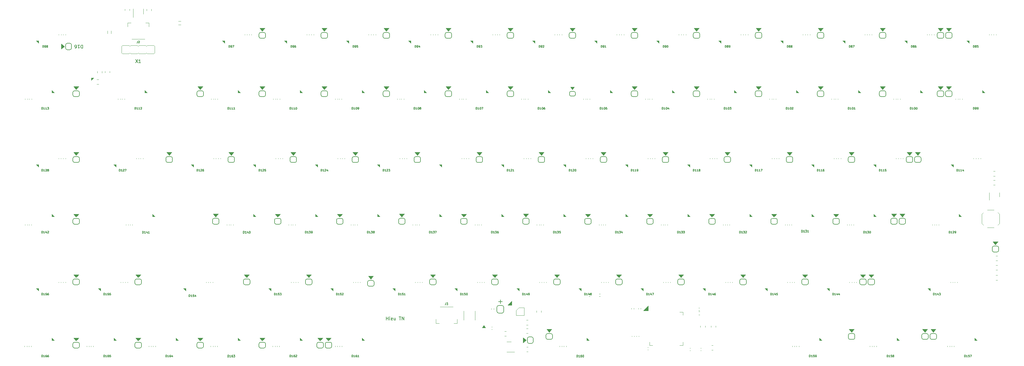
<source format=gbr>
G04 #@! TF.GenerationSoftware,KiCad,Pcbnew,(6.0.2-0)*
G04 #@! TF.CreationDate,2022-05-10T15:32:32+07:00*
G04 #@! TF.ProjectId,kb-lone,6b622d6c-6f6e-4652-9e6b-696361645f70,rev?*
G04 #@! TF.SameCoordinates,Original*
G04 #@! TF.FileFunction,Legend,Top*
G04 #@! TF.FilePolarity,Positive*
%FSLAX46Y46*%
G04 Gerber Fmt 4.6, Leading zero omitted, Abs format (unit mm)*
G04 Created by KiCad (PCBNEW (6.0.2-0)) date 2022-05-10 15:32:32*
%MOMM*%
%LPD*%
G01*
G04 APERTURE LIST*
%ADD10C,0.150000*%
%ADD11C,0.127000*%
%ADD12C,0.200000*%
%ADD13C,0.100000*%
%ADD14C,0.120000*%
G04 APERTURE END LIST*
D10*
X166679523Y-156882380D02*
X166679523Y-155882380D01*
X166679523Y-156358571D02*
X167250952Y-156358571D01*
X167250952Y-156882380D02*
X167250952Y-155882380D01*
X167727142Y-156882380D02*
X167727142Y-156215714D01*
X167727142Y-155882380D02*
X167679523Y-155930000D01*
X167727142Y-155977619D01*
X167774761Y-155930000D01*
X167727142Y-155882380D01*
X167727142Y-155977619D01*
X168584285Y-156834761D02*
X168489047Y-156882380D01*
X168298571Y-156882380D01*
X168203333Y-156834761D01*
X168155714Y-156739523D01*
X168155714Y-156358571D01*
X168203333Y-156263333D01*
X168298571Y-156215714D01*
X168489047Y-156215714D01*
X168584285Y-156263333D01*
X168631904Y-156358571D01*
X168631904Y-156453809D01*
X168155714Y-156549047D01*
X169489047Y-156215714D02*
X169489047Y-156882380D01*
X169060476Y-156215714D02*
X169060476Y-156739523D01*
X169108095Y-156834761D01*
X169203333Y-156882380D01*
X169346190Y-156882380D01*
X169441428Y-156834761D01*
X169489047Y-156787142D01*
X170584285Y-155882380D02*
X171155714Y-155882380D01*
X170870000Y-156882380D02*
X170870000Y-155882380D01*
X171489047Y-156882380D02*
X171489047Y-155882380D01*
X172060476Y-156882380D01*
X172060476Y-155882380D01*
D11*
X294201547Y-129855261D02*
X294201547Y-129220261D01*
X294352738Y-129220261D01*
X294443452Y-129250500D01*
X294503928Y-129310976D01*
X294534166Y-129371452D01*
X294564404Y-129492404D01*
X294564404Y-129583119D01*
X294534166Y-129704071D01*
X294503928Y-129764547D01*
X294443452Y-129825023D01*
X294352738Y-129855261D01*
X294201547Y-129855261D01*
X295169166Y-129855261D02*
X294806309Y-129855261D01*
X294987738Y-129855261D02*
X294987738Y-129220261D01*
X294927261Y-129310976D01*
X294866785Y-129371452D01*
X294806309Y-129401690D01*
X295380833Y-129220261D02*
X295773928Y-129220261D01*
X295562261Y-129462166D01*
X295652976Y-129462166D01*
X295713452Y-129492404D01*
X295743690Y-129522642D01*
X295773928Y-129583119D01*
X295773928Y-129734309D01*
X295743690Y-129794785D01*
X295713452Y-129825023D01*
X295652976Y-129855261D01*
X295471547Y-129855261D01*
X295411071Y-129825023D01*
X295380833Y-129794785D01*
X296378690Y-129855261D02*
X296015833Y-129855261D01*
X296197261Y-129855261D02*
X296197261Y-129220261D01*
X296136785Y-129310976D01*
X296076309Y-129371452D01*
X296015833Y-129401690D01*
X334682797Y-149197261D02*
X334682797Y-148562261D01*
X334833988Y-148562261D01*
X334924702Y-148592500D01*
X334985178Y-148652976D01*
X335015416Y-148713452D01*
X335045654Y-148834404D01*
X335045654Y-148925119D01*
X335015416Y-149046071D01*
X334985178Y-149106547D01*
X334924702Y-149167023D01*
X334833988Y-149197261D01*
X334682797Y-149197261D01*
X335650416Y-149197261D02*
X335287559Y-149197261D01*
X335468988Y-149197261D02*
X335468988Y-148562261D01*
X335408511Y-148652976D01*
X335348035Y-148713452D01*
X335287559Y-148743690D01*
X336194702Y-148773928D02*
X336194702Y-149197261D01*
X336043511Y-148532023D02*
X335892321Y-148985595D01*
X336285416Y-148985595D01*
X336466845Y-148562261D02*
X336859940Y-148562261D01*
X336648273Y-148804166D01*
X336738988Y-148804166D01*
X336799464Y-148834404D01*
X336829702Y-148864642D01*
X336859940Y-148925119D01*
X336859940Y-149076309D01*
X336829702Y-149136785D01*
X336799464Y-149167023D01*
X336738988Y-149197261D01*
X336557559Y-149197261D01*
X336497083Y-149167023D01*
X336466845Y-149136785D01*
X137341428Y-72997261D02*
X137341428Y-72362261D01*
X137492619Y-72362261D01*
X137583333Y-72392500D01*
X137643809Y-72452976D01*
X137674047Y-72513452D01*
X137704285Y-72634404D01*
X137704285Y-72725119D01*
X137674047Y-72846071D01*
X137643809Y-72906547D01*
X137583333Y-72967023D01*
X137492619Y-72997261D01*
X137341428Y-72997261D01*
X138006666Y-72997261D02*
X138127619Y-72997261D01*
X138188095Y-72967023D01*
X138218333Y-72936785D01*
X138278809Y-72846071D01*
X138309047Y-72725119D01*
X138309047Y-72483214D01*
X138278809Y-72422738D01*
X138248571Y-72392500D01*
X138188095Y-72362261D01*
X138067142Y-72362261D01*
X138006666Y-72392500D01*
X137976428Y-72422738D01*
X137946190Y-72483214D01*
X137946190Y-72634404D01*
X137976428Y-72694880D01*
X138006666Y-72725119D01*
X138067142Y-72755357D01*
X138188095Y-72755357D01*
X138248571Y-72725119D01*
X138278809Y-72694880D01*
X138309047Y-72634404D01*
X138853333Y-72362261D02*
X138732380Y-72362261D01*
X138671904Y-72392500D01*
X138641666Y-72422738D01*
X138581190Y-72513452D01*
X138550952Y-72634404D01*
X138550952Y-72876309D01*
X138581190Y-72936785D01*
X138611428Y-72967023D01*
X138671904Y-72997261D01*
X138792857Y-72997261D01*
X138853333Y-72967023D01*
X138883571Y-72936785D01*
X138913809Y-72876309D01*
X138913809Y-72725119D01*
X138883571Y-72664642D01*
X138853333Y-72634404D01*
X138792857Y-72604166D01*
X138671904Y-72604166D01*
X138611428Y-72634404D01*
X138581190Y-72664642D01*
X138550952Y-72725119D01*
X320395297Y-168237261D02*
X320395297Y-167602261D01*
X320546488Y-167602261D01*
X320637202Y-167632500D01*
X320697678Y-167692976D01*
X320727916Y-167753452D01*
X320758154Y-167874404D01*
X320758154Y-167965119D01*
X320727916Y-168086071D01*
X320697678Y-168146547D01*
X320637202Y-168207023D01*
X320546488Y-168237261D01*
X320395297Y-168237261D01*
X321362916Y-168237261D02*
X321000059Y-168237261D01*
X321181488Y-168237261D02*
X321181488Y-167602261D01*
X321121011Y-167692976D01*
X321060535Y-167753452D01*
X321000059Y-167783690D01*
X321937440Y-167602261D02*
X321635059Y-167602261D01*
X321604821Y-167904642D01*
X321635059Y-167874404D01*
X321695535Y-167844166D01*
X321846726Y-167844166D01*
X321907202Y-167874404D01*
X321937440Y-167904642D01*
X321967678Y-167965119D01*
X321967678Y-168116309D01*
X321937440Y-168176785D01*
X321907202Y-168207023D01*
X321846726Y-168237261D01*
X321695535Y-168237261D01*
X321635059Y-168207023D01*
X321604821Y-168176785D01*
X322330535Y-167874404D02*
X322270059Y-167844166D01*
X322239821Y-167813928D01*
X322209583Y-167753452D01*
X322209583Y-167723214D01*
X322239821Y-167662738D01*
X322270059Y-167632500D01*
X322330535Y-167602261D01*
X322451488Y-167602261D01*
X322511964Y-167632500D01*
X322542202Y-167662738D01*
X322572440Y-167723214D01*
X322572440Y-167753452D01*
X322542202Y-167813928D01*
X322511964Y-167844166D01*
X322451488Y-167874404D01*
X322330535Y-167874404D01*
X322270059Y-167904642D01*
X322239821Y-167934880D01*
X322209583Y-167995357D01*
X322209583Y-168116309D01*
X322239821Y-168176785D01*
X322270059Y-168207023D01*
X322330535Y-168237261D01*
X322451488Y-168237261D01*
X322511964Y-168207023D01*
X322542202Y-168176785D01*
X322572440Y-168116309D01*
X322572440Y-167995357D01*
X322542202Y-167934880D01*
X322511964Y-167904642D01*
X322451488Y-167874404D01*
X137039047Y-92047261D02*
X137039047Y-91412261D01*
X137190238Y-91412261D01*
X137280952Y-91442500D01*
X137341428Y-91502976D01*
X137371666Y-91563452D01*
X137401904Y-91684404D01*
X137401904Y-91775119D01*
X137371666Y-91896071D01*
X137341428Y-91956547D01*
X137280952Y-92017023D01*
X137190238Y-92047261D01*
X137039047Y-92047261D01*
X138006666Y-92047261D02*
X137643809Y-92047261D01*
X137825238Y-92047261D02*
X137825238Y-91412261D01*
X137764761Y-91502976D01*
X137704285Y-91563452D01*
X137643809Y-91593690D01*
X138611428Y-92047261D02*
X138248571Y-92047261D01*
X138430000Y-92047261D02*
X138430000Y-91412261D01*
X138369523Y-91502976D01*
X138309047Y-91563452D01*
X138248571Y-91593690D01*
X139004523Y-91412261D02*
X139065000Y-91412261D01*
X139125476Y-91442500D01*
X139155714Y-91472738D01*
X139185952Y-91533214D01*
X139216190Y-91654166D01*
X139216190Y-91805357D01*
X139185952Y-91926309D01*
X139155714Y-91986785D01*
X139125476Y-92017023D01*
X139065000Y-92047261D01*
X139004523Y-92047261D01*
X138944047Y-92017023D01*
X138913809Y-91986785D01*
X138883571Y-91926309D01*
X138853333Y-91805357D01*
X138853333Y-91654166D01*
X138883571Y-91533214D01*
X138913809Y-91472738D01*
X138944047Y-91442500D01*
X139004523Y-91412261D01*
X279914047Y-111097261D02*
X279914047Y-110462261D01*
X280065238Y-110462261D01*
X280155952Y-110492500D01*
X280216428Y-110552976D01*
X280246666Y-110613452D01*
X280276904Y-110734404D01*
X280276904Y-110825119D01*
X280246666Y-110946071D01*
X280216428Y-111006547D01*
X280155952Y-111067023D01*
X280065238Y-111097261D01*
X279914047Y-111097261D01*
X280881666Y-111097261D02*
X280518809Y-111097261D01*
X280700238Y-111097261D02*
X280700238Y-110462261D01*
X280639761Y-110552976D01*
X280579285Y-110613452D01*
X280518809Y-110643690D01*
X281486428Y-111097261D02*
X281123571Y-111097261D01*
X281305000Y-111097261D02*
X281305000Y-110462261D01*
X281244523Y-110552976D01*
X281184047Y-110613452D01*
X281123571Y-110643690D01*
X281698095Y-110462261D02*
X282121428Y-110462261D01*
X281849285Y-111097261D01*
X227526547Y-149187261D02*
X227526547Y-148552261D01*
X227677738Y-148552261D01*
X227768452Y-148582500D01*
X227828928Y-148642976D01*
X227859166Y-148703452D01*
X227889404Y-148824404D01*
X227889404Y-148915119D01*
X227859166Y-149036071D01*
X227828928Y-149096547D01*
X227768452Y-149157023D01*
X227677738Y-149187261D01*
X227526547Y-149187261D01*
X228494166Y-149187261D02*
X228131309Y-149187261D01*
X228312738Y-149187261D02*
X228312738Y-148552261D01*
X228252261Y-148642976D01*
X228191785Y-148703452D01*
X228131309Y-148733690D01*
X229038452Y-148763928D02*
X229038452Y-149187261D01*
X228887261Y-148522023D02*
X228736071Y-148975595D01*
X229129166Y-148975595D01*
X229461785Y-148824404D02*
X229401309Y-148794166D01*
X229371071Y-148763928D01*
X229340833Y-148703452D01*
X229340833Y-148673214D01*
X229371071Y-148612738D01*
X229401309Y-148582500D01*
X229461785Y-148552261D01*
X229582738Y-148552261D01*
X229643214Y-148582500D01*
X229673452Y-148612738D01*
X229703690Y-148673214D01*
X229703690Y-148703452D01*
X229673452Y-148763928D01*
X229643214Y-148794166D01*
X229582738Y-148824404D01*
X229461785Y-148824404D01*
X229401309Y-148854642D01*
X229371071Y-148884880D01*
X229340833Y-148945357D01*
X229340833Y-149066309D01*
X229371071Y-149126785D01*
X229401309Y-149157023D01*
X229461785Y-149187261D01*
X229582738Y-149187261D01*
X229643214Y-149157023D01*
X229673452Y-149126785D01*
X229703690Y-149066309D01*
X229703690Y-148945357D01*
X229673452Y-148884880D01*
X229643214Y-148854642D01*
X229582738Y-148824404D01*
X90288333Y-71009261D02*
X90288333Y-71462833D01*
X90258095Y-71553547D01*
X90197619Y-71614023D01*
X90106904Y-71644261D01*
X90046428Y-71644261D01*
X90560476Y-71069738D02*
X90590714Y-71039500D01*
X90651190Y-71009261D01*
X90802380Y-71009261D01*
X90862857Y-71039500D01*
X90893095Y-71069738D01*
X90923333Y-71130214D01*
X90923333Y-71190690D01*
X90893095Y-71281404D01*
X90530238Y-71644261D01*
X90923333Y-71644261D01*
X241814047Y-111097261D02*
X241814047Y-110462261D01*
X241965238Y-110462261D01*
X242055952Y-110492500D01*
X242116428Y-110552976D01*
X242146666Y-110613452D01*
X242176904Y-110734404D01*
X242176904Y-110825119D01*
X242146666Y-110946071D01*
X242116428Y-111006547D01*
X242055952Y-111067023D01*
X241965238Y-111097261D01*
X241814047Y-111097261D01*
X242781666Y-111097261D02*
X242418809Y-111097261D01*
X242600238Y-111097261D02*
X242600238Y-110462261D01*
X242539761Y-110552976D01*
X242479285Y-110613452D01*
X242418809Y-110643690D01*
X243386428Y-111097261D02*
X243023571Y-111097261D01*
X243205000Y-111097261D02*
X243205000Y-110462261D01*
X243144523Y-110552976D01*
X243084047Y-110613452D01*
X243023571Y-110643690D01*
X243688809Y-111097261D02*
X243809761Y-111097261D01*
X243870238Y-111067023D01*
X243900476Y-111036785D01*
X243960952Y-110946071D01*
X243991190Y-110825119D01*
X243991190Y-110583214D01*
X243960952Y-110522738D01*
X243930714Y-110492500D01*
X243870238Y-110462261D01*
X243749285Y-110462261D01*
X243688809Y-110492500D01*
X243658571Y-110522738D01*
X243628333Y-110583214D01*
X243628333Y-110734404D01*
X243658571Y-110794880D01*
X243688809Y-110825119D01*
X243749285Y-110855357D01*
X243870238Y-110855357D01*
X243930714Y-110825119D01*
X243960952Y-110794880D01*
X243991190Y-110734404D01*
X117989047Y-92047261D02*
X117989047Y-91412261D01*
X118140238Y-91412261D01*
X118230952Y-91442500D01*
X118291428Y-91502976D01*
X118321666Y-91563452D01*
X118351904Y-91684404D01*
X118351904Y-91775119D01*
X118321666Y-91896071D01*
X118291428Y-91956547D01*
X118230952Y-92017023D01*
X118140238Y-92047261D01*
X117989047Y-92047261D01*
X118956666Y-92047261D02*
X118593809Y-92047261D01*
X118775238Y-92047261D02*
X118775238Y-91412261D01*
X118714761Y-91502976D01*
X118654285Y-91563452D01*
X118593809Y-91593690D01*
X119561428Y-92047261D02*
X119198571Y-92047261D01*
X119380000Y-92047261D02*
X119380000Y-91412261D01*
X119319523Y-91502976D01*
X119259047Y-91563452D01*
X119198571Y-91593690D01*
X120166190Y-92047261D02*
X119803333Y-92047261D01*
X119984761Y-92047261D02*
X119984761Y-91412261D01*
X119924285Y-91502976D01*
X119863809Y-91563452D01*
X119803333Y-91593690D01*
X165614047Y-111097261D02*
X165614047Y-110462261D01*
X165765238Y-110462261D01*
X165855952Y-110492500D01*
X165916428Y-110552976D01*
X165946666Y-110613452D01*
X165976904Y-110734404D01*
X165976904Y-110825119D01*
X165946666Y-110946071D01*
X165916428Y-111006547D01*
X165855952Y-111067023D01*
X165765238Y-111097261D01*
X165614047Y-111097261D01*
X166581666Y-111097261D02*
X166218809Y-111097261D01*
X166400238Y-111097261D02*
X166400238Y-110462261D01*
X166339761Y-110552976D01*
X166279285Y-110613452D01*
X166218809Y-110643690D01*
X166823571Y-110522738D02*
X166853809Y-110492500D01*
X166914285Y-110462261D01*
X167065476Y-110462261D01*
X167125952Y-110492500D01*
X167156190Y-110522738D01*
X167186428Y-110583214D01*
X167186428Y-110643690D01*
X167156190Y-110734404D01*
X166793333Y-111097261D01*
X167186428Y-111097261D01*
X167398095Y-110462261D02*
X167791190Y-110462261D01*
X167579523Y-110704166D01*
X167670238Y-110704166D01*
X167730714Y-110734404D01*
X167760952Y-110764642D01*
X167791190Y-110825119D01*
X167791190Y-110976309D01*
X167760952Y-111036785D01*
X167730714Y-111067023D01*
X167670238Y-111097261D01*
X167488809Y-111097261D01*
X167428333Y-111067023D01*
X167398095Y-111036785D01*
X208476547Y-149197261D02*
X208476547Y-148562261D01*
X208627738Y-148562261D01*
X208718452Y-148592500D01*
X208778928Y-148652976D01*
X208809166Y-148713452D01*
X208839404Y-148834404D01*
X208839404Y-148925119D01*
X208809166Y-149046071D01*
X208778928Y-149106547D01*
X208718452Y-149167023D01*
X208627738Y-149197261D01*
X208476547Y-149197261D01*
X209444166Y-149197261D02*
X209081309Y-149197261D01*
X209262738Y-149197261D02*
X209262738Y-148562261D01*
X209202261Y-148652976D01*
X209141785Y-148713452D01*
X209081309Y-148743690D01*
X209988452Y-148773928D02*
X209988452Y-149197261D01*
X209837261Y-148532023D02*
X209686071Y-148985595D01*
X210079166Y-148985595D01*
X210351309Y-149197261D02*
X210472261Y-149197261D01*
X210532738Y-149167023D01*
X210562976Y-149136785D01*
X210623452Y-149046071D01*
X210653690Y-148925119D01*
X210653690Y-148683214D01*
X210623452Y-148622738D01*
X210593214Y-148592500D01*
X210532738Y-148562261D01*
X210411785Y-148562261D01*
X210351309Y-148592500D01*
X210321071Y-148622738D01*
X210290833Y-148683214D01*
X210290833Y-148834404D01*
X210321071Y-148894880D01*
X210351309Y-148925119D01*
X210411785Y-148955357D01*
X210532738Y-148955357D01*
X210593214Y-148925119D01*
X210623452Y-148894880D01*
X210653690Y-148834404D01*
X296582797Y-168247261D02*
X296582797Y-167612261D01*
X296733988Y-167612261D01*
X296824702Y-167642500D01*
X296885178Y-167702976D01*
X296915416Y-167763452D01*
X296945654Y-167884404D01*
X296945654Y-167975119D01*
X296915416Y-168096071D01*
X296885178Y-168156547D01*
X296824702Y-168217023D01*
X296733988Y-168247261D01*
X296582797Y-168247261D01*
X297550416Y-168247261D02*
X297187559Y-168247261D01*
X297368988Y-168247261D02*
X297368988Y-167612261D01*
X297308511Y-167702976D01*
X297248035Y-167763452D01*
X297187559Y-167793690D01*
X298124940Y-167612261D02*
X297822559Y-167612261D01*
X297792321Y-167914642D01*
X297822559Y-167884404D01*
X297883035Y-167854166D01*
X298034226Y-167854166D01*
X298094702Y-167884404D01*
X298124940Y-167914642D01*
X298155178Y-167975119D01*
X298155178Y-168126309D01*
X298124940Y-168186785D01*
X298094702Y-168217023D01*
X298034226Y-168247261D01*
X297883035Y-168247261D01*
X297822559Y-168217023D01*
X297792321Y-168186785D01*
X298457559Y-168247261D02*
X298578511Y-168247261D01*
X298638988Y-168217023D01*
X298669226Y-168186785D01*
X298729702Y-168096071D01*
X298759940Y-167975119D01*
X298759940Y-167733214D01*
X298729702Y-167672738D01*
X298699464Y-167642500D01*
X298638988Y-167612261D01*
X298518035Y-167612261D01*
X298457559Y-167642500D01*
X298427321Y-167672738D01*
X298397083Y-167733214D01*
X298397083Y-167884404D01*
X298427321Y-167944880D01*
X298457559Y-167975119D01*
X298518035Y-168005357D01*
X298638988Y-168005357D01*
X298699464Y-167975119D01*
X298729702Y-167944880D01*
X298759940Y-167884404D01*
X198951547Y-130147261D02*
X198951547Y-129512261D01*
X199102738Y-129512261D01*
X199193452Y-129542500D01*
X199253928Y-129602976D01*
X199284166Y-129663452D01*
X199314404Y-129784404D01*
X199314404Y-129875119D01*
X199284166Y-129996071D01*
X199253928Y-130056547D01*
X199193452Y-130117023D01*
X199102738Y-130147261D01*
X198951547Y-130147261D01*
X199919166Y-130147261D02*
X199556309Y-130147261D01*
X199737738Y-130147261D02*
X199737738Y-129512261D01*
X199677261Y-129602976D01*
X199616785Y-129663452D01*
X199556309Y-129693690D01*
X200130833Y-129512261D02*
X200523928Y-129512261D01*
X200312261Y-129754166D01*
X200402976Y-129754166D01*
X200463452Y-129784404D01*
X200493690Y-129814642D01*
X200523928Y-129875119D01*
X200523928Y-130026309D01*
X200493690Y-130086785D01*
X200463452Y-130117023D01*
X200402976Y-130147261D01*
X200221547Y-130147261D01*
X200161071Y-130117023D01*
X200130833Y-130086785D01*
X201068214Y-129512261D02*
X200947261Y-129512261D01*
X200886785Y-129542500D01*
X200856547Y-129572738D01*
X200796071Y-129663452D01*
X200765833Y-129784404D01*
X200765833Y-130026309D01*
X200796071Y-130086785D01*
X200826309Y-130117023D01*
X200886785Y-130147261D01*
X201007738Y-130147261D01*
X201068214Y-130117023D01*
X201098452Y-130086785D01*
X201128690Y-130026309D01*
X201128690Y-129875119D01*
X201098452Y-129814642D01*
X201068214Y-129784404D01*
X201007738Y-129754166D01*
X200886785Y-129754166D01*
X200826309Y-129784404D01*
X200796071Y-129814642D01*
X200765833Y-129875119D01*
X289741428Y-72997261D02*
X289741428Y-72362261D01*
X289892619Y-72362261D01*
X289983333Y-72392500D01*
X290043809Y-72452976D01*
X290074047Y-72513452D01*
X290104285Y-72634404D01*
X290104285Y-72725119D01*
X290074047Y-72846071D01*
X290043809Y-72906547D01*
X289983333Y-72967023D01*
X289892619Y-72997261D01*
X289741428Y-72997261D01*
X290467142Y-72634404D02*
X290406666Y-72604166D01*
X290376428Y-72573928D01*
X290346190Y-72513452D01*
X290346190Y-72483214D01*
X290376428Y-72422738D01*
X290406666Y-72392500D01*
X290467142Y-72362261D01*
X290588095Y-72362261D01*
X290648571Y-72392500D01*
X290678809Y-72422738D01*
X290709047Y-72483214D01*
X290709047Y-72513452D01*
X290678809Y-72573928D01*
X290648571Y-72604166D01*
X290588095Y-72634404D01*
X290467142Y-72634404D01*
X290406666Y-72664642D01*
X290376428Y-72694880D01*
X290346190Y-72755357D01*
X290346190Y-72876309D01*
X290376428Y-72936785D01*
X290406666Y-72967023D01*
X290467142Y-72997261D01*
X290588095Y-72997261D01*
X290648571Y-72967023D01*
X290678809Y-72936785D01*
X290709047Y-72876309D01*
X290709047Y-72755357D01*
X290678809Y-72694880D01*
X290648571Y-72664642D01*
X290588095Y-72634404D01*
X291071904Y-72634404D02*
X291011428Y-72604166D01*
X290981190Y-72573928D01*
X290950952Y-72513452D01*
X290950952Y-72483214D01*
X290981190Y-72422738D01*
X291011428Y-72392500D01*
X291071904Y-72362261D01*
X291192857Y-72362261D01*
X291253333Y-72392500D01*
X291283571Y-72422738D01*
X291313809Y-72483214D01*
X291313809Y-72513452D01*
X291283571Y-72573928D01*
X291253333Y-72604166D01*
X291192857Y-72634404D01*
X291071904Y-72634404D01*
X291011428Y-72664642D01*
X290981190Y-72694880D01*
X290950952Y-72755357D01*
X290950952Y-72876309D01*
X290981190Y-72936785D01*
X291011428Y-72967023D01*
X291071904Y-72997261D01*
X291192857Y-72997261D01*
X291253333Y-72967023D01*
X291283571Y-72936785D01*
X291313809Y-72876309D01*
X291313809Y-72755357D01*
X291283571Y-72694880D01*
X291253333Y-72664642D01*
X291192857Y-72634404D01*
X346891428Y-92047261D02*
X346891428Y-91412261D01*
X347042619Y-91412261D01*
X347133333Y-91442500D01*
X347193809Y-91502976D01*
X347224047Y-91563452D01*
X347254285Y-91684404D01*
X347254285Y-91775119D01*
X347224047Y-91896071D01*
X347193809Y-91956547D01*
X347133333Y-92017023D01*
X347042619Y-92047261D01*
X346891428Y-92047261D01*
X347556666Y-92047261D02*
X347677619Y-92047261D01*
X347738095Y-92017023D01*
X347768333Y-91986785D01*
X347828809Y-91896071D01*
X347859047Y-91775119D01*
X347859047Y-91533214D01*
X347828809Y-91472738D01*
X347798571Y-91442500D01*
X347738095Y-91412261D01*
X347617142Y-91412261D01*
X347556666Y-91442500D01*
X347526428Y-91472738D01*
X347496190Y-91533214D01*
X347496190Y-91684404D01*
X347526428Y-91744880D01*
X347556666Y-91775119D01*
X347617142Y-91805357D01*
X347738095Y-91805357D01*
X347798571Y-91775119D01*
X347828809Y-91744880D01*
X347859047Y-91684404D01*
X348161428Y-92047261D02*
X348282380Y-92047261D01*
X348342857Y-92017023D01*
X348373095Y-91986785D01*
X348433571Y-91896071D01*
X348463809Y-91775119D01*
X348463809Y-91533214D01*
X348433571Y-91472738D01*
X348403333Y-91442500D01*
X348342857Y-91412261D01*
X348221904Y-91412261D01*
X348161428Y-91442500D01*
X348131190Y-91472738D01*
X348100952Y-91533214D01*
X348100952Y-91684404D01*
X348131190Y-91744880D01*
X348161428Y-91775119D01*
X348221904Y-91805357D01*
X348342857Y-91805357D01*
X348403333Y-91775119D01*
X348433571Y-91744880D01*
X348463809Y-91684404D01*
X84651547Y-111097261D02*
X84651547Y-110462261D01*
X84802738Y-110462261D01*
X84893452Y-110492500D01*
X84953928Y-110552976D01*
X84984166Y-110613452D01*
X85014404Y-110734404D01*
X85014404Y-110825119D01*
X84984166Y-110946071D01*
X84953928Y-111006547D01*
X84893452Y-111067023D01*
X84802738Y-111097261D01*
X84651547Y-111097261D01*
X85619166Y-111097261D02*
X85256309Y-111097261D01*
X85437738Y-111097261D02*
X85437738Y-110462261D01*
X85377261Y-110552976D01*
X85316785Y-110613452D01*
X85256309Y-110643690D01*
X85861071Y-110522738D02*
X85891309Y-110492500D01*
X85951785Y-110462261D01*
X86102976Y-110462261D01*
X86163452Y-110492500D01*
X86193690Y-110522738D01*
X86223928Y-110583214D01*
X86223928Y-110643690D01*
X86193690Y-110734404D01*
X85830833Y-111097261D01*
X86223928Y-111097261D01*
X86435595Y-110462261D02*
X86858928Y-110462261D01*
X86586785Y-111097261D01*
X156391428Y-72997261D02*
X156391428Y-72362261D01*
X156542619Y-72362261D01*
X156633333Y-72392500D01*
X156693809Y-72452976D01*
X156724047Y-72513452D01*
X156754285Y-72634404D01*
X156754285Y-72725119D01*
X156724047Y-72846071D01*
X156693809Y-72906547D01*
X156633333Y-72967023D01*
X156542619Y-72997261D01*
X156391428Y-72997261D01*
X157056666Y-72997261D02*
X157177619Y-72997261D01*
X157238095Y-72967023D01*
X157268333Y-72936785D01*
X157328809Y-72846071D01*
X157359047Y-72725119D01*
X157359047Y-72483214D01*
X157328809Y-72422738D01*
X157298571Y-72392500D01*
X157238095Y-72362261D01*
X157117142Y-72362261D01*
X157056666Y-72392500D01*
X157026428Y-72422738D01*
X156996190Y-72483214D01*
X156996190Y-72634404D01*
X157026428Y-72694880D01*
X157056666Y-72725119D01*
X157117142Y-72755357D01*
X157238095Y-72755357D01*
X157298571Y-72725119D01*
X157328809Y-72694880D01*
X157359047Y-72634404D01*
X157933571Y-72362261D02*
X157631190Y-72362261D01*
X157600952Y-72664642D01*
X157631190Y-72634404D01*
X157691666Y-72604166D01*
X157842857Y-72604166D01*
X157903333Y-72634404D01*
X157933571Y-72664642D01*
X157963809Y-72725119D01*
X157963809Y-72876309D01*
X157933571Y-72936785D01*
X157903333Y-72967023D01*
X157842857Y-72997261D01*
X157691666Y-72997261D01*
X157631190Y-72967023D01*
X157600952Y-72936785D01*
X237051547Y-130137261D02*
X237051547Y-129502261D01*
X237202738Y-129502261D01*
X237293452Y-129532500D01*
X237353928Y-129592976D01*
X237384166Y-129653452D01*
X237414404Y-129774404D01*
X237414404Y-129865119D01*
X237384166Y-129986071D01*
X237353928Y-130046547D01*
X237293452Y-130107023D01*
X237202738Y-130137261D01*
X237051547Y-130137261D01*
X238019166Y-130137261D02*
X237656309Y-130137261D01*
X237837738Y-130137261D02*
X237837738Y-129502261D01*
X237777261Y-129592976D01*
X237716785Y-129653452D01*
X237656309Y-129683690D01*
X238230833Y-129502261D02*
X238623928Y-129502261D01*
X238412261Y-129744166D01*
X238502976Y-129744166D01*
X238563452Y-129774404D01*
X238593690Y-129804642D01*
X238623928Y-129865119D01*
X238623928Y-130016309D01*
X238593690Y-130076785D01*
X238563452Y-130107023D01*
X238502976Y-130137261D01*
X238321547Y-130137261D01*
X238261071Y-130107023D01*
X238230833Y-130076785D01*
X239168214Y-129713928D02*
X239168214Y-130137261D01*
X239017023Y-129472023D02*
X238865833Y-129925595D01*
X239258928Y-129925595D01*
X117989047Y-168257261D02*
X117989047Y-167622261D01*
X118140238Y-167622261D01*
X118230952Y-167652500D01*
X118291428Y-167712976D01*
X118321666Y-167773452D01*
X118351904Y-167894404D01*
X118351904Y-167985119D01*
X118321666Y-168106071D01*
X118291428Y-168166547D01*
X118230952Y-168227023D01*
X118140238Y-168257261D01*
X117989047Y-168257261D01*
X118956666Y-168257261D02*
X118593809Y-168257261D01*
X118775238Y-168257261D02*
X118775238Y-167622261D01*
X118714761Y-167712976D01*
X118654285Y-167773452D01*
X118593809Y-167803690D01*
X119500952Y-167622261D02*
X119380000Y-167622261D01*
X119319523Y-167652500D01*
X119289285Y-167682738D01*
X119228809Y-167773452D01*
X119198571Y-167894404D01*
X119198571Y-168136309D01*
X119228809Y-168196785D01*
X119259047Y-168227023D01*
X119319523Y-168257261D01*
X119440476Y-168257261D01*
X119500952Y-168227023D01*
X119531190Y-168196785D01*
X119561428Y-168136309D01*
X119561428Y-167985119D01*
X119531190Y-167924642D01*
X119500952Y-167894404D01*
X119440476Y-167864166D01*
X119319523Y-167864166D01*
X119259047Y-167894404D01*
X119228809Y-167924642D01*
X119198571Y-167985119D01*
X119773095Y-167622261D02*
X120166190Y-167622261D01*
X119954523Y-167864166D01*
X120045238Y-167864166D01*
X120105714Y-167894404D01*
X120135952Y-167924642D01*
X120166190Y-167985119D01*
X120166190Y-168136309D01*
X120135952Y-168196785D01*
X120105714Y-168227023D01*
X120045238Y-168257261D01*
X119863809Y-168257261D01*
X119803333Y-168227023D01*
X119773095Y-168196785D01*
X270691428Y-72997261D02*
X270691428Y-72362261D01*
X270842619Y-72362261D01*
X270933333Y-72392500D01*
X270993809Y-72452976D01*
X271024047Y-72513452D01*
X271054285Y-72634404D01*
X271054285Y-72725119D01*
X271024047Y-72846071D01*
X270993809Y-72906547D01*
X270933333Y-72967023D01*
X270842619Y-72997261D01*
X270691428Y-72997261D01*
X271417142Y-72634404D02*
X271356666Y-72604166D01*
X271326428Y-72573928D01*
X271296190Y-72513452D01*
X271296190Y-72483214D01*
X271326428Y-72422738D01*
X271356666Y-72392500D01*
X271417142Y-72362261D01*
X271538095Y-72362261D01*
X271598571Y-72392500D01*
X271628809Y-72422738D01*
X271659047Y-72483214D01*
X271659047Y-72513452D01*
X271628809Y-72573928D01*
X271598571Y-72604166D01*
X271538095Y-72634404D01*
X271417142Y-72634404D01*
X271356666Y-72664642D01*
X271326428Y-72694880D01*
X271296190Y-72755357D01*
X271296190Y-72876309D01*
X271326428Y-72936785D01*
X271356666Y-72967023D01*
X271417142Y-72997261D01*
X271538095Y-72997261D01*
X271598571Y-72967023D01*
X271628809Y-72936785D01*
X271659047Y-72876309D01*
X271659047Y-72755357D01*
X271628809Y-72694880D01*
X271598571Y-72664642D01*
X271538095Y-72634404D01*
X271961428Y-72997261D02*
X272082380Y-72997261D01*
X272142857Y-72967023D01*
X272173095Y-72936785D01*
X272233571Y-72846071D01*
X272263809Y-72725119D01*
X272263809Y-72483214D01*
X272233571Y-72422738D01*
X272203333Y-72392500D01*
X272142857Y-72362261D01*
X272021904Y-72362261D01*
X271961428Y-72392500D01*
X271931190Y-72422738D01*
X271900952Y-72483214D01*
X271900952Y-72634404D01*
X271931190Y-72694880D01*
X271961428Y-72725119D01*
X272021904Y-72755357D01*
X272142857Y-72755357D01*
X272203333Y-72725119D01*
X272233571Y-72694880D01*
X272263809Y-72634404D01*
X91795297Y-130177261D02*
X91795297Y-129542261D01*
X91946488Y-129542261D01*
X92037202Y-129572500D01*
X92097678Y-129632976D01*
X92127916Y-129693452D01*
X92158154Y-129814404D01*
X92158154Y-129905119D01*
X92127916Y-130026071D01*
X92097678Y-130086547D01*
X92037202Y-130147023D01*
X91946488Y-130177261D01*
X91795297Y-130177261D01*
X92762916Y-130177261D02*
X92400059Y-130177261D01*
X92581488Y-130177261D02*
X92581488Y-129542261D01*
X92521011Y-129632976D01*
X92460535Y-129693452D01*
X92400059Y-129723690D01*
X93307202Y-129753928D02*
X93307202Y-130177261D01*
X93156011Y-129512023D02*
X93004821Y-129965595D01*
X93397916Y-129965595D01*
X93972440Y-130177261D02*
X93609583Y-130177261D01*
X93791011Y-130177261D02*
X93791011Y-129542261D01*
X93730535Y-129632976D01*
X93670059Y-129693452D01*
X93609583Y-129723690D01*
X184928333Y-151535261D02*
X184928333Y-151988833D01*
X184898095Y-152079547D01*
X184837619Y-152140023D01*
X184746904Y-152170261D01*
X184686428Y-152170261D01*
X185170238Y-151535261D02*
X185563333Y-151535261D01*
X185351666Y-151777166D01*
X185442380Y-151777166D01*
X185502857Y-151807404D01*
X185533095Y-151837642D01*
X185563333Y-151898119D01*
X185563333Y-152049309D01*
X185533095Y-152109785D01*
X185502857Y-152140023D01*
X185442380Y-152170261D01*
X185260952Y-152170261D01*
X185200476Y-152140023D01*
X185170238Y-152109785D01*
X179901547Y-130137261D02*
X179901547Y-129502261D01*
X180052738Y-129502261D01*
X180143452Y-129532500D01*
X180203928Y-129592976D01*
X180234166Y-129653452D01*
X180264404Y-129774404D01*
X180264404Y-129865119D01*
X180234166Y-129986071D01*
X180203928Y-130046547D01*
X180143452Y-130107023D01*
X180052738Y-130137261D01*
X179901547Y-130137261D01*
X180869166Y-130137261D02*
X180506309Y-130137261D01*
X180687738Y-130137261D02*
X180687738Y-129502261D01*
X180627261Y-129592976D01*
X180566785Y-129653452D01*
X180506309Y-129683690D01*
X181080833Y-129502261D02*
X181473928Y-129502261D01*
X181262261Y-129744166D01*
X181352976Y-129744166D01*
X181413452Y-129774404D01*
X181443690Y-129804642D01*
X181473928Y-129865119D01*
X181473928Y-130016309D01*
X181443690Y-130076785D01*
X181413452Y-130107023D01*
X181352976Y-130137261D01*
X181171547Y-130137261D01*
X181111071Y-130107023D01*
X181080833Y-130076785D01*
X181685595Y-129502261D02*
X182108928Y-129502261D01*
X181836785Y-130137261D01*
X79889047Y-149197261D02*
X79889047Y-148562261D01*
X80040238Y-148562261D01*
X80130952Y-148592500D01*
X80191428Y-148652976D01*
X80221666Y-148713452D01*
X80251904Y-148834404D01*
X80251904Y-148925119D01*
X80221666Y-149046071D01*
X80191428Y-149106547D01*
X80130952Y-149167023D01*
X80040238Y-149197261D01*
X79889047Y-149197261D01*
X80856666Y-149197261D02*
X80493809Y-149197261D01*
X80675238Y-149197261D02*
X80675238Y-148562261D01*
X80614761Y-148652976D01*
X80554285Y-148713452D01*
X80493809Y-148743690D01*
X81431190Y-148562261D02*
X81128809Y-148562261D01*
X81098571Y-148864642D01*
X81128809Y-148834404D01*
X81189285Y-148804166D01*
X81340476Y-148804166D01*
X81400952Y-148834404D01*
X81431190Y-148864642D01*
X81461428Y-148925119D01*
X81461428Y-149076309D01*
X81431190Y-149136785D01*
X81400952Y-149167023D01*
X81340476Y-149197261D01*
X81189285Y-149197261D01*
X81128809Y-149167023D01*
X81098571Y-149136785D01*
X82035952Y-148562261D02*
X81733571Y-148562261D01*
X81703333Y-148864642D01*
X81733571Y-148834404D01*
X81794047Y-148804166D01*
X81945238Y-148804166D01*
X82005714Y-148834404D01*
X82035952Y-148864642D01*
X82066190Y-148925119D01*
X82066190Y-149076309D01*
X82035952Y-149136785D01*
X82005714Y-149167023D01*
X81945238Y-149197261D01*
X81794047Y-149197261D01*
X81733571Y-149167023D01*
X81703333Y-149136785D01*
X327539047Y-92047261D02*
X327539047Y-91412261D01*
X327690238Y-91412261D01*
X327780952Y-91442500D01*
X327841428Y-91502976D01*
X327871666Y-91563452D01*
X327901904Y-91684404D01*
X327901904Y-91775119D01*
X327871666Y-91896071D01*
X327841428Y-91956547D01*
X327780952Y-92017023D01*
X327690238Y-92047261D01*
X327539047Y-92047261D01*
X328506666Y-92047261D02*
X328143809Y-92047261D01*
X328325238Y-92047261D02*
X328325238Y-91412261D01*
X328264761Y-91502976D01*
X328204285Y-91563452D01*
X328143809Y-91593690D01*
X328899761Y-91412261D02*
X328960238Y-91412261D01*
X329020714Y-91442500D01*
X329050952Y-91472738D01*
X329081190Y-91533214D01*
X329111428Y-91654166D01*
X329111428Y-91805357D01*
X329081190Y-91926309D01*
X329050952Y-91986785D01*
X329020714Y-92017023D01*
X328960238Y-92047261D01*
X328899761Y-92047261D01*
X328839285Y-92017023D01*
X328809047Y-91986785D01*
X328778809Y-91926309D01*
X328748571Y-91805357D01*
X328748571Y-91654166D01*
X328778809Y-91533214D01*
X328809047Y-91472738D01*
X328839285Y-91442500D01*
X328899761Y-91412261D01*
X329504523Y-91412261D02*
X329565000Y-91412261D01*
X329625476Y-91442500D01*
X329655714Y-91472738D01*
X329685952Y-91533214D01*
X329716190Y-91654166D01*
X329716190Y-91805357D01*
X329685952Y-91926309D01*
X329655714Y-91986785D01*
X329625476Y-92017023D01*
X329565000Y-92047261D01*
X329504523Y-92047261D01*
X329444047Y-92017023D01*
X329413809Y-91986785D01*
X329383571Y-91926309D01*
X329353333Y-91805357D01*
X329353333Y-91654166D01*
X329383571Y-91533214D01*
X329413809Y-91472738D01*
X329444047Y-91442500D01*
X329504523Y-91412261D01*
X60839047Y-149197261D02*
X60839047Y-148562261D01*
X60990238Y-148562261D01*
X61080952Y-148592500D01*
X61141428Y-148652976D01*
X61171666Y-148713452D01*
X61201904Y-148834404D01*
X61201904Y-148925119D01*
X61171666Y-149046071D01*
X61141428Y-149106547D01*
X61080952Y-149167023D01*
X60990238Y-149197261D01*
X60839047Y-149197261D01*
X61806666Y-149197261D02*
X61443809Y-149197261D01*
X61625238Y-149197261D02*
X61625238Y-148562261D01*
X61564761Y-148652976D01*
X61504285Y-148713452D01*
X61443809Y-148743690D01*
X62381190Y-148562261D02*
X62078809Y-148562261D01*
X62048571Y-148864642D01*
X62078809Y-148834404D01*
X62139285Y-148804166D01*
X62290476Y-148804166D01*
X62350952Y-148834404D01*
X62381190Y-148864642D01*
X62411428Y-148925119D01*
X62411428Y-149076309D01*
X62381190Y-149136785D01*
X62350952Y-149167023D01*
X62290476Y-149197261D01*
X62139285Y-149197261D01*
X62078809Y-149167023D01*
X62048571Y-149136785D01*
X62955714Y-148562261D02*
X62834761Y-148562261D01*
X62774285Y-148592500D01*
X62744047Y-148622738D01*
X62683571Y-148713452D01*
X62653333Y-148834404D01*
X62653333Y-149076309D01*
X62683571Y-149136785D01*
X62713809Y-149167023D01*
X62774285Y-149197261D01*
X62895238Y-149197261D01*
X62955714Y-149167023D01*
X62985952Y-149136785D01*
X63016190Y-149076309D01*
X63016190Y-148925119D01*
X62985952Y-148864642D01*
X62955714Y-148834404D01*
X62895238Y-148804166D01*
X62774285Y-148804166D01*
X62713809Y-148834404D01*
X62683571Y-148864642D01*
X62653333Y-148925119D01*
X79889047Y-168227261D02*
X79889047Y-167592261D01*
X80040238Y-167592261D01*
X80130952Y-167622500D01*
X80191428Y-167682976D01*
X80221666Y-167743452D01*
X80251904Y-167864404D01*
X80251904Y-167955119D01*
X80221666Y-168076071D01*
X80191428Y-168136547D01*
X80130952Y-168197023D01*
X80040238Y-168227261D01*
X79889047Y-168227261D01*
X80856666Y-168227261D02*
X80493809Y-168227261D01*
X80675238Y-168227261D02*
X80675238Y-167592261D01*
X80614761Y-167682976D01*
X80554285Y-167743452D01*
X80493809Y-167773690D01*
X81400952Y-167592261D02*
X81280000Y-167592261D01*
X81219523Y-167622500D01*
X81189285Y-167652738D01*
X81128809Y-167743452D01*
X81098571Y-167864404D01*
X81098571Y-168106309D01*
X81128809Y-168166785D01*
X81159047Y-168197023D01*
X81219523Y-168227261D01*
X81340476Y-168227261D01*
X81400952Y-168197023D01*
X81431190Y-168166785D01*
X81461428Y-168106309D01*
X81461428Y-167955119D01*
X81431190Y-167894642D01*
X81400952Y-167864404D01*
X81340476Y-167834166D01*
X81219523Y-167834166D01*
X81159047Y-167864404D01*
X81128809Y-167894642D01*
X81098571Y-167955119D01*
X82035952Y-167592261D02*
X81733571Y-167592261D01*
X81703333Y-167894642D01*
X81733571Y-167864404D01*
X81794047Y-167834166D01*
X81945238Y-167834166D01*
X82005714Y-167864404D01*
X82035952Y-167894642D01*
X82066190Y-167955119D01*
X82066190Y-168106309D01*
X82035952Y-168166785D01*
X82005714Y-168197023D01*
X81945238Y-168227261D01*
X81794047Y-168227261D01*
X81733571Y-168197023D01*
X81703333Y-168166785D01*
X170376547Y-149197261D02*
X170376547Y-148562261D01*
X170527738Y-148562261D01*
X170618452Y-148592500D01*
X170678928Y-148652976D01*
X170709166Y-148713452D01*
X170739404Y-148834404D01*
X170739404Y-148925119D01*
X170709166Y-149046071D01*
X170678928Y-149106547D01*
X170618452Y-149167023D01*
X170527738Y-149197261D01*
X170376547Y-149197261D01*
X171344166Y-149197261D02*
X170981309Y-149197261D01*
X171162738Y-149197261D02*
X171162738Y-148562261D01*
X171102261Y-148652976D01*
X171041785Y-148713452D01*
X170981309Y-148743690D01*
X171918690Y-148562261D02*
X171616309Y-148562261D01*
X171586071Y-148864642D01*
X171616309Y-148834404D01*
X171676785Y-148804166D01*
X171827976Y-148804166D01*
X171888452Y-148834404D01*
X171918690Y-148864642D01*
X171948928Y-148925119D01*
X171948928Y-149076309D01*
X171918690Y-149136785D01*
X171888452Y-149167023D01*
X171827976Y-149197261D01*
X171676785Y-149197261D01*
X171616309Y-149167023D01*
X171586071Y-149136785D01*
X172553690Y-149197261D02*
X172190833Y-149197261D01*
X172372261Y-149197261D02*
X172372261Y-148562261D01*
X172311785Y-148652976D01*
X172251309Y-148713452D01*
X172190833Y-148743690D01*
X194491428Y-72997261D02*
X194491428Y-72362261D01*
X194642619Y-72362261D01*
X194733333Y-72392500D01*
X194793809Y-72452976D01*
X194824047Y-72513452D01*
X194854285Y-72634404D01*
X194854285Y-72725119D01*
X194824047Y-72846071D01*
X194793809Y-72906547D01*
X194733333Y-72967023D01*
X194642619Y-72997261D01*
X194491428Y-72997261D01*
X195156666Y-72997261D02*
X195277619Y-72997261D01*
X195338095Y-72967023D01*
X195368333Y-72936785D01*
X195428809Y-72846071D01*
X195459047Y-72725119D01*
X195459047Y-72483214D01*
X195428809Y-72422738D01*
X195398571Y-72392500D01*
X195338095Y-72362261D01*
X195217142Y-72362261D01*
X195156666Y-72392500D01*
X195126428Y-72422738D01*
X195096190Y-72483214D01*
X195096190Y-72634404D01*
X195126428Y-72694880D01*
X195156666Y-72725119D01*
X195217142Y-72755357D01*
X195338095Y-72755357D01*
X195398571Y-72725119D01*
X195428809Y-72694880D01*
X195459047Y-72634404D01*
X195670714Y-72362261D02*
X196063809Y-72362261D01*
X195852142Y-72604166D01*
X195942857Y-72604166D01*
X196003333Y-72634404D01*
X196033571Y-72664642D01*
X196063809Y-72725119D01*
X196063809Y-72876309D01*
X196033571Y-72936785D01*
X196003333Y-72967023D01*
X195942857Y-72997261D01*
X195761428Y-72997261D01*
X195700952Y-72967023D01*
X195670714Y-72936785D01*
X127514047Y-111097261D02*
X127514047Y-110462261D01*
X127665238Y-110462261D01*
X127755952Y-110492500D01*
X127816428Y-110552976D01*
X127846666Y-110613452D01*
X127876904Y-110734404D01*
X127876904Y-110825119D01*
X127846666Y-110946071D01*
X127816428Y-111006547D01*
X127755952Y-111067023D01*
X127665238Y-111097261D01*
X127514047Y-111097261D01*
X128481666Y-111097261D02*
X128118809Y-111097261D01*
X128300238Y-111097261D02*
X128300238Y-110462261D01*
X128239761Y-110552976D01*
X128179285Y-110613452D01*
X128118809Y-110643690D01*
X128723571Y-110522738D02*
X128753809Y-110492500D01*
X128814285Y-110462261D01*
X128965476Y-110462261D01*
X129025952Y-110492500D01*
X129056190Y-110522738D01*
X129086428Y-110583214D01*
X129086428Y-110643690D01*
X129056190Y-110734404D01*
X128693333Y-111097261D01*
X129086428Y-111097261D01*
X129660952Y-110462261D02*
X129358571Y-110462261D01*
X129328333Y-110764642D01*
X129358571Y-110734404D01*
X129419047Y-110704166D01*
X129570238Y-110704166D01*
X129630714Y-110734404D01*
X129660952Y-110764642D01*
X129691190Y-110825119D01*
X129691190Y-110976309D01*
X129660952Y-111036785D01*
X129630714Y-111067023D01*
X129570238Y-111097261D01*
X129419047Y-111097261D01*
X129358571Y-111067023D01*
X129328333Y-111036785D01*
X60839047Y-92047261D02*
X60839047Y-91412261D01*
X60990238Y-91412261D01*
X61080952Y-91442500D01*
X61141428Y-91502976D01*
X61171666Y-91563452D01*
X61201904Y-91684404D01*
X61201904Y-91775119D01*
X61171666Y-91896071D01*
X61141428Y-91956547D01*
X61080952Y-92017023D01*
X60990238Y-92047261D01*
X60839047Y-92047261D01*
X61806666Y-92047261D02*
X61443809Y-92047261D01*
X61625238Y-92047261D02*
X61625238Y-91412261D01*
X61564761Y-91502976D01*
X61504285Y-91563452D01*
X61443809Y-91593690D01*
X62411428Y-92047261D02*
X62048571Y-92047261D01*
X62230000Y-92047261D02*
X62230000Y-91412261D01*
X62169523Y-91502976D01*
X62109047Y-91563452D01*
X62048571Y-91593690D01*
X62623095Y-91412261D02*
X63016190Y-91412261D01*
X62804523Y-91654166D01*
X62895238Y-91654166D01*
X62955714Y-91684404D01*
X62985952Y-91714642D01*
X63016190Y-91775119D01*
X63016190Y-91926309D01*
X62985952Y-91986785D01*
X62955714Y-92017023D01*
X62895238Y-92047261D01*
X62713809Y-92047261D01*
X62653333Y-92017023D01*
X62623095Y-91986785D01*
X122751547Y-130157261D02*
X122751547Y-129522261D01*
X122902738Y-129522261D01*
X122993452Y-129552500D01*
X123053928Y-129612976D01*
X123084166Y-129673452D01*
X123114404Y-129794404D01*
X123114404Y-129885119D01*
X123084166Y-130006071D01*
X123053928Y-130066547D01*
X122993452Y-130127023D01*
X122902738Y-130157261D01*
X122751547Y-130157261D01*
X123719166Y-130157261D02*
X123356309Y-130157261D01*
X123537738Y-130157261D02*
X123537738Y-129522261D01*
X123477261Y-129612976D01*
X123416785Y-129673452D01*
X123356309Y-129703690D01*
X124263452Y-129733928D02*
X124263452Y-130157261D01*
X124112261Y-129492023D02*
X123961071Y-129945595D01*
X124354166Y-129945595D01*
X124717023Y-129522261D02*
X124777500Y-129522261D01*
X124837976Y-129552500D01*
X124868214Y-129582738D01*
X124898452Y-129643214D01*
X124928690Y-129764166D01*
X124928690Y-129915357D01*
X124898452Y-130036309D01*
X124868214Y-130096785D01*
X124837976Y-130127023D01*
X124777500Y-130157261D01*
X124717023Y-130157261D01*
X124656547Y-130127023D01*
X124626309Y-130096785D01*
X124596071Y-130036309D01*
X124565833Y-129915357D01*
X124565833Y-129764166D01*
X124596071Y-129643214D01*
X124626309Y-129582738D01*
X124656547Y-129552500D01*
X124717023Y-129522261D01*
D12*
X73456666Y-72247619D02*
X73456666Y-73247619D01*
X73218571Y-73247619D01*
X73075714Y-73200000D01*
X72980476Y-73104761D01*
X72932857Y-73009523D01*
X72885238Y-72819047D01*
X72885238Y-72676190D01*
X72932857Y-72485714D01*
X72980476Y-72390476D01*
X73075714Y-72295238D01*
X73218571Y-72247619D01*
X73456666Y-72247619D01*
X71932857Y-72247619D02*
X72504285Y-72247619D01*
X72218571Y-72247619D02*
X72218571Y-73247619D01*
X72313809Y-73104761D01*
X72409047Y-73009523D01*
X72504285Y-72961904D01*
X71075714Y-73247619D02*
X71266190Y-73247619D01*
X71361428Y-73200000D01*
X71409047Y-73152380D01*
X71504285Y-73009523D01*
X71551904Y-72819047D01*
X71551904Y-72438095D01*
X71504285Y-72342857D01*
X71456666Y-72295238D01*
X71361428Y-72247619D01*
X71170952Y-72247619D01*
X71075714Y-72295238D01*
X71028095Y-72342857D01*
X70980476Y-72438095D01*
X70980476Y-72676190D01*
X71028095Y-72771428D01*
X71075714Y-72819047D01*
X71170952Y-72866666D01*
X71361428Y-72866666D01*
X71456666Y-72819047D01*
X71504285Y-72771428D01*
X71551904Y-72676190D01*
D11*
X137039047Y-168227261D02*
X137039047Y-167592261D01*
X137190238Y-167592261D01*
X137280952Y-167622500D01*
X137341428Y-167682976D01*
X137371666Y-167743452D01*
X137401904Y-167864404D01*
X137401904Y-167955119D01*
X137371666Y-168076071D01*
X137341428Y-168136547D01*
X137280952Y-168197023D01*
X137190238Y-168227261D01*
X137039047Y-168227261D01*
X138006666Y-168227261D02*
X137643809Y-168227261D01*
X137825238Y-168227261D02*
X137825238Y-167592261D01*
X137764761Y-167682976D01*
X137704285Y-167743452D01*
X137643809Y-167773690D01*
X138550952Y-167592261D02*
X138430000Y-167592261D01*
X138369523Y-167622500D01*
X138339285Y-167652738D01*
X138278809Y-167743452D01*
X138248571Y-167864404D01*
X138248571Y-168106309D01*
X138278809Y-168166785D01*
X138309047Y-168197023D01*
X138369523Y-168227261D01*
X138490476Y-168227261D01*
X138550952Y-168197023D01*
X138581190Y-168166785D01*
X138611428Y-168106309D01*
X138611428Y-167955119D01*
X138581190Y-167894642D01*
X138550952Y-167864404D01*
X138490476Y-167834166D01*
X138369523Y-167834166D01*
X138309047Y-167864404D01*
X138278809Y-167894642D01*
X138248571Y-167955119D01*
X138853333Y-167652738D02*
X138883571Y-167622500D01*
X138944047Y-167592261D01*
X139095238Y-167592261D01*
X139155714Y-167622500D01*
X139185952Y-167652738D01*
X139216190Y-167713214D01*
X139216190Y-167773690D01*
X139185952Y-167864404D01*
X138823095Y-168227261D01*
X139216190Y-168227261D01*
X194189047Y-92047261D02*
X194189047Y-91412261D01*
X194340238Y-91412261D01*
X194430952Y-91442500D01*
X194491428Y-91502976D01*
X194521666Y-91563452D01*
X194551904Y-91684404D01*
X194551904Y-91775119D01*
X194521666Y-91896071D01*
X194491428Y-91956547D01*
X194430952Y-92017023D01*
X194340238Y-92047261D01*
X194189047Y-92047261D01*
X195156666Y-92047261D02*
X194793809Y-92047261D01*
X194975238Y-92047261D02*
X194975238Y-91412261D01*
X194914761Y-91502976D01*
X194854285Y-91563452D01*
X194793809Y-91593690D01*
X195549761Y-91412261D02*
X195610238Y-91412261D01*
X195670714Y-91442500D01*
X195700952Y-91472738D01*
X195731190Y-91533214D01*
X195761428Y-91654166D01*
X195761428Y-91805357D01*
X195731190Y-91926309D01*
X195700952Y-91986785D01*
X195670714Y-92017023D01*
X195610238Y-92047261D01*
X195549761Y-92047261D01*
X195489285Y-92017023D01*
X195459047Y-91986785D01*
X195428809Y-91926309D01*
X195398571Y-91805357D01*
X195398571Y-91654166D01*
X195428809Y-91533214D01*
X195459047Y-91472738D01*
X195489285Y-91442500D01*
X195549761Y-91412261D01*
X195973095Y-91412261D02*
X196396428Y-91412261D01*
X196124285Y-92047261D01*
X327841428Y-72997261D02*
X327841428Y-72362261D01*
X327992619Y-72362261D01*
X328083333Y-72392500D01*
X328143809Y-72452976D01*
X328174047Y-72513452D01*
X328204285Y-72634404D01*
X328204285Y-72725119D01*
X328174047Y-72846071D01*
X328143809Y-72906547D01*
X328083333Y-72967023D01*
X327992619Y-72997261D01*
X327841428Y-72997261D01*
X328567142Y-72634404D02*
X328506666Y-72604166D01*
X328476428Y-72573928D01*
X328446190Y-72513452D01*
X328446190Y-72483214D01*
X328476428Y-72422738D01*
X328506666Y-72392500D01*
X328567142Y-72362261D01*
X328688095Y-72362261D01*
X328748571Y-72392500D01*
X328778809Y-72422738D01*
X328809047Y-72483214D01*
X328809047Y-72513452D01*
X328778809Y-72573928D01*
X328748571Y-72604166D01*
X328688095Y-72634404D01*
X328567142Y-72634404D01*
X328506666Y-72664642D01*
X328476428Y-72694880D01*
X328446190Y-72755357D01*
X328446190Y-72876309D01*
X328476428Y-72936785D01*
X328506666Y-72967023D01*
X328567142Y-72997261D01*
X328688095Y-72997261D01*
X328748571Y-72967023D01*
X328778809Y-72936785D01*
X328809047Y-72876309D01*
X328809047Y-72755357D01*
X328778809Y-72694880D01*
X328748571Y-72664642D01*
X328688095Y-72634404D01*
X329353333Y-72362261D02*
X329232380Y-72362261D01*
X329171904Y-72392500D01*
X329141666Y-72422738D01*
X329081190Y-72513452D01*
X329050952Y-72634404D01*
X329050952Y-72876309D01*
X329081190Y-72936785D01*
X329111428Y-72967023D01*
X329171904Y-72997261D01*
X329292857Y-72997261D01*
X329353333Y-72967023D01*
X329383571Y-72936785D01*
X329413809Y-72876309D01*
X329413809Y-72725119D01*
X329383571Y-72664642D01*
X329353333Y-72634404D01*
X329292857Y-72604166D01*
X329171904Y-72604166D01*
X329111428Y-72634404D01*
X329081190Y-72664642D01*
X329050952Y-72725119D01*
X60839047Y-130117261D02*
X60839047Y-129482261D01*
X60990238Y-129482261D01*
X61080952Y-129512500D01*
X61141428Y-129572976D01*
X61171666Y-129633452D01*
X61201904Y-129754404D01*
X61201904Y-129845119D01*
X61171666Y-129966071D01*
X61141428Y-130026547D01*
X61080952Y-130087023D01*
X60990238Y-130117261D01*
X60839047Y-130117261D01*
X61806666Y-130117261D02*
X61443809Y-130117261D01*
X61625238Y-130117261D02*
X61625238Y-129482261D01*
X61564761Y-129572976D01*
X61504285Y-129633452D01*
X61443809Y-129663690D01*
X62350952Y-129693928D02*
X62350952Y-130117261D01*
X62199761Y-129452023D02*
X62048571Y-129905595D01*
X62441666Y-129905595D01*
X62653333Y-129542738D02*
X62683571Y-129512500D01*
X62744047Y-129482261D01*
X62895238Y-129482261D01*
X62955714Y-129512500D01*
X62985952Y-129542738D01*
X63016190Y-129603214D01*
X63016190Y-129663690D01*
X62985952Y-129754404D01*
X62623095Y-130117261D01*
X63016190Y-130117261D01*
X265626547Y-149197261D02*
X265626547Y-148562261D01*
X265777738Y-148562261D01*
X265868452Y-148592500D01*
X265928928Y-148652976D01*
X265959166Y-148713452D01*
X265989404Y-148834404D01*
X265989404Y-148925119D01*
X265959166Y-149046071D01*
X265928928Y-149106547D01*
X265868452Y-149167023D01*
X265777738Y-149197261D01*
X265626547Y-149197261D01*
X266594166Y-149197261D02*
X266231309Y-149197261D01*
X266412738Y-149197261D02*
X266412738Y-148562261D01*
X266352261Y-148652976D01*
X266291785Y-148713452D01*
X266231309Y-148743690D01*
X267138452Y-148773928D02*
X267138452Y-149197261D01*
X266987261Y-148532023D02*
X266836071Y-148985595D01*
X267229166Y-148985595D01*
X267743214Y-148562261D02*
X267622261Y-148562261D01*
X267561785Y-148592500D01*
X267531547Y-148622738D01*
X267471071Y-148713452D01*
X267440833Y-148834404D01*
X267440833Y-149076309D01*
X267471071Y-149136785D01*
X267501309Y-149167023D01*
X267561785Y-149197261D01*
X267682738Y-149197261D01*
X267743214Y-149167023D01*
X267773452Y-149136785D01*
X267803690Y-149076309D01*
X267803690Y-148925119D01*
X267773452Y-148864642D01*
X267743214Y-148834404D01*
X267682738Y-148804166D01*
X267561785Y-148804166D01*
X267501309Y-148834404D01*
X267471071Y-148864642D01*
X267440833Y-148925119D01*
X341826547Y-111097261D02*
X341826547Y-110462261D01*
X341977738Y-110462261D01*
X342068452Y-110492500D01*
X342128928Y-110552976D01*
X342159166Y-110613452D01*
X342189404Y-110734404D01*
X342189404Y-110825119D01*
X342159166Y-110946071D01*
X342128928Y-111006547D01*
X342068452Y-111067023D01*
X341977738Y-111097261D01*
X341826547Y-111097261D01*
X342794166Y-111097261D02*
X342431309Y-111097261D01*
X342612738Y-111097261D02*
X342612738Y-110462261D01*
X342552261Y-110552976D01*
X342491785Y-110613452D01*
X342431309Y-110643690D01*
X343398928Y-111097261D02*
X343036071Y-111097261D01*
X343217500Y-111097261D02*
X343217500Y-110462261D01*
X343157023Y-110552976D01*
X343096547Y-110613452D01*
X343036071Y-110643690D01*
X343943214Y-110673928D02*
X343943214Y-111097261D01*
X343792023Y-110432023D02*
X343640833Y-110885595D01*
X344033928Y-110885595D01*
D10*
X89680476Y-76678380D02*
X90347142Y-77678380D01*
X90347142Y-76678380D02*
X89680476Y-77678380D01*
X91251904Y-77678380D02*
X90680476Y-77678380D01*
X90966190Y-77678380D02*
X90966190Y-76678380D01*
X90870952Y-76821238D01*
X90775714Y-76916476D01*
X90680476Y-76964095D01*
D11*
X146564047Y-111097261D02*
X146564047Y-110462261D01*
X146715238Y-110462261D01*
X146805952Y-110492500D01*
X146866428Y-110552976D01*
X146896666Y-110613452D01*
X146926904Y-110734404D01*
X146926904Y-110825119D01*
X146896666Y-110946071D01*
X146866428Y-111006547D01*
X146805952Y-111067023D01*
X146715238Y-111097261D01*
X146564047Y-111097261D01*
X147531666Y-111097261D02*
X147168809Y-111097261D01*
X147350238Y-111097261D02*
X147350238Y-110462261D01*
X147289761Y-110552976D01*
X147229285Y-110613452D01*
X147168809Y-110643690D01*
X147773571Y-110522738D02*
X147803809Y-110492500D01*
X147864285Y-110462261D01*
X148015476Y-110462261D01*
X148075952Y-110492500D01*
X148106190Y-110522738D01*
X148136428Y-110583214D01*
X148136428Y-110643690D01*
X148106190Y-110734404D01*
X147743333Y-111097261D01*
X148136428Y-111097261D01*
X148680714Y-110673928D02*
X148680714Y-111097261D01*
X148529523Y-110432023D02*
X148378333Y-110885595D01*
X148771428Y-110885595D01*
X344217797Y-168237261D02*
X344217797Y-167602261D01*
X344368988Y-167602261D01*
X344459702Y-167632500D01*
X344520178Y-167692976D01*
X344550416Y-167753452D01*
X344580654Y-167874404D01*
X344580654Y-167965119D01*
X344550416Y-168086071D01*
X344520178Y-168146547D01*
X344459702Y-168207023D01*
X344368988Y-168237261D01*
X344217797Y-168237261D01*
X345185416Y-168237261D02*
X344822559Y-168237261D01*
X345003988Y-168237261D02*
X345003988Y-167602261D01*
X344943511Y-167692976D01*
X344883035Y-167753452D01*
X344822559Y-167783690D01*
X345759940Y-167602261D02*
X345457559Y-167602261D01*
X345427321Y-167904642D01*
X345457559Y-167874404D01*
X345518035Y-167844166D01*
X345669226Y-167844166D01*
X345729702Y-167874404D01*
X345759940Y-167904642D01*
X345790178Y-167965119D01*
X345790178Y-168116309D01*
X345759940Y-168176785D01*
X345729702Y-168207023D01*
X345669226Y-168237261D01*
X345518035Y-168237261D01*
X345457559Y-168207023D01*
X345427321Y-168176785D01*
X346001845Y-167602261D02*
X346425178Y-167602261D01*
X346153035Y-168237261D01*
X106082797Y-149707261D02*
X106082797Y-149072261D01*
X106233988Y-149072261D01*
X106324702Y-149102500D01*
X106385178Y-149162976D01*
X106415416Y-149223452D01*
X106445654Y-149344404D01*
X106445654Y-149435119D01*
X106415416Y-149556071D01*
X106385178Y-149616547D01*
X106324702Y-149677023D01*
X106233988Y-149707261D01*
X106082797Y-149707261D01*
X107050416Y-149707261D02*
X106687559Y-149707261D01*
X106868988Y-149707261D02*
X106868988Y-149072261D01*
X106808511Y-149162976D01*
X106748035Y-149223452D01*
X106687559Y-149253690D01*
X107624940Y-149072261D02*
X107322559Y-149072261D01*
X107292321Y-149374642D01*
X107322559Y-149344404D01*
X107383035Y-149314166D01*
X107534226Y-149314166D01*
X107594702Y-149344404D01*
X107624940Y-149374642D01*
X107655178Y-149435119D01*
X107655178Y-149586309D01*
X107624940Y-149646785D01*
X107594702Y-149677023D01*
X107534226Y-149707261D01*
X107383035Y-149707261D01*
X107322559Y-149677023D01*
X107292321Y-149646785D01*
X108199464Y-149283928D02*
X108199464Y-149707261D01*
X108048273Y-149042023D02*
X107897083Y-149495595D01*
X108290178Y-149495595D01*
X160841547Y-130127261D02*
X160841547Y-129492261D01*
X160992738Y-129492261D01*
X161083452Y-129522500D01*
X161143928Y-129582976D01*
X161174166Y-129643452D01*
X161204404Y-129764404D01*
X161204404Y-129855119D01*
X161174166Y-129976071D01*
X161143928Y-130036547D01*
X161083452Y-130097023D01*
X160992738Y-130127261D01*
X160841547Y-130127261D01*
X161809166Y-130127261D02*
X161446309Y-130127261D01*
X161627738Y-130127261D02*
X161627738Y-129492261D01*
X161567261Y-129582976D01*
X161506785Y-129643452D01*
X161446309Y-129673690D01*
X162020833Y-129492261D02*
X162413928Y-129492261D01*
X162202261Y-129734166D01*
X162292976Y-129734166D01*
X162353452Y-129764404D01*
X162383690Y-129794642D01*
X162413928Y-129855119D01*
X162413928Y-130006309D01*
X162383690Y-130066785D01*
X162353452Y-130097023D01*
X162292976Y-130127261D01*
X162111547Y-130127261D01*
X162051071Y-130097023D01*
X162020833Y-130066785D01*
X162776785Y-129764404D02*
X162716309Y-129734166D01*
X162686071Y-129703928D01*
X162655833Y-129643452D01*
X162655833Y-129613214D01*
X162686071Y-129552738D01*
X162716309Y-129522500D01*
X162776785Y-129492261D01*
X162897738Y-129492261D01*
X162958214Y-129522500D01*
X162988452Y-129552738D01*
X163018690Y-129613214D01*
X163018690Y-129643452D01*
X162988452Y-129703928D01*
X162958214Y-129734166D01*
X162897738Y-129764404D01*
X162776785Y-129764404D01*
X162716309Y-129794642D01*
X162686071Y-129824880D01*
X162655833Y-129885357D01*
X162655833Y-130006309D01*
X162686071Y-130066785D01*
X162716309Y-130097023D01*
X162776785Y-130127261D01*
X162897738Y-130127261D01*
X162958214Y-130097023D01*
X162988452Y-130066785D01*
X163018690Y-130006309D01*
X163018690Y-129885357D01*
X162988452Y-129824880D01*
X162958214Y-129794642D01*
X162897738Y-129764404D01*
X141801547Y-130147261D02*
X141801547Y-129512261D01*
X141952738Y-129512261D01*
X142043452Y-129542500D01*
X142103928Y-129602976D01*
X142134166Y-129663452D01*
X142164404Y-129784404D01*
X142164404Y-129875119D01*
X142134166Y-129996071D01*
X142103928Y-130056547D01*
X142043452Y-130117023D01*
X141952738Y-130147261D01*
X141801547Y-130147261D01*
X142769166Y-130147261D02*
X142406309Y-130147261D01*
X142587738Y-130147261D02*
X142587738Y-129512261D01*
X142527261Y-129602976D01*
X142466785Y-129663452D01*
X142406309Y-129693690D01*
X142980833Y-129512261D02*
X143373928Y-129512261D01*
X143162261Y-129754166D01*
X143252976Y-129754166D01*
X143313452Y-129784404D01*
X143343690Y-129814642D01*
X143373928Y-129875119D01*
X143373928Y-130026309D01*
X143343690Y-130086785D01*
X143313452Y-130117023D01*
X143252976Y-130147261D01*
X143071547Y-130147261D01*
X143011071Y-130117023D01*
X142980833Y-130086785D01*
X143676309Y-130147261D02*
X143797261Y-130147261D01*
X143857738Y-130117023D01*
X143887976Y-130086785D01*
X143948452Y-129996071D01*
X143978690Y-129875119D01*
X143978690Y-129633214D01*
X143948452Y-129572738D01*
X143918214Y-129542500D01*
X143857738Y-129512261D01*
X143736785Y-129512261D01*
X143676309Y-129542500D01*
X143646071Y-129572738D01*
X143615833Y-129633214D01*
X143615833Y-129784404D01*
X143646071Y-129844880D01*
X143676309Y-129875119D01*
X143736785Y-129905357D01*
X143857738Y-129905357D01*
X143918214Y-129875119D01*
X143948452Y-129844880D01*
X143978690Y-129784404D01*
X89414047Y-92047261D02*
X89414047Y-91412261D01*
X89565238Y-91412261D01*
X89655952Y-91442500D01*
X89716428Y-91502976D01*
X89746666Y-91563452D01*
X89776904Y-91684404D01*
X89776904Y-91775119D01*
X89746666Y-91896071D01*
X89716428Y-91956547D01*
X89655952Y-92017023D01*
X89565238Y-92047261D01*
X89414047Y-92047261D01*
X90381666Y-92047261D02*
X90018809Y-92047261D01*
X90200238Y-92047261D02*
X90200238Y-91412261D01*
X90139761Y-91502976D01*
X90079285Y-91563452D01*
X90018809Y-91593690D01*
X90986428Y-92047261D02*
X90623571Y-92047261D01*
X90805000Y-92047261D02*
X90805000Y-91412261D01*
X90744523Y-91502976D01*
X90684047Y-91563452D01*
X90623571Y-91593690D01*
X91228333Y-91472738D02*
X91258571Y-91442500D01*
X91319047Y-91412261D01*
X91470238Y-91412261D01*
X91530714Y-91442500D01*
X91560952Y-91472738D01*
X91591190Y-91533214D01*
X91591190Y-91593690D01*
X91560952Y-91684404D01*
X91198095Y-92047261D01*
X91591190Y-92047261D01*
X260864047Y-111097261D02*
X260864047Y-110462261D01*
X261015238Y-110462261D01*
X261105952Y-110492500D01*
X261166428Y-110552976D01*
X261196666Y-110613452D01*
X261226904Y-110734404D01*
X261226904Y-110825119D01*
X261196666Y-110946071D01*
X261166428Y-111006547D01*
X261105952Y-111067023D01*
X261015238Y-111097261D01*
X260864047Y-111097261D01*
X261831666Y-111097261D02*
X261468809Y-111097261D01*
X261650238Y-111097261D02*
X261650238Y-110462261D01*
X261589761Y-110552976D01*
X261529285Y-110613452D01*
X261468809Y-110643690D01*
X262436428Y-111097261D02*
X262073571Y-111097261D01*
X262255000Y-111097261D02*
X262255000Y-110462261D01*
X262194523Y-110552976D01*
X262134047Y-110613452D01*
X262073571Y-110643690D01*
X262799285Y-110734404D02*
X262738809Y-110704166D01*
X262708571Y-110673928D01*
X262678333Y-110613452D01*
X262678333Y-110583214D01*
X262708571Y-110522738D01*
X262738809Y-110492500D01*
X262799285Y-110462261D01*
X262920238Y-110462261D01*
X262980714Y-110492500D01*
X263010952Y-110522738D01*
X263041190Y-110583214D01*
X263041190Y-110613452D01*
X263010952Y-110673928D01*
X262980714Y-110704166D01*
X262920238Y-110734404D01*
X262799285Y-110734404D01*
X262738809Y-110764642D01*
X262708571Y-110794880D01*
X262678333Y-110855357D01*
X262678333Y-110976309D01*
X262708571Y-111036785D01*
X262738809Y-111067023D01*
X262799285Y-111097261D01*
X262920238Y-111097261D01*
X262980714Y-111067023D01*
X263010952Y-111036785D01*
X263041190Y-110976309D01*
X263041190Y-110855357D01*
X263010952Y-110794880D01*
X262980714Y-110764642D01*
X262920238Y-110734404D01*
X156089047Y-168247261D02*
X156089047Y-167612261D01*
X156240238Y-167612261D01*
X156330952Y-167642500D01*
X156391428Y-167702976D01*
X156421666Y-167763452D01*
X156451904Y-167884404D01*
X156451904Y-167975119D01*
X156421666Y-168096071D01*
X156391428Y-168156547D01*
X156330952Y-168217023D01*
X156240238Y-168247261D01*
X156089047Y-168247261D01*
X157056666Y-168247261D02*
X156693809Y-168247261D01*
X156875238Y-168247261D02*
X156875238Y-167612261D01*
X156814761Y-167702976D01*
X156754285Y-167763452D01*
X156693809Y-167793690D01*
X157600952Y-167612261D02*
X157480000Y-167612261D01*
X157419523Y-167642500D01*
X157389285Y-167672738D01*
X157328809Y-167763452D01*
X157298571Y-167884404D01*
X157298571Y-168126309D01*
X157328809Y-168186785D01*
X157359047Y-168217023D01*
X157419523Y-168247261D01*
X157540476Y-168247261D01*
X157600952Y-168217023D01*
X157631190Y-168186785D01*
X157661428Y-168126309D01*
X157661428Y-167975119D01*
X157631190Y-167914642D01*
X157600952Y-167884404D01*
X157540476Y-167854166D01*
X157419523Y-167854166D01*
X157359047Y-167884404D01*
X157328809Y-167914642D01*
X157298571Y-167975119D01*
X158266190Y-168247261D02*
X157903333Y-168247261D01*
X158084761Y-168247261D02*
X158084761Y-167612261D01*
X158024285Y-167702976D01*
X157963809Y-167763452D01*
X157903333Y-167793690D01*
X303726547Y-149197261D02*
X303726547Y-148562261D01*
X303877738Y-148562261D01*
X303968452Y-148592500D01*
X304028928Y-148652976D01*
X304059166Y-148713452D01*
X304089404Y-148834404D01*
X304089404Y-148925119D01*
X304059166Y-149046071D01*
X304028928Y-149106547D01*
X303968452Y-149167023D01*
X303877738Y-149197261D01*
X303726547Y-149197261D01*
X304694166Y-149197261D02*
X304331309Y-149197261D01*
X304512738Y-149197261D02*
X304512738Y-148562261D01*
X304452261Y-148652976D01*
X304391785Y-148713452D01*
X304331309Y-148743690D01*
X305238452Y-148773928D02*
X305238452Y-149197261D01*
X305087261Y-148532023D02*
X304936071Y-148985595D01*
X305329166Y-148985595D01*
X305843214Y-148773928D02*
X305843214Y-149197261D01*
X305692023Y-148532023D02*
X305540833Y-148985595D01*
X305933928Y-148985595D01*
X175441428Y-72997261D02*
X175441428Y-72362261D01*
X175592619Y-72362261D01*
X175683333Y-72392500D01*
X175743809Y-72452976D01*
X175774047Y-72513452D01*
X175804285Y-72634404D01*
X175804285Y-72725119D01*
X175774047Y-72846071D01*
X175743809Y-72906547D01*
X175683333Y-72967023D01*
X175592619Y-72997261D01*
X175441428Y-72997261D01*
X176106666Y-72997261D02*
X176227619Y-72997261D01*
X176288095Y-72967023D01*
X176318333Y-72936785D01*
X176378809Y-72846071D01*
X176409047Y-72725119D01*
X176409047Y-72483214D01*
X176378809Y-72422738D01*
X176348571Y-72392500D01*
X176288095Y-72362261D01*
X176167142Y-72362261D01*
X176106666Y-72392500D01*
X176076428Y-72422738D01*
X176046190Y-72483214D01*
X176046190Y-72634404D01*
X176076428Y-72694880D01*
X176106666Y-72725119D01*
X176167142Y-72755357D01*
X176288095Y-72755357D01*
X176348571Y-72725119D01*
X176378809Y-72694880D01*
X176409047Y-72634404D01*
X176953333Y-72573928D02*
X176953333Y-72997261D01*
X176802142Y-72332023D02*
X176650952Y-72785595D01*
X177044047Y-72785595D01*
X251641428Y-72997261D02*
X251641428Y-72362261D01*
X251792619Y-72362261D01*
X251883333Y-72392500D01*
X251943809Y-72452976D01*
X251974047Y-72513452D01*
X252004285Y-72634404D01*
X252004285Y-72725119D01*
X251974047Y-72846071D01*
X251943809Y-72906547D01*
X251883333Y-72967023D01*
X251792619Y-72997261D01*
X251641428Y-72997261D01*
X252306666Y-72997261D02*
X252427619Y-72997261D01*
X252488095Y-72967023D01*
X252518333Y-72936785D01*
X252578809Y-72846071D01*
X252609047Y-72725119D01*
X252609047Y-72483214D01*
X252578809Y-72422738D01*
X252548571Y-72392500D01*
X252488095Y-72362261D01*
X252367142Y-72362261D01*
X252306666Y-72392500D01*
X252276428Y-72422738D01*
X252246190Y-72483214D01*
X252246190Y-72634404D01*
X252276428Y-72694880D01*
X252306666Y-72725119D01*
X252367142Y-72755357D01*
X252488095Y-72755357D01*
X252548571Y-72725119D01*
X252578809Y-72694880D01*
X252609047Y-72634404D01*
X253002142Y-72362261D02*
X253062619Y-72362261D01*
X253123095Y-72392500D01*
X253153333Y-72422738D01*
X253183571Y-72483214D01*
X253213809Y-72604166D01*
X253213809Y-72755357D01*
X253183571Y-72876309D01*
X253153333Y-72936785D01*
X253123095Y-72967023D01*
X253062619Y-72997261D01*
X253002142Y-72997261D01*
X252941666Y-72967023D01*
X252911428Y-72936785D01*
X252881190Y-72876309D01*
X252850952Y-72755357D01*
X252850952Y-72604166D01*
X252881190Y-72483214D01*
X252911428Y-72422738D01*
X252941666Y-72392500D01*
X253002142Y-72362261D01*
X218001547Y-130137261D02*
X218001547Y-129502261D01*
X218152738Y-129502261D01*
X218243452Y-129532500D01*
X218303928Y-129592976D01*
X218334166Y-129653452D01*
X218364404Y-129774404D01*
X218364404Y-129865119D01*
X218334166Y-129986071D01*
X218303928Y-130046547D01*
X218243452Y-130107023D01*
X218152738Y-130137261D01*
X218001547Y-130137261D01*
X218969166Y-130137261D02*
X218606309Y-130137261D01*
X218787738Y-130137261D02*
X218787738Y-129502261D01*
X218727261Y-129592976D01*
X218666785Y-129653452D01*
X218606309Y-129683690D01*
X219180833Y-129502261D02*
X219573928Y-129502261D01*
X219362261Y-129744166D01*
X219452976Y-129744166D01*
X219513452Y-129774404D01*
X219543690Y-129804642D01*
X219573928Y-129865119D01*
X219573928Y-130016309D01*
X219543690Y-130076785D01*
X219513452Y-130107023D01*
X219452976Y-130137261D01*
X219271547Y-130137261D01*
X219211071Y-130107023D01*
X219180833Y-130076785D01*
X220148452Y-129502261D02*
X219846071Y-129502261D01*
X219815833Y-129804642D01*
X219846071Y-129774404D01*
X219906547Y-129744166D01*
X220057738Y-129744166D01*
X220118214Y-129774404D01*
X220148452Y-129804642D01*
X220178690Y-129865119D01*
X220178690Y-130016309D01*
X220148452Y-130076785D01*
X220118214Y-130107023D01*
X220057738Y-130137261D01*
X219906547Y-130137261D01*
X219846071Y-130107023D01*
X219815833Y-130076785D01*
X60839047Y-168247261D02*
X60839047Y-167612261D01*
X60990238Y-167612261D01*
X61080952Y-167642500D01*
X61141428Y-167702976D01*
X61171666Y-167763452D01*
X61201904Y-167884404D01*
X61201904Y-167975119D01*
X61171666Y-168096071D01*
X61141428Y-168156547D01*
X61080952Y-168217023D01*
X60990238Y-168247261D01*
X60839047Y-168247261D01*
X61806666Y-168247261D02*
X61443809Y-168247261D01*
X61625238Y-168247261D02*
X61625238Y-167612261D01*
X61564761Y-167702976D01*
X61504285Y-167763452D01*
X61443809Y-167793690D01*
X62350952Y-167612261D02*
X62230000Y-167612261D01*
X62169523Y-167642500D01*
X62139285Y-167672738D01*
X62078809Y-167763452D01*
X62048571Y-167884404D01*
X62048571Y-168126309D01*
X62078809Y-168186785D01*
X62109047Y-168217023D01*
X62169523Y-168247261D01*
X62290476Y-168247261D01*
X62350952Y-168217023D01*
X62381190Y-168186785D01*
X62411428Y-168126309D01*
X62411428Y-167975119D01*
X62381190Y-167914642D01*
X62350952Y-167884404D01*
X62290476Y-167854166D01*
X62169523Y-167854166D01*
X62109047Y-167884404D01*
X62078809Y-167914642D01*
X62048571Y-167975119D01*
X62955714Y-167612261D02*
X62834761Y-167612261D01*
X62774285Y-167642500D01*
X62744047Y-167672738D01*
X62683571Y-167763452D01*
X62653333Y-167884404D01*
X62653333Y-168126309D01*
X62683571Y-168186785D01*
X62713809Y-168217023D01*
X62774285Y-168247261D01*
X62895238Y-168247261D01*
X62955714Y-168217023D01*
X62985952Y-168186785D01*
X63016190Y-168126309D01*
X63016190Y-167975119D01*
X62985952Y-167914642D01*
X62955714Y-167884404D01*
X62895238Y-167854166D01*
X62774285Y-167854166D01*
X62713809Y-167884404D01*
X62683571Y-167914642D01*
X62653333Y-167975119D01*
X308791428Y-72997261D02*
X308791428Y-72362261D01*
X308942619Y-72362261D01*
X309033333Y-72392500D01*
X309093809Y-72452976D01*
X309124047Y-72513452D01*
X309154285Y-72634404D01*
X309154285Y-72725119D01*
X309124047Y-72846071D01*
X309093809Y-72906547D01*
X309033333Y-72967023D01*
X308942619Y-72997261D01*
X308791428Y-72997261D01*
X309517142Y-72634404D02*
X309456666Y-72604166D01*
X309426428Y-72573928D01*
X309396190Y-72513452D01*
X309396190Y-72483214D01*
X309426428Y-72422738D01*
X309456666Y-72392500D01*
X309517142Y-72362261D01*
X309638095Y-72362261D01*
X309698571Y-72392500D01*
X309728809Y-72422738D01*
X309759047Y-72483214D01*
X309759047Y-72513452D01*
X309728809Y-72573928D01*
X309698571Y-72604166D01*
X309638095Y-72634404D01*
X309517142Y-72634404D01*
X309456666Y-72664642D01*
X309426428Y-72694880D01*
X309396190Y-72755357D01*
X309396190Y-72876309D01*
X309426428Y-72936785D01*
X309456666Y-72967023D01*
X309517142Y-72997261D01*
X309638095Y-72997261D01*
X309698571Y-72967023D01*
X309728809Y-72936785D01*
X309759047Y-72876309D01*
X309759047Y-72755357D01*
X309728809Y-72694880D01*
X309698571Y-72664642D01*
X309638095Y-72634404D01*
X309970714Y-72362261D02*
X310394047Y-72362261D01*
X310121904Y-72997261D01*
X189426547Y-149187261D02*
X189426547Y-148552261D01*
X189577738Y-148552261D01*
X189668452Y-148582500D01*
X189728928Y-148642976D01*
X189759166Y-148703452D01*
X189789404Y-148824404D01*
X189789404Y-148915119D01*
X189759166Y-149036071D01*
X189728928Y-149096547D01*
X189668452Y-149157023D01*
X189577738Y-149187261D01*
X189426547Y-149187261D01*
X190394166Y-149187261D02*
X190031309Y-149187261D01*
X190212738Y-149187261D02*
X190212738Y-148552261D01*
X190152261Y-148642976D01*
X190091785Y-148703452D01*
X190031309Y-148733690D01*
X190968690Y-148552261D02*
X190666309Y-148552261D01*
X190636071Y-148854642D01*
X190666309Y-148824404D01*
X190726785Y-148794166D01*
X190877976Y-148794166D01*
X190938452Y-148824404D01*
X190968690Y-148854642D01*
X190998928Y-148915119D01*
X190998928Y-149066309D01*
X190968690Y-149126785D01*
X190938452Y-149157023D01*
X190877976Y-149187261D01*
X190726785Y-149187261D01*
X190666309Y-149157023D01*
X190636071Y-149126785D01*
X191392023Y-148552261D02*
X191452500Y-148552261D01*
X191512976Y-148582500D01*
X191543214Y-148612738D01*
X191573452Y-148673214D01*
X191603690Y-148794166D01*
X191603690Y-148945357D01*
X191573452Y-149066309D01*
X191543214Y-149126785D01*
X191512976Y-149157023D01*
X191452500Y-149187261D01*
X191392023Y-149187261D01*
X191331547Y-149157023D01*
X191301309Y-149126785D01*
X191271071Y-149066309D01*
X191240833Y-148945357D01*
X191240833Y-148794166D01*
X191271071Y-148673214D01*
X191301309Y-148612738D01*
X191331547Y-148582500D01*
X191392023Y-148552261D01*
X118291428Y-72997261D02*
X118291428Y-72362261D01*
X118442619Y-72362261D01*
X118533333Y-72392500D01*
X118593809Y-72452976D01*
X118624047Y-72513452D01*
X118654285Y-72634404D01*
X118654285Y-72725119D01*
X118624047Y-72846071D01*
X118593809Y-72906547D01*
X118533333Y-72967023D01*
X118442619Y-72997261D01*
X118291428Y-72997261D01*
X118956666Y-72997261D02*
X119077619Y-72997261D01*
X119138095Y-72967023D01*
X119168333Y-72936785D01*
X119228809Y-72846071D01*
X119259047Y-72725119D01*
X119259047Y-72483214D01*
X119228809Y-72422738D01*
X119198571Y-72392500D01*
X119138095Y-72362261D01*
X119017142Y-72362261D01*
X118956666Y-72392500D01*
X118926428Y-72422738D01*
X118896190Y-72483214D01*
X118896190Y-72634404D01*
X118926428Y-72694880D01*
X118956666Y-72725119D01*
X119017142Y-72755357D01*
X119138095Y-72755357D01*
X119198571Y-72725119D01*
X119228809Y-72694880D01*
X119259047Y-72634404D01*
X119470714Y-72362261D02*
X119894047Y-72362261D01*
X119621904Y-72997261D01*
X60839047Y-111097261D02*
X60839047Y-110462261D01*
X60990238Y-110462261D01*
X61080952Y-110492500D01*
X61141428Y-110552976D01*
X61171666Y-110613452D01*
X61201904Y-110734404D01*
X61201904Y-110825119D01*
X61171666Y-110946071D01*
X61141428Y-111006547D01*
X61080952Y-111067023D01*
X60990238Y-111097261D01*
X60839047Y-111097261D01*
X61806666Y-111097261D02*
X61443809Y-111097261D01*
X61625238Y-111097261D02*
X61625238Y-110462261D01*
X61564761Y-110552976D01*
X61504285Y-110613452D01*
X61443809Y-110643690D01*
X62048571Y-110522738D02*
X62078809Y-110492500D01*
X62139285Y-110462261D01*
X62290476Y-110462261D01*
X62350952Y-110492500D01*
X62381190Y-110522738D01*
X62411428Y-110583214D01*
X62411428Y-110643690D01*
X62381190Y-110734404D01*
X62018333Y-111097261D01*
X62411428Y-111097261D01*
X62774285Y-110734404D02*
X62713809Y-110704166D01*
X62683571Y-110673928D01*
X62653333Y-110613452D01*
X62653333Y-110583214D01*
X62683571Y-110522738D01*
X62713809Y-110492500D01*
X62774285Y-110462261D01*
X62895238Y-110462261D01*
X62955714Y-110492500D01*
X62985952Y-110522738D01*
X63016190Y-110583214D01*
X63016190Y-110613452D01*
X62985952Y-110673928D01*
X62955714Y-110704166D01*
X62895238Y-110734404D01*
X62774285Y-110734404D01*
X62713809Y-110764642D01*
X62683571Y-110794880D01*
X62653333Y-110855357D01*
X62653333Y-110976309D01*
X62683571Y-111036785D01*
X62713809Y-111067023D01*
X62774285Y-111097261D01*
X62895238Y-111097261D01*
X62955714Y-111067023D01*
X62985952Y-111036785D01*
X63016190Y-110976309D01*
X63016190Y-110855357D01*
X62985952Y-110794880D01*
X62955714Y-110764642D01*
X62895238Y-110734404D01*
X289439047Y-92047261D02*
X289439047Y-91412261D01*
X289590238Y-91412261D01*
X289680952Y-91442500D01*
X289741428Y-91502976D01*
X289771666Y-91563452D01*
X289801904Y-91684404D01*
X289801904Y-91775119D01*
X289771666Y-91896071D01*
X289741428Y-91956547D01*
X289680952Y-92017023D01*
X289590238Y-92047261D01*
X289439047Y-92047261D01*
X290406666Y-92047261D02*
X290043809Y-92047261D01*
X290225238Y-92047261D02*
X290225238Y-91412261D01*
X290164761Y-91502976D01*
X290104285Y-91563452D01*
X290043809Y-91593690D01*
X290799761Y-91412261D02*
X290860238Y-91412261D01*
X290920714Y-91442500D01*
X290950952Y-91472738D01*
X290981190Y-91533214D01*
X291011428Y-91654166D01*
X291011428Y-91805357D01*
X290981190Y-91926309D01*
X290950952Y-91986785D01*
X290920714Y-92017023D01*
X290860238Y-92047261D01*
X290799761Y-92047261D01*
X290739285Y-92017023D01*
X290709047Y-91986785D01*
X290678809Y-91926309D01*
X290648571Y-91805357D01*
X290648571Y-91654166D01*
X290678809Y-91533214D01*
X290709047Y-91472738D01*
X290739285Y-91442500D01*
X290799761Y-91412261D01*
X291253333Y-91472738D02*
X291283571Y-91442500D01*
X291344047Y-91412261D01*
X291495238Y-91412261D01*
X291555714Y-91442500D01*
X291585952Y-91472738D01*
X291616190Y-91533214D01*
X291616190Y-91593690D01*
X291585952Y-91684404D01*
X291223095Y-92047261D01*
X291616190Y-92047261D01*
X61141428Y-72997261D02*
X61141428Y-72362261D01*
X61292619Y-72362261D01*
X61383333Y-72392500D01*
X61443809Y-72452976D01*
X61474047Y-72513452D01*
X61504285Y-72634404D01*
X61504285Y-72725119D01*
X61474047Y-72846071D01*
X61443809Y-72906547D01*
X61383333Y-72967023D01*
X61292619Y-72997261D01*
X61141428Y-72997261D01*
X61806666Y-72997261D02*
X61927619Y-72997261D01*
X61988095Y-72967023D01*
X62018333Y-72936785D01*
X62078809Y-72846071D01*
X62109047Y-72725119D01*
X62109047Y-72483214D01*
X62078809Y-72422738D01*
X62048571Y-72392500D01*
X61988095Y-72362261D01*
X61867142Y-72362261D01*
X61806666Y-72392500D01*
X61776428Y-72422738D01*
X61746190Y-72483214D01*
X61746190Y-72634404D01*
X61776428Y-72694880D01*
X61806666Y-72725119D01*
X61867142Y-72755357D01*
X61988095Y-72755357D01*
X62048571Y-72725119D01*
X62078809Y-72694880D01*
X62109047Y-72634404D01*
X62471904Y-72634404D02*
X62411428Y-72604166D01*
X62381190Y-72573928D01*
X62350952Y-72513452D01*
X62350952Y-72483214D01*
X62381190Y-72422738D01*
X62411428Y-72392500D01*
X62471904Y-72362261D01*
X62592857Y-72362261D01*
X62653333Y-72392500D01*
X62683571Y-72422738D01*
X62713809Y-72483214D01*
X62713809Y-72513452D01*
X62683571Y-72573928D01*
X62653333Y-72604166D01*
X62592857Y-72634404D01*
X62471904Y-72634404D01*
X62411428Y-72664642D01*
X62381190Y-72694880D01*
X62350952Y-72755357D01*
X62350952Y-72876309D01*
X62381190Y-72936785D01*
X62411428Y-72967023D01*
X62471904Y-72997261D01*
X62592857Y-72997261D01*
X62653333Y-72967023D01*
X62683571Y-72936785D01*
X62713809Y-72876309D01*
X62713809Y-72755357D01*
X62683571Y-72694880D01*
X62653333Y-72664642D01*
X62592857Y-72634404D01*
X213541428Y-72997261D02*
X213541428Y-72362261D01*
X213692619Y-72362261D01*
X213783333Y-72392500D01*
X213843809Y-72452976D01*
X213874047Y-72513452D01*
X213904285Y-72634404D01*
X213904285Y-72725119D01*
X213874047Y-72846071D01*
X213843809Y-72906547D01*
X213783333Y-72967023D01*
X213692619Y-72997261D01*
X213541428Y-72997261D01*
X214206666Y-72997261D02*
X214327619Y-72997261D01*
X214388095Y-72967023D01*
X214418333Y-72936785D01*
X214478809Y-72846071D01*
X214509047Y-72725119D01*
X214509047Y-72483214D01*
X214478809Y-72422738D01*
X214448571Y-72392500D01*
X214388095Y-72362261D01*
X214267142Y-72362261D01*
X214206666Y-72392500D01*
X214176428Y-72422738D01*
X214146190Y-72483214D01*
X214146190Y-72634404D01*
X214176428Y-72694880D01*
X214206666Y-72725119D01*
X214267142Y-72755357D01*
X214388095Y-72755357D01*
X214448571Y-72725119D01*
X214478809Y-72694880D01*
X214509047Y-72634404D01*
X214750952Y-72422738D02*
X214781190Y-72392500D01*
X214841666Y-72362261D01*
X214992857Y-72362261D01*
X215053333Y-72392500D01*
X215083571Y-72422738D01*
X215113809Y-72483214D01*
X215113809Y-72543690D01*
X215083571Y-72634404D01*
X214720714Y-72997261D01*
X215113809Y-72997261D01*
X246576547Y-149187261D02*
X246576547Y-148552261D01*
X246727738Y-148552261D01*
X246818452Y-148582500D01*
X246878928Y-148642976D01*
X246909166Y-148703452D01*
X246939404Y-148824404D01*
X246939404Y-148915119D01*
X246909166Y-149036071D01*
X246878928Y-149096547D01*
X246818452Y-149157023D01*
X246727738Y-149187261D01*
X246576547Y-149187261D01*
X247544166Y-149187261D02*
X247181309Y-149187261D01*
X247362738Y-149187261D02*
X247362738Y-148552261D01*
X247302261Y-148642976D01*
X247241785Y-148703452D01*
X247181309Y-148733690D01*
X248088452Y-148763928D02*
X248088452Y-149187261D01*
X247937261Y-148522023D02*
X247786071Y-148975595D01*
X248179166Y-148975595D01*
X248360595Y-148552261D02*
X248783928Y-148552261D01*
X248511785Y-149187261D01*
X108464047Y-111097261D02*
X108464047Y-110462261D01*
X108615238Y-110462261D01*
X108705952Y-110492500D01*
X108766428Y-110552976D01*
X108796666Y-110613452D01*
X108826904Y-110734404D01*
X108826904Y-110825119D01*
X108796666Y-110946071D01*
X108766428Y-111006547D01*
X108705952Y-111067023D01*
X108615238Y-111097261D01*
X108464047Y-111097261D01*
X109431666Y-111097261D02*
X109068809Y-111097261D01*
X109250238Y-111097261D02*
X109250238Y-110462261D01*
X109189761Y-110552976D01*
X109129285Y-110613452D01*
X109068809Y-110643690D01*
X109673571Y-110522738D02*
X109703809Y-110492500D01*
X109764285Y-110462261D01*
X109915476Y-110462261D01*
X109975952Y-110492500D01*
X110006190Y-110522738D01*
X110036428Y-110583214D01*
X110036428Y-110643690D01*
X110006190Y-110734404D01*
X109643333Y-111097261D01*
X110036428Y-111097261D01*
X110580714Y-110462261D02*
X110459761Y-110462261D01*
X110399285Y-110492500D01*
X110369047Y-110522738D01*
X110308571Y-110613452D01*
X110278333Y-110734404D01*
X110278333Y-110976309D01*
X110308571Y-111036785D01*
X110338809Y-111067023D01*
X110399285Y-111097261D01*
X110520238Y-111097261D01*
X110580714Y-111067023D01*
X110610952Y-111036785D01*
X110641190Y-110976309D01*
X110641190Y-110825119D01*
X110610952Y-110764642D01*
X110580714Y-110734404D01*
X110520238Y-110704166D01*
X110399285Y-110704166D01*
X110338809Y-110734404D01*
X110308571Y-110764642D01*
X110278333Y-110825119D01*
X156089047Y-92047261D02*
X156089047Y-91412261D01*
X156240238Y-91412261D01*
X156330952Y-91442500D01*
X156391428Y-91502976D01*
X156421666Y-91563452D01*
X156451904Y-91684404D01*
X156451904Y-91775119D01*
X156421666Y-91896071D01*
X156391428Y-91956547D01*
X156330952Y-92017023D01*
X156240238Y-92047261D01*
X156089047Y-92047261D01*
X157056666Y-92047261D02*
X156693809Y-92047261D01*
X156875238Y-92047261D02*
X156875238Y-91412261D01*
X156814761Y-91502976D01*
X156754285Y-91563452D01*
X156693809Y-91593690D01*
X157449761Y-91412261D02*
X157510238Y-91412261D01*
X157570714Y-91442500D01*
X157600952Y-91472738D01*
X157631190Y-91533214D01*
X157661428Y-91654166D01*
X157661428Y-91805357D01*
X157631190Y-91926309D01*
X157600952Y-91986785D01*
X157570714Y-92017023D01*
X157510238Y-92047261D01*
X157449761Y-92047261D01*
X157389285Y-92017023D01*
X157359047Y-91986785D01*
X157328809Y-91926309D01*
X157298571Y-91805357D01*
X157298571Y-91654166D01*
X157328809Y-91533214D01*
X157359047Y-91472738D01*
X157389285Y-91442500D01*
X157449761Y-91412261D01*
X157963809Y-92047261D02*
X158084761Y-92047261D01*
X158145238Y-92017023D01*
X158175476Y-91986785D01*
X158235952Y-91896071D01*
X158266190Y-91775119D01*
X158266190Y-91533214D01*
X158235952Y-91472738D01*
X158205714Y-91442500D01*
X158145238Y-91412261D01*
X158024285Y-91412261D01*
X157963809Y-91442500D01*
X157933571Y-91472738D01*
X157903333Y-91533214D01*
X157903333Y-91684404D01*
X157933571Y-91744880D01*
X157963809Y-91775119D01*
X158024285Y-91805357D01*
X158145238Y-91805357D01*
X158205714Y-91775119D01*
X158235952Y-91744880D01*
X158266190Y-91684404D01*
X346888928Y-72992261D02*
X346888928Y-72357261D01*
X347040119Y-72357261D01*
X347130833Y-72387500D01*
X347191309Y-72447976D01*
X347221547Y-72508452D01*
X347251785Y-72629404D01*
X347251785Y-72720119D01*
X347221547Y-72841071D01*
X347191309Y-72901547D01*
X347130833Y-72962023D01*
X347040119Y-72992261D01*
X346888928Y-72992261D01*
X347614642Y-72629404D02*
X347554166Y-72599166D01*
X347523928Y-72568928D01*
X347493690Y-72508452D01*
X347493690Y-72478214D01*
X347523928Y-72417738D01*
X347554166Y-72387500D01*
X347614642Y-72357261D01*
X347735595Y-72357261D01*
X347796071Y-72387500D01*
X347826309Y-72417738D01*
X347856547Y-72478214D01*
X347856547Y-72508452D01*
X347826309Y-72568928D01*
X347796071Y-72599166D01*
X347735595Y-72629404D01*
X347614642Y-72629404D01*
X347554166Y-72659642D01*
X347523928Y-72689880D01*
X347493690Y-72750357D01*
X347493690Y-72871309D01*
X347523928Y-72931785D01*
X347554166Y-72962023D01*
X347614642Y-72992261D01*
X347735595Y-72992261D01*
X347796071Y-72962023D01*
X347826309Y-72931785D01*
X347856547Y-72871309D01*
X347856547Y-72750357D01*
X347826309Y-72689880D01*
X347796071Y-72659642D01*
X347735595Y-72629404D01*
X348431071Y-72357261D02*
X348128690Y-72357261D01*
X348098452Y-72659642D01*
X348128690Y-72629404D01*
X348189166Y-72599166D01*
X348340357Y-72599166D01*
X348400833Y-72629404D01*
X348431071Y-72659642D01*
X348461309Y-72720119D01*
X348461309Y-72871309D01*
X348431071Y-72931785D01*
X348400833Y-72962023D01*
X348340357Y-72992261D01*
X348189166Y-72992261D01*
X348128690Y-72962023D01*
X348098452Y-72931785D01*
X313251547Y-130147261D02*
X313251547Y-129512261D01*
X313402738Y-129512261D01*
X313493452Y-129542500D01*
X313553928Y-129602976D01*
X313584166Y-129663452D01*
X313614404Y-129784404D01*
X313614404Y-129875119D01*
X313584166Y-129996071D01*
X313553928Y-130056547D01*
X313493452Y-130117023D01*
X313402738Y-130147261D01*
X313251547Y-130147261D01*
X314219166Y-130147261D02*
X313856309Y-130147261D01*
X314037738Y-130147261D02*
X314037738Y-129512261D01*
X313977261Y-129602976D01*
X313916785Y-129663452D01*
X313856309Y-129693690D01*
X314430833Y-129512261D02*
X314823928Y-129512261D01*
X314612261Y-129754166D01*
X314702976Y-129754166D01*
X314763452Y-129784404D01*
X314793690Y-129814642D01*
X314823928Y-129875119D01*
X314823928Y-130026309D01*
X314793690Y-130086785D01*
X314763452Y-130117023D01*
X314702976Y-130147261D01*
X314521547Y-130147261D01*
X314461071Y-130117023D01*
X314430833Y-130086785D01*
X315217023Y-129512261D02*
X315277500Y-129512261D01*
X315337976Y-129542500D01*
X315368214Y-129572738D01*
X315398452Y-129633214D01*
X315428690Y-129754166D01*
X315428690Y-129905357D01*
X315398452Y-130026309D01*
X315368214Y-130086785D01*
X315337976Y-130117023D01*
X315277500Y-130147261D01*
X315217023Y-130147261D01*
X315156547Y-130117023D01*
X315126309Y-130086785D01*
X315096071Y-130026309D01*
X315065833Y-129905357D01*
X315065833Y-129754166D01*
X315096071Y-129633214D01*
X315126309Y-129572738D01*
X315156547Y-129542500D01*
X315217023Y-129512261D01*
X298964047Y-111097261D02*
X298964047Y-110462261D01*
X299115238Y-110462261D01*
X299205952Y-110492500D01*
X299266428Y-110552976D01*
X299296666Y-110613452D01*
X299326904Y-110734404D01*
X299326904Y-110825119D01*
X299296666Y-110946071D01*
X299266428Y-111006547D01*
X299205952Y-111067023D01*
X299115238Y-111097261D01*
X298964047Y-111097261D01*
X299931666Y-111097261D02*
X299568809Y-111097261D01*
X299750238Y-111097261D02*
X299750238Y-110462261D01*
X299689761Y-110552976D01*
X299629285Y-110613452D01*
X299568809Y-110643690D01*
X300536428Y-111097261D02*
X300173571Y-111097261D01*
X300355000Y-111097261D02*
X300355000Y-110462261D01*
X300294523Y-110552976D01*
X300234047Y-110613452D01*
X300173571Y-110643690D01*
X301080714Y-110462261D02*
X300959761Y-110462261D01*
X300899285Y-110492500D01*
X300869047Y-110522738D01*
X300808571Y-110613452D01*
X300778333Y-110734404D01*
X300778333Y-110976309D01*
X300808571Y-111036785D01*
X300838809Y-111067023D01*
X300899285Y-111097261D01*
X301020238Y-111097261D01*
X301080714Y-111067023D01*
X301110952Y-111036785D01*
X301141190Y-110976309D01*
X301141190Y-110825119D01*
X301110952Y-110764642D01*
X301080714Y-110734404D01*
X301020238Y-110704166D01*
X300899285Y-110704166D01*
X300838809Y-110734404D01*
X300808571Y-110764642D01*
X300778333Y-110825119D01*
X284676547Y-149187261D02*
X284676547Y-148552261D01*
X284827738Y-148552261D01*
X284918452Y-148582500D01*
X284978928Y-148642976D01*
X285009166Y-148703452D01*
X285039404Y-148824404D01*
X285039404Y-148915119D01*
X285009166Y-149036071D01*
X284978928Y-149096547D01*
X284918452Y-149157023D01*
X284827738Y-149187261D01*
X284676547Y-149187261D01*
X285644166Y-149187261D02*
X285281309Y-149187261D01*
X285462738Y-149187261D02*
X285462738Y-148552261D01*
X285402261Y-148642976D01*
X285341785Y-148703452D01*
X285281309Y-148733690D01*
X286188452Y-148763928D02*
X286188452Y-149187261D01*
X286037261Y-148522023D02*
X285886071Y-148975595D01*
X286279166Y-148975595D01*
X286823452Y-148552261D02*
X286521071Y-148552261D01*
X286490833Y-148854642D01*
X286521071Y-148824404D01*
X286581547Y-148794166D01*
X286732738Y-148794166D01*
X286793214Y-148824404D01*
X286823452Y-148854642D01*
X286853690Y-148915119D01*
X286853690Y-149066309D01*
X286823452Y-149126785D01*
X286793214Y-149157023D01*
X286732738Y-149187261D01*
X286581547Y-149187261D01*
X286521071Y-149157023D01*
X286490833Y-149126785D01*
X132276547Y-149197261D02*
X132276547Y-148562261D01*
X132427738Y-148562261D01*
X132518452Y-148592500D01*
X132578928Y-148652976D01*
X132609166Y-148713452D01*
X132639404Y-148834404D01*
X132639404Y-148925119D01*
X132609166Y-149046071D01*
X132578928Y-149106547D01*
X132518452Y-149167023D01*
X132427738Y-149197261D01*
X132276547Y-149197261D01*
X133244166Y-149197261D02*
X132881309Y-149197261D01*
X133062738Y-149197261D02*
X133062738Y-148562261D01*
X133002261Y-148652976D01*
X132941785Y-148713452D01*
X132881309Y-148743690D01*
X133818690Y-148562261D02*
X133516309Y-148562261D01*
X133486071Y-148864642D01*
X133516309Y-148834404D01*
X133576785Y-148804166D01*
X133727976Y-148804166D01*
X133788452Y-148834404D01*
X133818690Y-148864642D01*
X133848928Y-148925119D01*
X133848928Y-149076309D01*
X133818690Y-149136785D01*
X133788452Y-149167023D01*
X133727976Y-149197261D01*
X133576785Y-149197261D01*
X133516309Y-149167023D01*
X133486071Y-149136785D01*
X134060595Y-148562261D02*
X134453690Y-148562261D01*
X134242023Y-148804166D01*
X134332738Y-148804166D01*
X134393214Y-148834404D01*
X134423452Y-148864642D01*
X134453690Y-148925119D01*
X134453690Y-149076309D01*
X134423452Y-149136785D01*
X134393214Y-149167023D01*
X134332738Y-149197261D01*
X134151309Y-149197261D01*
X134090833Y-149167023D01*
X134060595Y-149136785D01*
X270389047Y-92047261D02*
X270389047Y-91412261D01*
X270540238Y-91412261D01*
X270630952Y-91442500D01*
X270691428Y-91502976D01*
X270721666Y-91563452D01*
X270751904Y-91684404D01*
X270751904Y-91775119D01*
X270721666Y-91896071D01*
X270691428Y-91956547D01*
X270630952Y-92017023D01*
X270540238Y-92047261D01*
X270389047Y-92047261D01*
X271356666Y-92047261D02*
X270993809Y-92047261D01*
X271175238Y-92047261D02*
X271175238Y-91412261D01*
X271114761Y-91502976D01*
X271054285Y-91563452D01*
X270993809Y-91593690D01*
X271749761Y-91412261D02*
X271810238Y-91412261D01*
X271870714Y-91442500D01*
X271900952Y-91472738D01*
X271931190Y-91533214D01*
X271961428Y-91654166D01*
X271961428Y-91805357D01*
X271931190Y-91926309D01*
X271900952Y-91986785D01*
X271870714Y-92017023D01*
X271810238Y-92047261D01*
X271749761Y-92047261D01*
X271689285Y-92017023D01*
X271659047Y-91986785D01*
X271628809Y-91926309D01*
X271598571Y-91805357D01*
X271598571Y-91654166D01*
X271628809Y-91533214D01*
X271659047Y-91472738D01*
X271689285Y-91442500D01*
X271749761Y-91412261D01*
X272173095Y-91412261D02*
X272566190Y-91412261D01*
X272354523Y-91654166D01*
X272445238Y-91654166D01*
X272505714Y-91684404D01*
X272535952Y-91714642D01*
X272566190Y-91775119D01*
X272566190Y-91926309D01*
X272535952Y-91986785D01*
X272505714Y-92017023D01*
X272445238Y-92047261D01*
X272263809Y-92047261D01*
X272203333Y-92017023D01*
X272173095Y-91986785D01*
X151326547Y-149197261D02*
X151326547Y-148562261D01*
X151477738Y-148562261D01*
X151568452Y-148592500D01*
X151628928Y-148652976D01*
X151659166Y-148713452D01*
X151689404Y-148834404D01*
X151689404Y-148925119D01*
X151659166Y-149046071D01*
X151628928Y-149106547D01*
X151568452Y-149167023D01*
X151477738Y-149197261D01*
X151326547Y-149197261D01*
X152294166Y-149197261D02*
X151931309Y-149197261D01*
X152112738Y-149197261D02*
X152112738Y-148562261D01*
X152052261Y-148652976D01*
X151991785Y-148713452D01*
X151931309Y-148743690D01*
X152868690Y-148562261D02*
X152566309Y-148562261D01*
X152536071Y-148864642D01*
X152566309Y-148834404D01*
X152626785Y-148804166D01*
X152777976Y-148804166D01*
X152838452Y-148834404D01*
X152868690Y-148864642D01*
X152898928Y-148925119D01*
X152898928Y-149076309D01*
X152868690Y-149136785D01*
X152838452Y-149167023D01*
X152777976Y-149197261D01*
X152626785Y-149197261D01*
X152566309Y-149167023D01*
X152536071Y-149136785D01*
X153140833Y-148622738D02*
X153171071Y-148592500D01*
X153231547Y-148562261D01*
X153382738Y-148562261D01*
X153443214Y-148592500D01*
X153473452Y-148622738D01*
X153503690Y-148683214D01*
X153503690Y-148743690D01*
X153473452Y-148834404D01*
X153110595Y-149197261D01*
X153503690Y-149197261D01*
X213239047Y-92047261D02*
X213239047Y-91412261D01*
X213390238Y-91412261D01*
X213480952Y-91442500D01*
X213541428Y-91502976D01*
X213571666Y-91563452D01*
X213601904Y-91684404D01*
X213601904Y-91775119D01*
X213571666Y-91896071D01*
X213541428Y-91956547D01*
X213480952Y-92017023D01*
X213390238Y-92047261D01*
X213239047Y-92047261D01*
X214206666Y-92047261D02*
X213843809Y-92047261D01*
X214025238Y-92047261D02*
X214025238Y-91412261D01*
X213964761Y-91502976D01*
X213904285Y-91563452D01*
X213843809Y-91593690D01*
X214599761Y-91412261D02*
X214660238Y-91412261D01*
X214720714Y-91442500D01*
X214750952Y-91472738D01*
X214781190Y-91533214D01*
X214811428Y-91654166D01*
X214811428Y-91805357D01*
X214781190Y-91926309D01*
X214750952Y-91986785D01*
X214720714Y-92017023D01*
X214660238Y-92047261D01*
X214599761Y-92047261D01*
X214539285Y-92017023D01*
X214509047Y-91986785D01*
X214478809Y-91926309D01*
X214448571Y-91805357D01*
X214448571Y-91654166D01*
X214478809Y-91533214D01*
X214509047Y-91472738D01*
X214539285Y-91442500D01*
X214599761Y-91412261D01*
X215355714Y-91412261D02*
X215234761Y-91412261D01*
X215174285Y-91442500D01*
X215144047Y-91472738D01*
X215083571Y-91563452D01*
X215053333Y-91684404D01*
X215053333Y-91926309D01*
X215083571Y-91986785D01*
X215113809Y-92017023D01*
X215174285Y-92047261D01*
X215295238Y-92047261D01*
X215355714Y-92017023D01*
X215385952Y-91986785D01*
X215416190Y-91926309D01*
X215416190Y-91775119D01*
X215385952Y-91714642D01*
X215355714Y-91684404D01*
X215295238Y-91654166D01*
X215174285Y-91654166D01*
X215113809Y-91684404D01*
X215083571Y-91714642D01*
X215053333Y-91775119D01*
X175139047Y-92047261D02*
X175139047Y-91412261D01*
X175290238Y-91412261D01*
X175380952Y-91442500D01*
X175441428Y-91502976D01*
X175471666Y-91563452D01*
X175501904Y-91684404D01*
X175501904Y-91775119D01*
X175471666Y-91896071D01*
X175441428Y-91956547D01*
X175380952Y-92017023D01*
X175290238Y-92047261D01*
X175139047Y-92047261D01*
X176106666Y-92047261D02*
X175743809Y-92047261D01*
X175925238Y-92047261D02*
X175925238Y-91412261D01*
X175864761Y-91502976D01*
X175804285Y-91563452D01*
X175743809Y-91593690D01*
X176499761Y-91412261D02*
X176560238Y-91412261D01*
X176620714Y-91442500D01*
X176650952Y-91472738D01*
X176681190Y-91533214D01*
X176711428Y-91654166D01*
X176711428Y-91805357D01*
X176681190Y-91926309D01*
X176650952Y-91986785D01*
X176620714Y-92017023D01*
X176560238Y-92047261D01*
X176499761Y-92047261D01*
X176439285Y-92017023D01*
X176409047Y-91986785D01*
X176378809Y-91926309D01*
X176348571Y-91805357D01*
X176348571Y-91654166D01*
X176378809Y-91533214D01*
X176409047Y-91472738D01*
X176439285Y-91442500D01*
X176499761Y-91412261D01*
X177074285Y-91684404D02*
X177013809Y-91654166D01*
X176983571Y-91623928D01*
X176953333Y-91563452D01*
X176953333Y-91533214D01*
X176983571Y-91472738D01*
X177013809Y-91442500D01*
X177074285Y-91412261D01*
X177195238Y-91412261D01*
X177255714Y-91442500D01*
X177285952Y-91472738D01*
X177316190Y-91533214D01*
X177316190Y-91563452D01*
X177285952Y-91623928D01*
X177255714Y-91654166D01*
X177195238Y-91684404D01*
X177074285Y-91684404D01*
X177013809Y-91714642D01*
X176983571Y-91744880D01*
X176953333Y-91805357D01*
X176953333Y-91926309D01*
X176983571Y-91986785D01*
X177013809Y-92017023D01*
X177074285Y-92047261D01*
X177195238Y-92047261D01*
X177255714Y-92017023D01*
X177285952Y-91986785D01*
X177316190Y-91926309D01*
X177316190Y-91805357D01*
X177285952Y-91744880D01*
X177255714Y-91714642D01*
X177195238Y-91684404D01*
X251339047Y-92047261D02*
X251339047Y-91412261D01*
X251490238Y-91412261D01*
X251580952Y-91442500D01*
X251641428Y-91502976D01*
X251671666Y-91563452D01*
X251701904Y-91684404D01*
X251701904Y-91775119D01*
X251671666Y-91896071D01*
X251641428Y-91956547D01*
X251580952Y-92017023D01*
X251490238Y-92047261D01*
X251339047Y-92047261D01*
X252306666Y-92047261D02*
X251943809Y-92047261D01*
X252125238Y-92047261D02*
X252125238Y-91412261D01*
X252064761Y-91502976D01*
X252004285Y-91563452D01*
X251943809Y-91593690D01*
X252699761Y-91412261D02*
X252760238Y-91412261D01*
X252820714Y-91442500D01*
X252850952Y-91472738D01*
X252881190Y-91533214D01*
X252911428Y-91654166D01*
X252911428Y-91805357D01*
X252881190Y-91926309D01*
X252850952Y-91986785D01*
X252820714Y-92017023D01*
X252760238Y-92047261D01*
X252699761Y-92047261D01*
X252639285Y-92017023D01*
X252609047Y-91986785D01*
X252578809Y-91926309D01*
X252548571Y-91805357D01*
X252548571Y-91654166D01*
X252578809Y-91533214D01*
X252609047Y-91472738D01*
X252639285Y-91442500D01*
X252699761Y-91412261D01*
X253455714Y-91623928D02*
X253455714Y-92047261D01*
X253304523Y-91382023D02*
X253153333Y-91835595D01*
X253546428Y-91835595D01*
X232289047Y-92047261D02*
X232289047Y-91412261D01*
X232440238Y-91412261D01*
X232530952Y-91442500D01*
X232591428Y-91502976D01*
X232621666Y-91563452D01*
X232651904Y-91684404D01*
X232651904Y-91775119D01*
X232621666Y-91896071D01*
X232591428Y-91956547D01*
X232530952Y-92017023D01*
X232440238Y-92047261D01*
X232289047Y-92047261D01*
X233256666Y-92047261D02*
X232893809Y-92047261D01*
X233075238Y-92047261D02*
X233075238Y-91412261D01*
X233014761Y-91502976D01*
X232954285Y-91563452D01*
X232893809Y-91593690D01*
X233649761Y-91412261D02*
X233710238Y-91412261D01*
X233770714Y-91442500D01*
X233800952Y-91472738D01*
X233831190Y-91533214D01*
X233861428Y-91654166D01*
X233861428Y-91805357D01*
X233831190Y-91926309D01*
X233800952Y-91986785D01*
X233770714Y-92017023D01*
X233710238Y-92047261D01*
X233649761Y-92047261D01*
X233589285Y-92017023D01*
X233559047Y-91986785D01*
X233528809Y-91926309D01*
X233498571Y-91805357D01*
X233498571Y-91654166D01*
X233528809Y-91533214D01*
X233559047Y-91472738D01*
X233589285Y-91442500D01*
X233649761Y-91412261D01*
X234435952Y-91412261D02*
X234133571Y-91412261D01*
X234103333Y-91714642D01*
X234133571Y-91684404D01*
X234194047Y-91654166D01*
X234345238Y-91654166D01*
X234405714Y-91684404D01*
X234435952Y-91714642D01*
X234466190Y-91775119D01*
X234466190Y-91926309D01*
X234435952Y-91986785D01*
X234405714Y-92017023D01*
X234345238Y-92047261D01*
X234194047Y-92047261D01*
X234133571Y-92017023D01*
X234103333Y-91986785D01*
X275151547Y-130137261D02*
X275151547Y-129502261D01*
X275302738Y-129502261D01*
X275393452Y-129532500D01*
X275453928Y-129592976D01*
X275484166Y-129653452D01*
X275514404Y-129774404D01*
X275514404Y-129865119D01*
X275484166Y-129986071D01*
X275453928Y-130046547D01*
X275393452Y-130107023D01*
X275302738Y-130137261D01*
X275151547Y-130137261D01*
X276119166Y-130137261D02*
X275756309Y-130137261D01*
X275937738Y-130137261D02*
X275937738Y-129502261D01*
X275877261Y-129592976D01*
X275816785Y-129653452D01*
X275756309Y-129683690D01*
X276330833Y-129502261D02*
X276723928Y-129502261D01*
X276512261Y-129744166D01*
X276602976Y-129744166D01*
X276663452Y-129774404D01*
X276693690Y-129804642D01*
X276723928Y-129865119D01*
X276723928Y-130016309D01*
X276693690Y-130076785D01*
X276663452Y-130107023D01*
X276602976Y-130137261D01*
X276421547Y-130137261D01*
X276361071Y-130107023D01*
X276330833Y-130076785D01*
X276965833Y-129562738D02*
X276996071Y-129532500D01*
X277056547Y-129502261D01*
X277207738Y-129502261D01*
X277268214Y-129532500D01*
X277298452Y-129562738D01*
X277328690Y-129623214D01*
X277328690Y-129683690D01*
X277298452Y-129774404D01*
X276935595Y-130137261D01*
X277328690Y-130137261D01*
X318014047Y-111097261D02*
X318014047Y-110462261D01*
X318165238Y-110462261D01*
X318255952Y-110492500D01*
X318316428Y-110552976D01*
X318346666Y-110613452D01*
X318376904Y-110734404D01*
X318376904Y-110825119D01*
X318346666Y-110946071D01*
X318316428Y-111006547D01*
X318255952Y-111067023D01*
X318165238Y-111097261D01*
X318014047Y-111097261D01*
X318981666Y-111097261D02*
X318618809Y-111097261D01*
X318800238Y-111097261D02*
X318800238Y-110462261D01*
X318739761Y-110552976D01*
X318679285Y-110613452D01*
X318618809Y-110643690D01*
X319586428Y-111097261D02*
X319223571Y-111097261D01*
X319405000Y-111097261D02*
X319405000Y-110462261D01*
X319344523Y-110552976D01*
X319284047Y-110613452D01*
X319223571Y-110643690D01*
X320160952Y-110462261D02*
X319858571Y-110462261D01*
X319828333Y-110764642D01*
X319858571Y-110734404D01*
X319919047Y-110704166D01*
X320070238Y-110704166D01*
X320130714Y-110734404D01*
X320160952Y-110764642D01*
X320191190Y-110825119D01*
X320191190Y-110976309D01*
X320160952Y-111036785D01*
X320130714Y-111067023D01*
X320070238Y-111097261D01*
X319919047Y-111097261D01*
X319858571Y-111067023D01*
X319828333Y-111036785D01*
X339445297Y-130147261D02*
X339445297Y-129512261D01*
X339596488Y-129512261D01*
X339687202Y-129542500D01*
X339747678Y-129602976D01*
X339777916Y-129663452D01*
X339808154Y-129784404D01*
X339808154Y-129875119D01*
X339777916Y-129996071D01*
X339747678Y-130056547D01*
X339687202Y-130117023D01*
X339596488Y-130147261D01*
X339445297Y-130147261D01*
X340412916Y-130147261D02*
X340050059Y-130147261D01*
X340231488Y-130147261D02*
X340231488Y-129512261D01*
X340171011Y-129602976D01*
X340110535Y-129663452D01*
X340050059Y-129693690D01*
X340654821Y-129572738D02*
X340685059Y-129542500D01*
X340745535Y-129512261D01*
X340896726Y-129512261D01*
X340957202Y-129542500D01*
X340987440Y-129572738D01*
X341017678Y-129633214D01*
X341017678Y-129693690D01*
X340987440Y-129784404D01*
X340624583Y-130147261D01*
X341017678Y-130147261D01*
X341320059Y-130147261D02*
X341441011Y-130147261D01*
X341501488Y-130117023D01*
X341531726Y-130086785D01*
X341592202Y-129996071D01*
X341622440Y-129875119D01*
X341622440Y-129633214D01*
X341592202Y-129572738D01*
X341561964Y-129542500D01*
X341501488Y-129512261D01*
X341380535Y-129512261D01*
X341320059Y-129542500D01*
X341289821Y-129572738D01*
X341259583Y-129633214D01*
X341259583Y-129784404D01*
X341289821Y-129844880D01*
X341320059Y-129875119D01*
X341380535Y-129905357D01*
X341501488Y-129905357D01*
X341561964Y-129875119D01*
X341592202Y-129844880D01*
X341622440Y-129784404D01*
X98939047Y-168247261D02*
X98939047Y-167612261D01*
X99090238Y-167612261D01*
X99180952Y-167642500D01*
X99241428Y-167702976D01*
X99271666Y-167763452D01*
X99301904Y-167884404D01*
X99301904Y-167975119D01*
X99271666Y-168096071D01*
X99241428Y-168156547D01*
X99180952Y-168217023D01*
X99090238Y-168247261D01*
X98939047Y-168247261D01*
X99906666Y-168247261D02*
X99543809Y-168247261D01*
X99725238Y-168247261D02*
X99725238Y-167612261D01*
X99664761Y-167702976D01*
X99604285Y-167763452D01*
X99543809Y-167793690D01*
X100450952Y-167612261D02*
X100330000Y-167612261D01*
X100269523Y-167642500D01*
X100239285Y-167672738D01*
X100178809Y-167763452D01*
X100148571Y-167884404D01*
X100148571Y-168126309D01*
X100178809Y-168186785D01*
X100209047Y-168217023D01*
X100269523Y-168247261D01*
X100390476Y-168247261D01*
X100450952Y-168217023D01*
X100481190Y-168186785D01*
X100511428Y-168126309D01*
X100511428Y-167975119D01*
X100481190Y-167914642D01*
X100450952Y-167884404D01*
X100390476Y-167854166D01*
X100269523Y-167854166D01*
X100209047Y-167884404D01*
X100178809Y-167914642D01*
X100148571Y-167975119D01*
X101055714Y-167823928D02*
X101055714Y-168247261D01*
X100904523Y-167582023D02*
X100753333Y-168035595D01*
X101146428Y-168035595D01*
X203714047Y-111097261D02*
X203714047Y-110462261D01*
X203865238Y-110462261D01*
X203955952Y-110492500D01*
X204016428Y-110552976D01*
X204046666Y-110613452D01*
X204076904Y-110734404D01*
X204076904Y-110825119D01*
X204046666Y-110946071D01*
X204016428Y-111006547D01*
X203955952Y-111067023D01*
X203865238Y-111097261D01*
X203714047Y-111097261D01*
X204681666Y-111097261D02*
X204318809Y-111097261D01*
X204500238Y-111097261D02*
X204500238Y-110462261D01*
X204439761Y-110552976D01*
X204379285Y-110613452D01*
X204318809Y-110643690D01*
X204923571Y-110522738D02*
X204953809Y-110492500D01*
X205014285Y-110462261D01*
X205165476Y-110462261D01*
X205225952Y-110492500D01*
X205256190Y-110522738D01*
X205286428Y-110583214D01*
X205286428Y-110643690D01*
X205256190Y-110734404D01*
X204893333Y-111097261D01*
X205286428Y-111097261D01*
X205891190Y-111097261D02*
X205528333Y-111097261D01*
X205709761Y-111097261D02*
X205709761Y-110462261D01*
X205649285Y-110552976D01*
X205588809Y-110613452D01*
X205528333Y-110643690D01*
X222764047Y-111087261D02*
X222764047Y-110452261D01*
X222915238Y-110452261D01*
X223005952Y-110482500D01*
X223066428Y-110542976D01*
X223096666Y-110603452D01*
X223126904Y-110724404D01*
X223126904Y-110815119D01*
X223096666Y-110936071D01*
X223066428Y-110996547D01*
X223005952Y-111057023D01*
X222915238Y-111087261D01*
X222764047Y-111087261D01*
X223731666Y-111087261D02*
X223368809Y-111087261D01*
X223550238Y-111087261D02*
X223550238Y-110452261D01*
X223489761Y-110542976D01*
X223429285Y-110603452D01*
X223368809Y-110633690D01*
X223973571Y-110512738D02*
X224003809Y-110482500D01*
X224064285Y-110452261D01*
X224215476Y-110452261D01*
X224275952Y-110482500D01*
X224306190Y-110512738D01*
X224336428Y-110573214D01*
X224336428Y-110633690D01*
X224306190Y-110724404D01*
X223943333Y-111087261D01*
X224336428Y-111087261D01*
X224729523Y-110452261D02*
X224790000Y-110452261D01*
X224850476Y-110482500D01*
X224880714Y-110512738D01*
X224910952Y-110573214D01*
X224941190Y-110694166D01*
X224941190Y-110845357D01*
X224910952Y-110966309D01*
X224880714Y-111026785D01*
X224850476Y-111057023D01*
X224790000Y-111087261D01*
X224729523Y-111087261D01*
X224669047Y-111057023D01*
X224638809Y-111026785D01*
X224608571Y-110966309D01*
X224578333Y-110845357D01*
X224578333Y-110694166D01*
X224608571Y-110573214D01*
X224638809Y-110512738D01*
X224669047Y-110482500D01*
X224729523Y-110452261D01*
X308489047Y-92047261D02*
X308489047Y-91412261D01*
X308640238Y-91412261D01*
X308730952Y-91442500D01*
X308791428Y-91502976D01*
X308821666Y-91563452D01*
X308851904Y-91684404D01*
X308851904Y-91775119D01*
X308821666Y-91896071D01*
X308791428Y-91956547D01*
X308730952Y-92017023D01*
X308640238Y-92047261D01*
X308489047Y-92047261D01*
X309456666Y-92047261D02*
X309093809Y-92047261D01*
X309275238Y-92047261D02*
X309275238Y-91412261D01*
X309214761Y-91502976D01*
X309154285Y-91563452D01*
X309093809Y-91593690D01*
X309849761Y-91412261D02*
X309910238Y-91412261D01*
X309970714Y-91442500D01*
X310000952Y-91472738D01*
X310031190Y-91533214D01*
X310061428Y-91654166D01*
X310061428Y-91805357D01*
X310031190Y-91926309D01*
X310000952Y-91986785D01*
X309970714Y-92017023D01*
X309910238Y-92047261D01*
X309849761Y-92047261D01*
X309789285Y-92017023D01*
X309759047Y-91986785D01*
X309728809Y-91926309D01*
X309698571Y-91805357D01*
X309698571Y-91654166D01*
X309728809Y-91533214D01*
X309759047Y-91472738D01*
X309789285Y-91442500D01*
X309849761Y-91412261D01*
X310666190Y-92047261D02*
X310303333Y-92047261D01*
X310484761Y-92047261D02*
X310484761Y-91412261D01*
X310424285Y-91502976D01*
X310363809Y-91563452D01*
X310303333Y-91593690D01*
X232591428Y-72997261D02*
X232591428Y-72362261D01*
X232742619Y-72362261D01*
X232833333Y-72392500D01*
X232893809Y-72452976D01*
X232924047Y-72513452D01*
X232954285Y-72634404D01*
X232954285Y-72725119D01*
X232924047Y-72846071D01*
X232893809Y-72906547D01*
X232833333Y-72967023D01*
X232742619Y-72997261D01*
X232591428Y-72997261D01*
X233256666Y-72997261D02*
X233377619Y-72997261D01*
X233438095Y-72967023D01*
X233468333Y-72936785D01*
X233528809Y-72846071D01*
X233559047Y-72725119D01*
X233559047Y-72483214D01*
X233528809Y-72422738D01*
X233498571Y-72392500D01*
X233438095Y-72362261D01*
X233317142Y-72362261D01*
X233256666Y-72392500D01*
X233226428Y-72422738D01*
X233196190Y-72483214D01*
X233196190Y-72634404D01*
X233226428Y-72694880D01*
X233256666Y-72725119D01*
X233317142Y-72755357D01*
X233438095Y-72755357D01*
X233498571Y-72725119D01*
X233528809Y-72694880D01*
X233559047Y-72634404D01*
X234163809Y-72997261D02*
X233800952Y-72997261D01*
X233982380Y-72997261D02*
X233982380Y-72362261D01*
X233921904Y-72452976D01*
X233861428Y-72513452D01*
X233800952Y-72543690D01*
X225145297Y-168257261D02*
X225145297Y-167622261D01*
X225296488Y-167622261D01*
X225387202Y-167652500D01*
X225447678Y-167712976D01*
X225477916Y-167773452D01*
X225508154Y-167894404D01*
X225508154Y-167985119D01*
X225477916Y-168106071D01*
X225447678Y-168166547D01*
X225387202Y-168227023D01*
X225296488Y-168257261D01*
X225145297Y-168257261D01*
X226112916Y-168257261D02*
X225750059Y-168257261D01*
X225931488Y-168257261D02*
X225931488Y-167622261D01*
X225871011Y-167712976D01*
X225810535Y-167773452D01*
X225750059Y-167803690D01*
X226657202Y-167622261D02*
X226536250Y-167622261D01*
X226475773Y-167652500D01*
X226445535Y-167682738D01*
X226385059Y-167773452D01*
X226354821Y-167894404D01*
X226354821Y-168136309D01*
X226385059Y-168196785D01*
X226415297Y-168227023D01*
X226475773Y-168257261D01*
X226596726Y-168257261D01*
X226657202Y-168227023D01*
X226687440Y-168196785D01*
X226717678Y-168136309D01*
X226717678Y-167985119D01*
X226687440Y-167924642D01*
X226657202Y-167894404D01*
X226596726Y-167864166D01*
X226475773Y-167864166D01*
X226415297Y-167894404D01*
X226385059Y-167924642D01*
X226354821Y-167985119D01*
X227110773Y-167622261D02*
X227171250Y-167622261D01*
X227231726Y-167652500D01*
X227261964Y-167682738D01*
X227292202Y-167743214D01*
X227322440Y-167864166D01*
X227322440Y-168015357D01*
X227292202Y-168136309D01*
X227261964Y-168196785D01*
X227231726Y-168227023D01*
X227171250Y-168257261D01*
X227110773Y-168257261D01*
X227050297Y-168227023D01*
X227020059Y-168196785D01*
X226989821Y-168136309D01*
X226959583Y-168015357D01*
X226959583Y-167864166D01*
X226989821Y-167743214D01*
X227020059Y-167682738D01*
X227050297Y-167652500D01*
X227110773Y-167622261D01*
X256101547Y-130127261D02*
X256101547Y-129492261D01*
X256252738Y-129492261D01*
X256343452Y-129522500D01*
X256403928Y-129582976D01*
X256434166Y-129643452D01*
X256464404Y-129764404D01*
X256464404Y-129855119D01*
X256434166Y-129976071D01*
X256403928Y-130036547D01*
X256343452Y-130097023D01*
X256252738Y-130127261D01*
X256101547Y-130127261D01*
X257069166Y-130127261D02*
X256706309Y-130127261D01*
X256887738Y-130127261D02*
X256887738Y-129492261D01*
X256827261Y-129582976D01*
X256766785Y-129643452D01*
X256706309Y-129673690D01*
X257280833Y-129492261D02*
X257673928Y-129492261D01*
X257462261Y-129734166D01*
X257552976Y-129734166D01*
X257613452Y-129764404D01*
X257643690Y-129794642D01*
X257673928Y-129855119D01*
X257673928Y-130006309D01*
X257643690Y-130066785D01*
X257613452Y-130097023D01*
X257552976Y-130127261D01*
X257371547Y-130127261D01*
X257311071Y-130097023D01*
X257280833Y-130066785D01*
X257885595Y-129492261D02*
X258278690Y-129492261D01*
X258067023Y-129734166D01*
X258157738Y-129734166D01*
X258218214Y-129764404D01*
X258248452Y-129794642D01*
X258278690Y-129855119D01*
X258278690Y-130006309D01*
X258248452Y-130066785D01*
X258218214Y-130097023D01*
X258157738Y-130127261D01*
X257976309Y-130127261D01*
X257915833Y-130097023D01*
X257885595Y-130066785D01*
D13*
X298069000Y-124996000D02*
X297307000Y-124996000D01*
X297307000Y-124996000D02*
X297307000Y-124234000D01*
X297307000Y-124234000D02*
X298069000Y-124996000D01*
G36*
X298069000Y-124996000D02*
G01*
X297307000Y-124996000D01*
X297307000Y-124234000D01*
X298069000Y-124996000D01*
G37*
X298069000Y-124996000D02*
X297307000Y-124996000D01*
X297307000Y-124234000D01*
X298069000Y-124996000D01*
D10*
X299540000Y-88130000D02*
X300540000Y-88130000D01*
X299040000Y-87630000D02*
X299040000Y-86830000D01*
X301040000Y-86830000D02*
X301040000Y-87630000D01*
X299540000Y-86330000D02*
X300540000Y-86330000D01*
X301040000Y-86830000D02*
G75*
G03*
X300540000Y-86330000I-500001J-1D01*
G01*
X299040000Y-87630000D02*
G75*
G03*
X299540000Y-88130000I500001J1D01*
G01*
X299540000Y-86330000D02*
G75*
G03*
X299040000Y-86830000I1J-500001D01*
G01*
X300540000Y-88130000D02*
G75*
G03*
X301040000Y-87630000I-1J500001D01*
G01*
D13*
X300040000Y-85980000D02*
X299240000Y-84980000D01*
X299240000Y-84980000D02*
X300840000Y-84980000D01*
X300840000Y-84980000D02*
X300040000Y-85980000D01*
G36*
X300040000Y-85980000D02*
G01*
X299240000Y-84980000D01*
X300840000Y-84980000D01*
X300040000Y-85980000D01*
G37*
X300040000Y-85980000D02*
X299240000Y-84980000D01*
X300840000Y-84980000D01*
X300040000Y-85980000D01*
D10*
X161430000Y-144680000D02*
X162430000Y-144680000D01*
X161430000Y-146480000D02*
X162430000Y-146480000D01*
X160930000Y-145980000D02*
X160930000Y-145180000D01*
X162930000Y-145180000D02*
X162930000Y-145980000D01*
X161430000Y-144680000D02*
G75*
G03*
X160930000Y-145180000I1J-500001D01*
G01*
X162430000Y-146480000D02*
G75*
G03*
X162930000Y-145980000I-1J500001D01*
G01*
X162930000Y-145180000D02*
G75*
G03*
X162430000Y-144680000I-500001J-1D01*
G01*
X160930000Y-145980000D02*
G75*
G03*
X161430000Y-146480000I500001J1D01*
G01*
D13*
X161930000Y-144330000D02*
X161130000Y-143330000D01*
X161130000Y-143330000D02*
X162730000Y-143330000D01*
X162730000Y-143330000D02*
X161930000Y-144330000D01*
G36*
X161930000Y-144330000D02*
G01*
X161130000Y-143330000D01*
X162730000Y-143330000D01*
X161930000Y-144330000D01*
G37*
X161930000Y-144330000D02*
X161130000Y-143330000D01*
X162730000Y-143330000D01*
X161930000Y-144330000D01*
D14*
X196030000Y-145142164D02*
X196030000Y-145357836D01*
X196750000Y-145142164D02*
X196750000Y-145357836D01*
X296760000Y-68942164D02*
X296760000Y-69157836D01*
X296040000Y-68942164D02*
X296040000Y-69157836D01*
D10*
X194760000Y-106590000D02*
X195760000Y-106590000D01*
X194260000Y-107890000D02*
X194260000Y-107090000D01*
X196260000Y-107090000D02*
X196260000Y-107890000D01*
X194760000Y-108390000D02*
X195760000Y-108390000D01*
X194760000Y-106590000D02*
G75*
G03*
X194260000Y-107090000I1J-500001D01*
G01*
X194260000Y-107890000D02*
G75*
G03*
X194760000Y-108390000I500001J1D01*
G01*
X195760000Y-108390000D02*
G75*
G03*
X196260000Y-107890000I-1J500001D01*
G01*
X196260000Y-107090000D02*
G75*
G03*
X195760000Y-106590000I-500001J-1D01*
G01*
D13*
X195260000Y-106240000D02*
X194460000Y-105240000D01*
X194460000Y-105240000D02*
X196060000Y-105240000D01*
X196060000Y-105240000D02*
X195260000Y-106240000D01*
G36*
X195260000Y-106240000D02*
G01*
X194460000Y-105240000D01*
X196060000Y-105240000D01*
X195260000Y-106240000D01*
G37*
X195260000Y-106240000D02*
X194460000Y-105240000D01*
X196060000Y-105240000D01*
X195260000Y-106240000D01*
X332962250Y-147094000D02*
X333724250Y-147094000D01*
X333724250Y-147094000D02*
X333724250Y-147856000D01*
X333724250Y-147856000D02*
X332962250Y-147094000D01*
G36*
X333724250Y-147856000D02*
G01*
X332962250Y-147094000D01*
X333724250Y-147094000D01*
X333724250Y-147856000D01*
G37*
X333724250Y-147856000D02*
X332962250Y-147094000D01*
X333724250Y-147094000D01*
X333724250Y-147856000D01*
D10*
X70430000Y-164980000D02*
X70430000Y-164180000D01*
X70930000Y-163680000D02*
X71930000Y-163680000D01*
X70930000Y-165480000D02*
X71930000Y-165480000D01*
X72430000Y-164180000D02*
X72430000Y-164980000D01*
X70930000Y-163680000D02*
G75*
G03*
X70430000Y-164180000I1J-500001D01*
G01*
X70430000Y-164980000D02*
G75*
G03*
X70930000Y-165480000I500001J1D01*
G01*
X72430000Y-164180000D02*
G75*
G03*
X71930000Y-163680000I-500001J-1D01*
G01*
X71930000Y-165480000D02*
G75*
G03*
X72430000Y-164980000I-1J500001D01*
G01*
D13*
X71430000Y-163330000D02*
X70630000Y-162330000D01*
X70630000Y-162330000D02*
X72230000Y-162330000D01*
X72230000Y-162330000D02*
X71430000Y-163330000D01*
G36*
X71430000Y-163330000D02*
G01*
X70630000Y-162330000D01*
X72230000Y-162330000D01*
X71430000Y-163330000D01*
G37*
X71430000Y-163330000D02*
X70630000Y-162330000D01*
X72230000Y-162330000D01*
X71430000Y-163330000D01*
X135318500Y-70894000D02*
X136080500Y-70894000D01*
X136080500Y-70894000D02*
X136080500Y-71656000D01*
X136080500Y-71656000D02*
X135318500Y-70894000D01*
G36*
X136080500Y-71656000D02*
G01*
X135318500Y-70894000D01*
X136080500Y-70894000D01*
X136080500Y-71656000D01*
G37*
X136080500Y-71656000D02*
X135318500Y-70894000D01*
X136080500Y-70894000D01*
X136080500Y-71656000D01*
D10*
X175700000Y-106590000D02*
X176700000Y-106590000D01*
X175200000Y-107890000D02*
X175200000Y-107090000D01*
X175700000Y-108390000D02*
X176700000Y-108390000D01*
X177200000Y-107090000D02*
X177200000Y-107890000D01*
X175700000Y-106590000D02*
G75*
G03*
X175200000Y-107090000I1J-500001D01*
G01*
X175200000Y-107890000D02*
G75*
G03*
X175700000Y-108390000I500001J1D01*
G01*
X177200000Y-107090000D02*
G75*
G03*
X176700000Y-106590000I-500001J-1D01*
G01*
X176700000Y-108390000D02*
G75*
G03*
X177200000Y-107890000I-1J500001D01*
G01*
D13*
X176200000Y-106240000D02*
X175400000Y-105240000D01*
X175400000Y-105240000D02*
X177000000Y-105240000D01*
X177000000Y-105240000D02*
X176200000Y-106240000D01*
G36*
X176200000Y-106240000D02*
G01*
X175400000Y-105240000D01*
X177000000Y-105240000D01*
X176200000Y-106240000D01*
G37*
X176200000Y-106240000D02*
X175400000Y-105240000D01*
X177000000Y-105240000D01*
X176200000Y-106240000D01*
D14*
X199187836Y-159710000D02*
X198972164Y-159710000D01*
X199187836Y-158990000D02*
X198972164Y-158990000D01*
X293400000Y-165047836D02*
X293400000Y-164832164D01*
X292680000Y-165047836D02*
X292680000Y-164832164D01*
D13*
X324262750Y-163096000D02*
X323500750Y-163096000D01*
X323500750Y-163096000D02*
X323500750Y-162334000D01*
X323500750Y-162334000D02*
X324262750Y-163096000D01*
G36*
X324262750Y-163096000D02*
G01*
X323500750Y-163096000D01*
X323500750Y-162334000D01*
X324262750Y-163096000D01*
G37*
X324262750Y-163096000D02*
X323500750Y-163096000D01*
X323500750Y-162334000D01*
X324262750Y-163096000D01*
D14*
X209660000Y-107042164D02*
X209660000Y-107257836D01*
X208940000Y-107042164D02*
X208940000Y-107257836D01*
X323730000Y-88782164D02*
X323730000Y-88997836D01*
X324450000Y-88782164D02*
X324450000Y-88997836D01*
X156510000Y-127452164D02*
X156510000Y-127667836D01*
X155790000Y-127452164D02*
X155790000Y-127667836D01*
D10*
X253410000Y-107090000D02*
X253410000Y-107890000D01*
X251910000Y-108390000D02*
X252910000Y-108390000D01*
X251910000Y-106590000D02*
X252910000Y-106590000D01*
X251410000Y-107890000D02*
X251410000Y-107090000D01*
X252910000Y-108390000D02*
G75*
G03*
X253410000Y-107890000I-1J500001D01*
G01*
X251910000Y-106590000D02*
G75*
G03*
X251410000Y-107090000I1J-500001D01*
G01*
X251410000Y-107890000D02*
G75*
G03*
X251910000Y-108390000I500001J1D01*
G01*
X253410000Y-107090000D02*
G75*
G03*
X252910000Y-106590000I-500001J-1D01*
G01*
D13*
X252410000Y-106240000D02*
X251610000Y-105240000D01*
X251610000Y-105240000D02*
X253210000Y-105240000D01*
X253210000Y-105240000D02*
X252410000Y-106240000D01*
G36*
X252410000Y-106240000D02*
G01*
X251610000Y-105240000D01*
X253210000Y-105240000D01*
X252410000Y-106240000D01*
G37*
X252410000Y-106240000D02*
X251610000Y-105240000D01*
X253210000Y-105240000D01*
X252410000Y-106240000D01*
D14*
X214190000Y-127452164D02*
X214190000Y-127667836D01*
X214910000Y-127452164D02*
X214910000Y-127667836D01*
D10*
X149920000Y-164180000D02*
X149920000Y-164980000D01*
X148420000Y-165480000D02*
X149420000Y-165480000D01*
X148420000Y-163680000D02*
X149420000Y-163680000D01*
X147920000Y-164980000D02*
X147920000Y-164180000D01*
X147920000Y-164980000D02*
G75*
G03*
X148420000Y-165480000I500001J1D01*
G01*
X148420000Y-163680000D02*
G75*
G03*
X147920000Y-164180000I1J-500001D01*
G01*
X149920000Y-164180000D02*
G75*
G03*
X149420000Y-163680000I-500001J-1D01*
G01*
X149420000Y-165480000D02*
G75*
G03*
X149920000Y-164980000I-1J500001D01*
G01*
D13*
X148920000Y-163330000D02*
X148120000Y-162330000D01*
X148120000Y-162330000D02*
X149720000Y-162330000D01*
X149720000Y-162330000D02*
X148920000Y-163330000D01*
G36*
X148920000Y-163330000D02*
G01*
X148120000Y-162330000D01*
X149720000Y-162330000D01*
X148920000Y-163330000D01*
G37*
X148920000Y-163330000D02*
X148120000Y-162330000D01*
X149720000Y-162330000D01*
X148920000Y-163330000D01*
D14*
X208180000Y-88782164D02*
X208180000Y-88997836D01*
X208900000Y-88782164D02*
X208900000Y-88997836D01*
D10*
X165690000Y-69700000D02*
X165690000Y-68900000D01*
X166190000Y-70200000D02*
X167190000Y-70200000D01*
X166190000Y-68400000D02*
X167190000Y-68400000D01*
X167690000Y-68900000D02*
X167690000Y-69700000D01*
X166190000Y-68400000D02*
G75*
G03*
X165690000Y-68900000I1J-500001D01*
G01*
X167690000Y-68900000D02*
G75*
G03*
X167190000Y-68400000I-500001J-1D01*
G01*
X165690000Y-69700000D02*
G75*
G03*
X166190000Y-70200000I500001J1D01*
G01*
X167190000Y-70200000D02*
G75*
G03*
X167690000Y-69700000I-1J500001D01*
G01*
D13*
X166690000Y-68050000D02*
X165890000Y-67050000D01*
X165890000Y-67050000D02*
X167490000Y-67050000D01*
X167490000Y-67050000D02*
X166690000Y-68050000D01*
G36*
X166690000Y-68050000D02*
G01*
X165890000Y-67050000D01*
X167490000Y-67050000D01*
X166690000Y-68050000D01*
G37*
X166690000Y-68050000D02*
X165890000Y-67050000D01*
X167490000Y-67050000D01*
X166690000Y-68050000D01*
X140906500Y-86896000D02*
X140144500Y-86896000D01*
X140144500Y-86896000D02*
X140144500Y-86134000D01*
X140144500Y-86134000D02*
X140906500Y-86896000D01*
G36*
X140906500Y-86896000D02*
G01*
X140144500Y-86896000D01*
X140144500Y-86134000D01*
X140906500Y-86896000D01*
G37*
X140906500Y-86896000D02*
X140144500Y-86896000D01*
X140144500Y-86134000D01*
X140906500Y-86896000D01*
D14*
X206570000Y-153862500D02*
X207370000Y-153062500D01*
X207370000Y-153062500D02*
X208970000Y-153062500D01*
X206570000Y-155462500D02*
X206570000Y-153862500D01*
X208970000Y-153062500D02*
X208970000Y-155462500D01*
X208970000Y-155462500D02*
X206570000Y-155462500D01*
X205170000Y-152262500D02*
X203970000Y-152262500D01*
X203970000Y-152262500D02*
X205170000Y-151062500D01*
X205170000Y-151062500D02*
X205170000Y-152262500D01*
G36*
X205170000Y-152262500D02*
G01*
X203970000Y-152262500D01*
X205170000Y-151062500D01*
X205170000Y-152262500D01*
G37*
X205170000Y-152262500D02*
X203970000Y-152262500D01*
X205170000Y-151062500D01*
X205170000Y-152262500D01*
X157770000Y-127452164D02*
X157770000Y-127667836D01*
X157050000Y-127452164D02*
X157050000Y-127667836D01*
X241970000Y-153437836D02*
X241970000Y-153222164D01*
X242690000Y-153437836D02*
X242690000Y-153222164D01*
X209440000Y-88782164D02*
X209440000Y-88997836D01*
X210160000Y-88782164D02*
X210160000Y-88997836D01*
D10*
X148640000Y-86830000D02*
X148640000Y-87630000D01*
X147140000Y-88130000D02*
X148140000Y-88130000D01*
X146640000Y-87630000D02*
X146640000Y-86830000D01*
X147140000Y-86330000D02*
X148140000Y-86330000D01*
X148140000Y-88130000D02*
G75*
G03*
X148640000Y-87630000I-1J500001D01*
G01*
X146640000Y-87630000D02*
G75*
G03*
X147140000Y-88130000I500001J1D01*
G01*
X148640000Y-86830000D02*
G75*
G03*
X148140000Y-86330000I-500001J-1D01*
G01*
X147140000Y-86330000D02*
G75*
G03*
X146640000Y-86830000I1J-500001D01*
G01*
D13*
X147640000Y-85980000D02*
X146840000Y-84980000D01*
X146840000Y-84980000D02*
X148440000Y-84980000D01*
X148440000Y-84980000D02*
X147640000Y-85980000D01*
G36*
X147640000Y-85980000D02*
G01*
X146840000Y-84980000D01*
X148440000Y-84980000D01*
X147640000Y-85980000D01*
G37*
X147640000Y-85980000D02*
X146840000Y-84980000D01*
X148440000Y-84980000D01*
X147640000Y-85980000D01*
D14*
X174830000Y-127452164D02*
X174830000Y-127667836D01*
X175550000Y-127452164D02*
X175550000Y-127667836D01*
X57020000Y-127452164D02*
X57020000Y-127667836D01*
X57740000Y-127452164D02*
X57740000Y-127667836D01*
X138710000Y-127452164D02*
X138710000Y-127667836D01*
X137990000Y-127452164D02*
X137990000Y-127667836D01*
D10*
X123320000Y-146010000D02*
X124320000Y-146010000D01*
X124820000Y-144710000D02*
X124820000Y-145510000D01*
X122820000Y-145510000D02*
X122820000Y-144710000D01*
X123320000Y-144210000D02*
X124320000Y-144210000D01*
X124820000Y-144710000D02*
G75*
G03*
X124320000Y-144210000I-500001J-1D01*
G01*
X122820000Y-145510000D02*
G75*
G03*
X123320000Y-146010000I500001J1D01*
G01*
X124320000Y-146010000D02*
G75*
G03*
X124820000Y-145510000I-1J500001D01*
G01*
X123320000Y-144210000D02*
G75*
G03*
X122820000Y-144710000I1J-500001D01*
G01*
D13*
X123820000Y-143860000D02*
X123020000Y-142860000D01*
X123020000Y-142860000D02*
X124620000Y-142860000D01*
X124620000Y-142860000D02*
X123820000Y-143860000D01*
G36*
X123820000Y-143860000D02*
G01*
X123020000Y-142860000D01*
X124620000Y-142860000D01*
X123820000Y-143860000D01*
G37*
X123820000Y-143860000D02*
X123020000Y-142860000D01*
X124620000Y-142860000D01*
X123820000Y-143860000D01*
X278193500Y-108994000D02*
X278955500Y-108994000D01*
X278955500Y-108994000D02*
X278955500Y-109756000D01*
X278955500Y-109756000D02*
X278193500Y-108994000D01*
G36*
X278955500Y-109756000D02*
G01*
X278193500Y-108994000D01*
X278955500Y-108994000D01*
X278955500Y-109756000D01*
G37*
X278955500Y-109756000D02*
X278193500Y-108994000D01*
X278955500Y-108994000D01*
X278955500Y-109756000D01*
X225806000Y-147094000D02*
X226568000Y-147094000D01*
X226568000Y-147094000D02*
X226568000Y-147856000D01*
X226568000Y-147856000D02*
X225806000Y-147094000D01*
G36*
X226568000Y-147856000D02*
G01*
X225806000Y-147094000D01*
X226568000Y-147094000D01*
X226568000Y-147856000D01*
G37*
X226568000Y-147856000D02*
X225806000Y-147094000D01*
X226568000Y-147094000D01*
X226568000Y-147856000D01*
D14*
X253020000Y-127452164D02*
X253020000Y-127667836D01*
X252300000Y-127452164D02*
X252300000Y-127667836D01*
X272950000Y-145142164D02*
X272950000Y-145357836D01*
X272230000Y-145142164D02*
X272230000Y-145357836D01*
X304210000Y-107042164D02*
X304210000Y-107257836D01*
X304930000Y-107042164D02*
X304930000Y-107257836D01*
D10*
X280490000Y-68380000D02*
X281490000Y-68380000D01*
X279990000Y-69680000D02*
X279990000Y-68880000D01*
X280490000Y-70180000D02*
X281490000Y-70180000D01*
X281990000Y-68880000D02*
X281990000Y-69680000D01*
X279990000Y-69680000D02*
G75*
G03*
X280490000Y-70180000I500001J1D01*
G01*
X281490000Y-70180000D02*
G75*
G03*
X281990000Y-69680000I-1J500001D01*
G01*
X281990000Y-68880000D02*
G75*
G03*
X281490000Y-68380000I-500001J-1D01*
G01*
X280490000Y-68380000D02*
G75*
G03*
X279990000Y-68880000I1J-500001D01*
G01*
D13*
X280990000Y-68030000D02*
X280190000Y-67030000D01*
X280190000Y-67030000D02*
X281790000Y-67030000D01*
X281790000Y-67030000D02*
X280990000Y-68030000D01*
G36*
X280990000Y-68030000D02*
G01*
X280190000Y-67030000D01*
X281790000Y-67030000D01*
X280990000Y-68030000D01*
G37*
X280990000Y-68030000D02*
X280190000Y-67030000D01*
X281790000Y-67030000D01*
X280990000Y-68030000D01*
D14*
X93750000Y-66650000D02*
X93750000Y-65400000D01*
X87250000Y-65400000D02*
X88250000Y-65400000D01*
X88500000Y-70400000D02*
X92500000Y-70400000D01*
X93750000Y-65400000D02*
X92750000Y-65400000D01*
X87250000Y-66650000D02*
X87250000Y-65400000D01*
D10*
X223330000Y-68380000D02*
X224330000Y-68380000D01*
X224830000Y-68880000D02*
X224830000Y-69680000D01*
X223330000Y-70180000D02*
X224330000Y-70180000D01*
X222830000Y-69680000D02*
X222830000Y-68880000D01*
X224330000Y-70180000D02*
G75*
G03*
X224830000Y-69680000I-1J500001D01*
G01*
X223330000Y-68380000D02*
G75*
G03*
X222830000Y-68880000I1J-500001D01*
G01*
X224830000Y-68880000D02*
G75*
G03*
X224330000Y-68380000I-500001J-1D01*
G01*
X222830000Y-69680000D02*
G75*
G03*
X223330000Y-70180000I500001J1D01*
G01*
D13*
X223830000Y-68030000D02*
X223030000Y-67030000D01*
X223030000Y-67030000D02*
X224630000Y-67030000D01*
X224630000Y-67030000D02*
X223830000Y-68030000D01*
G36*
X223830000Y-68030000D02*
G01*
X223030000Y-67030000D01*
X224630000Y-67030000D01*
X223830000Y-68030000D01*
G37*
X223830000Y-68030000D02*
X223030000Y-67030000D01*
X224630000Y-67030000D01*
X223830000Y-68030000D01*
D14*
X325350000Y-107042164D02*
X325350000Y-107257836D01*
X324630000Y-107042164D02*
X324630000Y-107257836D01*
D13*
X240093500Y-108994000D02*
X240855500Y-108994000D01*
X240855500Y-108994000D02*
X240855500Y-109756000D01*
X240855500Y-109756000D02*
X240093500Y-108994000D01*
G36*
X240855500Y-109756000D02*
G01*
X240093500Y-108994000D01*
X240855500Y-108994000D01*
X240855500Y-109756000D01*
G37*
X240855500Y-109756000D02*
X240093500Y-108994000D01*
X240855500Y-108994000D01*
X240855500Y-109756000D01*
D10*
X108540000Y-87630000D02*
X108540000Y-86830000D01*
X109040000Y-88130000D02*
X110040000Y-88130000D01*
X109040000Y-86330000D02*
X110040000Y-86330000D01*
X110540000Y-86830000D02*
X110540000Y-87630000D01*
X109040000Y-86330000D02*
G75*
G03*
X108540000Y-86830000I1J-500001D01*
G01*
X110040000Y-88130000D02*
G75*
G03*
X110540000Y-87630000I-1J500001D01*
G01*
X108540000Y-87630000D02*
G75*
G03*
X109040000Y-88130000I500001J1D01*
G01*
X110540000Y-86830000D02*
G75*
G03*
X110040000Y-86330000I-500001J-1D01*
G01*
D13*
X109540000Y-85980000D02*
X108740000Y-84980000D01*
X108740000Y-84980000D02*
X110340000Y-84980000D01*
X110340000Y-84980000D02*
X109540000Y-85980000D01*
G36*
X109540000Y-85980000D02*
G01*
X108740000Y-84980000D01*
X110340000Y-84980000D01*
X109540000Y-85980000D01*
G37*
X109540000Y-85980000D02*
X108740000Y-84980000D01*
X110340000Y-84980000D01*
X109540000Y-85980000D01*
X121856500Y-86896000D02*
X121094500Y-86896000D01*
X121094500Y-86896000D02*
X121094500Y-86134000D01*
X121094500Y-86134000D02*
X121856500Y-86896000D01*
G36*
X121856500Y-86896000D02*
G01*
X121094500Y-86896000D01*
X121094500Y-86134000D01*
X121856500Y-86896000D01*
G37*
X121856500Y-86896000D02*
X121094500Y-86896000D01*
X121094500Y-86134000D01*
X121856500Y-86896000D01*
D10*
X128080000Y-165480000D02*
X129080000Y-165480000D01*
X128080000Y-163680000D02*
X129080000Y-163680000D01*
X129580000Y-164180000D02*
X129580000Y-164980000D01*
X127580000Y-164980000D02*
X127580000Y-164180000D01*
X128080000Y-163680000D02*
G75*
G03*
X127580000Y-164180000I1J-500001D01*
G01*
X129580000Y-164180000D02*
G75*
G03*
X129080000Y-163680000I-500001J-1D01*
G01*
X127580000Y-164980000D02*
G75*
G03*
X128080000Y-165480000I500001J1D01*
G01*
X129080000Y-165480000D02*
G75*
G03*
X129580000Y-164980000I-1J500001D01*
G01*
D13*
X128580000Y-163330000D02*
X127780000Y-162330000D01*
X127780000Y-162330000D02*
X129380000Y-162330000D01*
X129380000Y-162330000D02*
X128580000Y-163330000D01*
G36*
X128580000Y-163330000D02*
G01*
X127780000Y-162330000D01*
X129380000Y-162330000D01*
X128580000Y-163330000D01*
G37*
X128580000Y-163330000D02*
X127780000Y-162330000D01*
X129380000Y-162330000D01*
X128580000Y-163330000D01*
X163893500Y-108994000D02*
X164655500Y-108994000D01*
X164655500Y-108994000D02*
X164655500Y-109756000D01*
X164655500Y-109756000D02*
X163893500Y-108994000D01*
G36*
X164655500Y-109756000D02*
G01*
X163893500Y-108994000D01*
X164655500Y-108994000D01*
X164655500Y-109756000D01*
G37*
X164655500Y-109756000D02*
X163893500Y-108994000D01*
X164655500Y-108994000D01*
X164655500Y-109756000D01*
D14*
X181740000Y-68942164D02*
X181740000Y-69157836D01*
X182460000Y-68942164D02*
X182460000Y-69157836D01*
X111350000Y-145142164D02*
X111350000Y-145357836D01*
X112070000Y-145142164D02*
X112070000Y-145357836D01*
X247750000Y-107042164D02*
X247750000Y-107257836D01*
X247030000Y-107042164D02*
X247030000Y-107257836D01*
X189840000Y-107042164D02*
X189840000Y-107257836D01*
X190560000Y-107042164D02*
X190560000Y-107257836D01*
D10*
X132850000Y-125580000D02*
X133850000Y-125580000D01*
X132350000Y-126880000D02*
X132350000Y-126080000D01*
X132850000Y-127380000D02*
X133850000Y-127380000D01*
X134350000Y-126080000D02*
X134350000Y-126880000D01*
X132850000Y-125580000D02*
G75*
G03*
X132350000Y-126080000I1J-500001D01*
G01*
X133850000Y-127380000D02*
G75*
G03*
X134350000Y-126880000I-1J500001D01*
G01*
X134350000Y-126080000D02*
G75*
G03*
X133850000Y-125580000I-500001J-1D01*
G01*
X132350000Y-126880000D02*
G75*
G03*
X132850000Y-127380000I500001J1D01*
G01*
D13*
X133350000Y-125230000D02*
X132550000Y-124230000D01*
X132550000Y-124230000D02*
X134150000Y-124230000D01*
X134150000Y-124230000D02*
X133350000Y-125230000D01*
G36*
X133350000Y-125230000D02*
G01*
X132550000Y-124230000D01*
X134150000Y-124230000D01*
X133350000Y-125230000D01*
G37*
X133350000Y-125230000D02*
X132550000Y-124230000D01*
X134150000Y-124230000D01*
X133350000Y-125230000D01*
D10*
X129580000Y-86830000D02*
X129580000Y-87630000D01*
X128080000Y-88130000D02*
X129080000Y-88130000D01*
X128080000Y-86330000D02*
X129080000Y-86330000D01*
X127580000Y-87630000D02*
X127580000Y-86830000D01*
X129580000Y-86830000D02*
G75*
G03*
X129080000Y-86330000I-500001J-1D01*
G01*
X127580000Y-87630000D02*
G75*
G03*
X128080000Y-88130000I500001J1D01*
G01*
X129080000Y-88130000D02*
G75*
G03*
X129580000Y-87630000I-1J500001D01*
G01*
X128080000Y-86330000D02*
G75*
G03*
X127580000Y-86830000I1J-500001D01*
G01*
D13*
X128580000Y-85980000D02*
X127780000Y-84980000D01*
X127780000Y-84980000D02*
X129380000Y-84980000D01*
X129380000Y-84980000D02*
X128580000Y-85980000D01*
G36*
X128580000Y-85980000D02*
G01*
X127780000Y-84980000D01*
X129380000Y-84980000D01*
X128580000Y-85980000D01*
G37*
X128580000Y-85980000D02*
X127780000Y-84980000D01*
X129380000Y-84980000D01*
X128580000Y-85980000D01*
D10*
X70930000Y-144210000D02*
X71930000Y-144210000D01*
X70930000Y-146010000D02*
X71930000Y-146010000D01*
X70430000Y-145510000D02*
X70430000Y-144710000D01*
X72430000Y-144710000D02*
X72430000Y-145510000D01*
X71930000Y-146010000D02*
G75*
G03*
X72430000Y-145510000I-1J500001D01*
G01*
X72430000Y-144710000D02*
G75*
G03*
X71930000Y-144210000I-500001J-1D01*
G01*
X70430000Y-145510000D02*
G75*
G03*
X70930000Y-146010000I500001J1D01*
G01*
X70930000Y-144210000D02*
G75*
G03*
X70430000Y-144710000I1J-500001D01*
G01*
D13*
X71430000Y-143860000D02*
X70630000Y-142860000D01*
X70630000Y-142860000D02*
X72230000Y-142860000D01*
X72230000Y-142860000D02*
X71430000Y-143860000D01*
G36*
X71430000Y-143860000D02*
G01*
X70630000Y-142860000D01*
X72230000Y-142860000D01*
X71430000Y-143860000D01*
G37*
X71430000Y-143860000D02*
X70630000Y-142860000D01*
X72230000Y-142860000D01*
X71430000Y-143860000D01*
X206756000Y-147094000D02*
X207518000Y-147094000D01*
X207518000Y-147094000D02*
X207518000Y-147856000D01*
X207518000Y-147856000D02*
X206756000Y-147094000D01*
G36*
X207518000Y-147856000D02*
G01*
X206756000Y-147094000D01*
X207518000Y-147094000D01*
X207518000Y-147856000D01*
G37*
X207518000Y-147856000D02*
X206756000Y-147094000D01*
X207518000Y-147094000D01*
X207518000Y-147856000D01*
X300450250Y-163096000D02*
X299688250Y-163096000D01*
X299688250Y-163096000D02*
X299688250Y-162334000D01*
X299688250Y-162334000D02*
X300450250Y-163096000D01*
G36*
X300450250Y-163096000D02*
G01*
X299688250Y-163096000D01*
X299688250Y-162334000D01*
X300450250Y-163096000D01*
G37*
X300450250Y-163096000D02*
X299688250Y-163096000D01*
X299688250Y-162334000D01*
X300450250Y-163096000D01*
D14*
X229370000Y-107042164D02*
X229370000Y-107257836D01*
X230090000Y-107042164D02*
X230090000Y-107257836D01*
D10*
X338420000Y-69680000D02*
X338420000Y-68880000D01*
X338920000Y-68380000D02*
X339920000Y-68380000D01*
X340420000Y-68880000D02*
X340420000Y-69680000D01*
X338920000Y-70180000D02*
X339920000Y-70180000D01*
X339920000Y-70180000D02*
G75*
G03*
X340420000Y-69680000I-1J500001D01*
G01*
X340420000Y-68880000D02*
G75*
G03*
X339920000Y-68380000I-500001J-1D01*
G01*
X338920000Y-68380000D02*
G75*
G03*
X338420000Y-68880000I1J-500001D01*
G01*
X338420000Y-69680000D02*
G75*
G03*
X338920000Y-70180000I500001J1D01*
G01*
D13*
X339420000Y-68030000D02*
X338620000Y-67030000D01*
X338620000Y-67030000D02*
X340220000Y-67030000D01*
X340220000Y-67030000D02*
X339420000Y-68030000D01*
G36*
X339420000Y-68030000D02*
G01*
X338620000Y-67030000D01*
X340220000Y-67030000D01*
X339420000Y-68030000D01*
G37*
X339420000Y-68030000D02*
X338620000Y-67030000D01*
X340220000Y-67030000D01*
X339420000Y-68030000D01*
D14*
X238900000Y-68942164D02*
X238900000Y-69157836D01*
X239620000Y-68942164D02*
X239620000Y-69157836D01*
X142970000Y-68942164D02*
X142970000Y-69157836D01*
X142250000Y-68942164D02*
X142250000Y-69157836D01*
X170790000Y-88782164D02*
X170790000Y-88997836D01*
X170070000Y-88782164D02*
X170070000Y-88997836D01*
D10*
X336360000Y-88130000D02*
X337360000Y-88130000D01*
X337860000Y-86830000D02*
X337860000Y-87630000D01*
X336360000Y-86330000D02*
X337360000Y-86330000D01*
X335860000Y-87630000D02*
X335860000Y-86830000D01*
X335860000Y-87630000D02*
G75*
G03*
X336360000Y-88130000I500001J1D01*
G01*
X337860000Y-86830000D02*
G75*
G03*
X337360000Y-86330000I-500001J-1D01*
G01*
X336360000Y-86330000D02*
G75*
G03*
X335860000Y-86830000I1J-500001D01*
G01*
X337360000Y-88130000D02*
G75*
G03*
X337860000Y-87630000I-1J500001D01*
G01*
D13*
X336860000Y-85980000D02*
X336060000Y-84980000D01*
X336060000Y-84980000D02*
X337660000Y-84980000D01*
X337660000Y-84980000D02*
X336860000Y-85980000D01*
G36*
X336860000Y-85980000D02*
G01*
X336060000Y-84980000D01*
X337660000Y-84980000D01*
X336860000Y-85980000D01*
G37*
X336860000Y-85980000D02*
X336060000Y-84980000D01*
X337660000Y-84980000D01*
X336860000Y-85980000D01*
D10*
X190000000Y-127380000D02*
X191000000Y-127380000D01*
X191500000Y-126080000D02*
X191500000Y-126880000D01*
X190000000Y-125580000D02*
X191000000Y-125580000D01*
X189500000Y-126880000D02*
X189500000Y-126080000D01*
X189500000Y-126880000D02*
G75*
G03*
X190000000Y-127380000I500001J1D01*
G01*
X190000000Y-125580000D02*
G75*
G03*
X189500000Y-126080000I1J-500001D01*
G01*
X191500000Y-126080000D02*
G75*
G03*
X191000000Y-125580000I-500001J-1D01*
G01*
X191000000Y-127380000D02*
G75*
G03*
X191500000Y-126880000I-1J500001D01*
G01*
D13*
X190500000Y-125230000D02*
X189700000Y-124230000D01*
X189700000Y-124230000D02*
X191300000Y-124230000D01*
X191300000Y-124230000D02*
X190500000Y-125230000D01*
G36*
X190500000Y-125230000D02*
G01*
X189700000Y-124230000D01*
X191300000Y-124230000D01*
X190500000Y-125230000D01*
G37*
X190500000Y-125230000D02*
X189700000Y-124230000D01*
X191300000Y-124230000D01*
X190500000Y-125230000D01*
D10*
X247150000Y-125580000D02*
X248150000Y-125580000D01*
X248650000Y-126080000D02*
X248650000Y-126880000D01*
X247150000Y-127380000D02*
X248150000Y-127380000D01*
X246650000Y-126880000D02*
X246650000Y-126080000D01*
X248650000Y-126080000D02*
G75*
G03*
X248150000Y-125580000I-500001J-1D01*
G01*
X247150000Y-125580000D02*
G75*
G03*
X246650000Y-126080000I1J-500001D01*
G01*
X248150000Y-127380000D02*
G75*
G03*
X248650000Y-126880000I-1J500001D01*
G01*
X246650000Y-126880000D02*
G75*
G03*
X247150000Y-127380000I500001J1D01*
G01*
D13*
X247650000Y-125230000D02*
X246850000Y-124230000D01*
X246850000Y-124230000D02*
X248450000Y-124230000D01*
X248450000Y-124230000D02*
X247650000Y-125230000D01*
G36*
X247650000Y-125230000D02*
G01*
X246850000Y-124230000D01*
X248450000Y-124230000D01*
X247650000Y-125230000D01*
G37*
X247650000Y-125230000D02*
X246850000Y-124230000D01*
X248450000Y-124230000D01*
X247650000Y-125230000D01*
D14*
X176990000Y-145142164D02*
X176990000Y-145357836D01*
X177710000Y-145142164D02*
X177710000Y-145357836D01*
D13*
X202819000Y-124996000D02*
X202057000Y-124996000D01*
X202057000Y-124996000D02*
X202057000Y-124234000D01*
X202057000Y-124234000D02*
X202819000Y-124996000D01*
G36*
X202819000Y-124996000D02*
G01*
X202057000Y-124996000D01*
X202057000Y-124234000D01*
X202819000Y-124996000D01*
G37*
X202819000Y-124996000D02*
X202057000Y-124996000D01*
X202057000Y-124234000D01*
X202819000Y-124996000D01*
D14*
X266040000Y-88782164D02*
X266040000Y-88997836D01*
X265320000Y-88782164D02*
X265320000Y-88997836D01*
X244250000Y-161977836D02*
X244250000Y-161762164D01*
X243530000Y-161977836D02*
X243530000Y-161762164D01*
X220640000Y-165047836D02*
X220640000Y-164832164D01*
X219920000Y-165047836D02*
X219920000Y-164832164D01*
D13*
X287718500Y-70894000D02*
X288480500Y-70894000D01*
X288480500Y-70894000D02*
X288480500Y-71656000D01*
X288480500Y-71656000D02*
X287718500Y-70894000D01*
G36*
X288480500Y-71656000D02*
G01*
X287718500Y-70894000D01*
X288480500Y-70894000D01*
X288480500Y-71656000D01*
G37*
X288480500Y-71656000D02*
X287718500Y-70894000D01*
X288480500Y-70894000D01*
X288480500Y-71656000D01*
D14*
X66820000Y-68942164D02*
X66820000Y-69157836D01*
X66100000Y-68942164D02*
X66100000Y-69157836D01*
D10*
X331100000Y-162320000D02*
X331100000Y-161520000D01*
X331600000Y-161020000D02*
X332600000Y-161020000D01*
X333100000Y-161520000D02*
X333100000Y-162320000D01*
X331600000Y-162820000D02*
X332600000Y-162820000D01*
X333100000Y-161520000D02*
G75*
G03*
X332600000Y-161020000I-500001J-1D01*
G01*
X332600000Y-162820000D02*
G75*
G03*
X333100000Y-162320000I-1J500001D01*
G01*
X331600000Y-161020000D02*
G75*
G03*
X331100000Y-161520000I1J-500001D01*
G01*
X331100000Y-162320000D02*
G75*
G03*
X331600000Y-162820000I500001J1D01*
G01*
D13*
X332100000Y-160670000D02*
X331300000Y-159670000D01*
X331300000Y-159670000D02*
X332900000Y-159670000D01*
X332900000Y-159670000D02*
X332100000Y-160670000D01*
G36*
X332100000Y-160670000D02*
G01*
X331300000Y-159670000D01*
X332900000Y-159670000D01*
X332100000Y-160670000D01*
G37*
X332100000Y-160670000D02*
X331300000Y-159670000D01*
X332900000Y-159670000D01*
X332100000Y-160670000D01*
D14*
X304140000Y-88782164D02*
X304140000Y-88997836D01*
X303420000Y-88782164D02*
X303420000Y-88997836D01*
D10*
X151900000Y-125580000D02*
X152900000Y-125580000D01*
X151400000Y-126880000D02*
X151400000Y-126080000D01*
X151900000Y-127380000D02*
X152900000Y-127380000D01*
X153400000Y-126080000D02*
X153400000Y-126880000D01*
X151400000Y-126880000D02*
G75*
G03*
X151900000Y-127380000I500001J1D01*
G01*
X153400000Y-126080000D02*
G75*
G03*
X152900000Y-125580000I-500001J-1D01*
G01*
X151900000Y-125580000D02*
G75*
G03*
X151400000Y-126080000I1J-500001D01*
G01*
X152900000Y-127380000D02*
G75*
G03*
X153400000Y-126880000I-1J500001D01*
G01*
D13*
X152400000Y-125230000D02*
X151600000Y-124230000D01*
X151600000Y-124230000D02*
X153200000Y-124230000D01*
X153200000Y-124230000D02*
X152400000Y-125230000D01*
G36*
X152400000Y-125230000D02*
G01*
X151600000Y-124230000D01*
X153200000Y-124230000D01*
X152400000Y-125230000D01*
G37*
X152400000Y-125230000D02*
X151600000Y-124230000D01*
X153200000Y-124230000D01*
X152400000Y-125230000D01*
X350456500Y-86896000D02*
X349694500Y-86896000D01*
X349694500Y-86896000D02*
X349694500Y-86134000D01*
X349694500Y-86134000D02*
X350456500Y-86896000D01*
G36*
X350456500Y-86896000D02*
G01*
X349694500Y-86896000D01*
X349694500Y-86134000D01*
X350456500Y-86896000D01*
G37*
X350456500Y-86896000D02*
X349694500Y-86896000D01*
X349694500Y-86134000D01*
X350456500Y-86896000D01*
D14*
X353950000Y-68942164D02*
X353950000Y-69157836D01*
X353230000Y-68942164D02*
X353230000Y-69157836D01*
D13*
X82931000Y-108994000D02*
X83693000Y-108994000D01*
X83693000Y-108994000D02*
X83693000Y-109756000D01*
X83693000Y-109756000D02*
X82931000Y-108994000D01*
G36*
X83693000Y-109756000D02*
G01*
X82931000Y-108994000D01*
X83693000Y-108994000D01*
X83693000Y-109756000D01*
G37*
X83693000Y-109756000D02*
X82931000Y-108994000D01*
X83693000Y-108994000D01*
X83693000Y-109756000D01*
X154368500Y-70894000D02*
X155130500Y-70894000D01*
X155130500Y-70894000D02*
X155130500Y-71656000D01*
X155130500Y-71656000D02*
X154368500Y-70894000D01*
G36*
X155130500Y-71656000D02*
G01*
X154368500Y-70894000D01*
X155130500Y-70894000D01*
X155130500Y-71656000D01*
G37*
X155130500Y-71656000D02*
X154368500Y-70894000D01*
X155130500Y-70894000D01*
X155130500Y-71656000D01*
D14*
X341530000Y-88782164D02*
X341530000Y-88997836D01*
X342250000Y-88782164D02*
X342250000Y-88997836D01*
X163420000Y-68942164D02*
X163420000Y-69157836D01*
X162700000Y-68942164D02*
X162700000Y-69157836D01*
X349550000Y-127170000D02*
X349550000Y-124270000D01*
X354990000Y-127170000D02*
X354990000Y-124270000D01*
X353310000Y-128440000D02*
X351230000Y-128440000D01*
X354990000Y-124270000D02*
X354500000Y-123780000D01*
X349550000Y-127170000D02*
X350040000Y-127660000D01*
X349550000Y-124270000D02*
X350040000Y-123780000D01*
X353310000Y-123000000D02*
X351230000Y-123000000D01*
X354990000Y-127170000D02*
X354500000Y-127660000D01*
D10*
X318090000Y-69680000D02*
X318090000Y-68880000D01*
X318590000Y-68380000D02*
X319590000Y-68380000D01*
X320090000Y-68880000D02*
X320090000Y-69680000D01*
X318590000Y-70180000D02*
X319590000Y-70180000D01*
X319590000Y-70180000D02*
G75*
G03*
X320090000Y-69680000I-1J500001D01*
G01*
X318090000Y-69680000D02*
G75*
G03*
X318590000Y-70180000I500001J1D01*
G01*
X318590000Y-68380000D02*
G75*
G03*
X318090000Y-68880000I1J-500001D01*
G01*
X320090000Y-68880000D02*
G75*
G03*
X319590000Y-68380000I-500001J-1D01*
G01*
D13*
X319090000Y-68030000D02*
X318290000Y-67030000D01*
X318290000Y-67030000D02*
X319890000Y-67030000D01*
X319890000Y-67030000D02*
X319090000Y-68030000D01*
G36*
X319090000Y-68030000D02*
G01*
X318290000Y-67030000D01*
X319890000Y-67030000D01*
X319090000Y-68030000D01*
G37*
X319090000Y-68030000D02*
X318290000Y-67030000D01*
X319890000Y-67030000D01*
X319090000Y-68030000D01*
D14*
X204340000Y-163590000D02*
X203690000Y-163590000D01*
X204340000Y-163590000D02*
X204990000Y-163590000D01*
X204340000Y-166710000D02*
X203690000Y-166710000D01*
X204340000Y-166710000D02*
X206015000Y-166710000D01*
X55780000Y-88782164D02*
X55780000Y-88997836D01*
X56500000Y-88782164D02*
X56500000Y-88997836D01*
D10*
X143880000Y-144710000D02*
X143880000Y-145510000D01*
X141880000Y-145510000D02*
X141880000Y-144710000D01*
X142380000Y-144210000D02*
X143380000Y-144210000D01*
X142380000Y-146010000D02*
X143380000Y-146010000D01*
X143380000Y-146010000D02*
G75*
G03*
X143880000Y-145510000I-1J500001D01*
G01*
X142380000Y-144210000D02*
G75*
G03*
X141880000Y-144710000I1J-500001D01*
G01*
X141880000Y-145510000D02*
G75*
G03*
X142380000Y-146010000I500001J1D01*
G01*
X143880000Y-144710000D02*
G75*
G03*
X143380000Y-144210000I-500001J-1D01*
G01*
D13*
X142880000Y-143860000D02*
X142080000Y-142860000D01*
X142080000Y-142860000D02*
X143680000Y-142860000D01*
X143680000Y-142860000D02*
X142880000Y-143860000D01*
G36*
X142880000Y-143860000D02*
G01*
X142080000Y-142860000D01*
X143680000Y-142860000D01*
X142880000Y-143860000D01*
G37*
X142880000Y-143860000D02*
X142080000Y-142860000D01*
X143680000Y-142860000D01*
X142880000Y-143860000D01*
X240919000Y-124996000D02*
X240157000Y-124996000D01*
X240157000Y-124996000D02*
X240157000Y-124234000D01*
X240157000Y-124234000D02*
X240919000Y-124996000D01*
G36*
X240919000Y-124996000D02*
G01*
X240157000Y-124996000D01*
X240157000Y-124234000D01*
X240919000Y-124996000D01*
G37*
X240919000Y-124996000D02*
X240157000Y-124996000D01*
X240157000Y-124234000D01*
X240919000Y-124996000D01*
D14*
X132730000Y-107042164D02*
X132730000Y-107257836D01*
X133450000Y-107042164D02*
X133450000Y-107257836D01*
X275590000Y-68942164D02*
X275590000Y-69157836D01*
X276310000Y-68942164D02*
X276310000Y-69157836D01*
X195870000Y-127452164D02*
X195870000Y-127667836D01*
X195150000Y-127452164D02*
X195150000Y-127667836D01*
D10*
X91480000Y-144710000D02*
X91480000Y-145510000D01*
X89480000Y-145510000D02*
X89480000Y-144710000D01*
X89980000Y-146010000D02*
X90980000Y-146010000D01*
X89980000Y-144210000D02*
X90980000Y-144210000D01*
X90980000Y-146010000D02*
G75*
G03*
X91480000Y-145510000I-1J500001D01*
G01*
X89480000Y-145510000D02*
G75*
G03*
X89980000Y-146010000I500001J1D01*
G01*
X89980000Y-144210000D02*
G75*
G03*
X89480000Y-144710000I1J-500001D01*
G01*
X91480000Y-144710000D02*
G75*
G03*
X90980000Y-144210000I-500001J-1D01*
G01*
D13*
X90480000Y-143860000D02*
X89680000Y-142860000D01*
X89680000Y-142860000D02*
X91280000Y-142860000D01*
X91280000Y-142860000D02*
X90480000Y-143860000D01*
G36*
X90480000Y-143860000D02*
G01*
X89680000Y-142860000D01*
X91280000Y-142860000D01*
X90480000Y-143860000D01*
G37*
X90480000Y-143860000D02*
X89680000Y-142860000D01*
X91280000Y-142860000D01*
X90480000Y-143860000D01*
X121856500Y-163096000D02*
X121094500Y-163096000D01*
X121094500Y-163096000D02*
X121094500Y-162334000D01*
X121094500Y-162334000D02*
X121856500Y-163096000D01*
G36*
X121856500Y-163096000D02*
G01*
X121094500Y-163096000D01*
X121094500Y-162334000D01*
X121856500Y-163096000D01*
G37*
X121856500Y-163096000D02*
X121094500Y-163096000D01*
X121094500Y-162334000D01*
X121856500Y-163096000D01*
D14*
X68180000Y-107042164D02*
X68180000Y-107257836D01*
X67460000Y-107042164D02*
X67460000Y-107257836D01*
X93075000Y-61667064D02*
X93075000Y-61212936D01*
X94545000Y-61667064D02*
X94545000Y-61212936D01*
X306280000Y-107042164D02*
X306280000Y-107257836D01*
X305560000Y-107042164D02*
X305560000Y-107257836D01*
X232720000Y-127452164D02*
X232720000Y-127667836D01*
X232000000Y-127452164D02*
X232000000Y-127667836D01*
X55600000Y-165047836D02*
X55600000Y-164832164D01*
X56320000Y-165047836D02*
X56320000Y-164832164D01*
D10*
X281980000Y-86830000D02*
X281980000Y-87630000D01*
X280480000Y-86330000D02*
X281480000Y-86330000D01*
X279980000Y-87630000D02*
X279980000Y-86830000D01*
X280480000Y-88130000D02*
X281480000Y-88130000D01*
X280480000Y-86330000D02*
G75*
G03*
X279980000Y-86830000I1J-500001D01*
G01*
X281480000Y-88130000D02*
G75*
G03*
X281980000Y-87630000I-1J500001D01*
G01*
X279980000Y-87630000D02*
G75*
G03*
X280480000Y-88130000I500001J1D01*
G01*
X281980000Y-86830000D02*
G75*
G03*
X281480000Y-86330000I-500001J-1D01*
G01*
D13*
X280980000Y-85980000D02*
X280180000Y-84980000D01*
X280180000Y-84980000D02*
X281780000Y-84980000D01*
X281780000Y-84980000D02*
X280980000Y-85980000D01*
G36*
X280980000Y-85980000D02*
G01*
X280180000Y-84980000D01*
X281780000Y-84980000D01*
X280980000Y-85980000D01*
G37*
X280980000Y-85980000D02*
X280180000Y-84980000D01*
X281780000Y-84980000D01*
X280980000Y-85980000D01*
D14*
X210310000Y-107042164D02*
X210310000Y-107257836D01*
X211030000Y-107042164D02*
X211030000Y-107257836D01*
X88930000Y-61890000D02*
X88930000Y-61090000D01*
X92050000Y-61890000D02*
X92050000Y-62690000D01*
X88930000Y-61890000D02*
X88930000Y-63690000D01*
X92050000Y-61890000D02*
X92050000Y-61090000D01*
X156580000Y-145142164D02*
X156580000Y-145357836D01*
X157300000Y-145142164D02*
X157300000Y-145357836D01*
D10*
X294770000Y-144210000D02*
X295770000Y-144210000D01*
X294770000Y-146010000D02*
X295770000Y-146010000D01*
X296270000Y-144710000D02*
X296270000Y-145510000D01*
X294270000Y-145510000D02*
X294270000Y-144710000D01*
X295770000Y-146010000D02*
G75*
G03*
X296270000Y-145510000I-1J500001D01*
G01*
X296270000Y-144710000D02*
G75*
G03*
X295770000Y-144210000I-500001J-1D01*
G01*
X294270000Y-145510000D02*
G75*
G03*
X294770000Y-146010000I500001J1D01*
G01*
X294770000Y-144210000D02*
G75*
G03*
X294270000Y-144710000I1J-500001D01*
G01*
D13*
X295270000Y-143860000D02*
X294470000Y-142860000D01*
X294470000Y-142860000D02*
X296070000Y-142860000D01*
X296070000Y-142860000D02*
X295270000Y-143860000D01*
G36*
X295270000Y-143860000D02*
G01*
X294470000Y-142860000D01*
X296070000Y-142860000D01*
X295270000Y-143860000D01*
G37*
X295270000Y-143860000D02*
X294470000Y-142860000D01*
X296070000Y-142860000D01*
X295270000Y-143860000D01*
D10*
X209050000Y-125570000D02*
X210050000Y-125570000D01*
X210550000Y-126070000D02*
X210550000Y-126870000D01*
X208550000Y-126870000D02*
X208550000Y-126070000D01*
X209050000Y-127370000D02*
X210050000Y-127370000D01*
X210050000Y-127370000D02*
G75*
G03*
X210550000Y-126870000I-1J500001D01*
G01*
X208550000Y-126870000D02*
G75*
G03*
X209050000Y-127370000I500001J1D01*
G01*
X209050000Y-125570000D02*
G75*
G03*
X208550000Y-126070000I1J-500001D01*
G01*
X210550000Y-126070000D02*
G75*
G03*
X210050000Y-125570000I-500001J-1D01*
G01*
D13*
X209550000Y-125220000D02*
X208750000Y-124220000D01*
X208750000Y-124220000D02*
X210350000Y-124220000D01*
X210350000Y-124220000D02*
X209550000Y-125220000D01*
G36*
X209550000Y-125220000D02*
G01*
X208750000Y-124220000D01*
X210350000Y-124220000D01*
X209550000Y-125220000D01*
G37*
X209550000Y-125220000D02*
X208750000Y-124220000D01*
X210350000Y-124220000D01*
X209550000Y-125220000D01*
D14*
X67450000Y-68942164D02*
X67450000Y-69157836D01*
X68170000Y-68942164D02*
X68170000Y-69157836D01*
X175590000Y-145142164D02*
X175590000Y-145357836D01*
X176310000Y-145142164D02*
X176310000Y-145357836D01*
X114890000Y-88782164D02*
X114890000Y-88997836D01*
X114170000Y-88782164D02*
X114170000Y-88997836D01*
D13*
X268668500Y-70894000D02*
X269430500Y-70894000D01*
X269430500Y-70894000D02*
X269430500Y-71656000D01*
X269430500Y-71656000D02*
X268668500Y-70894000D01*
G36*
X269430500Y-71656000D02*
G01*
X268668500Y-70894000D01*
X269430500Y-70894000D01*
X269430500Y-71656000D01*
G37*
X269430500Y-71656000D02*
X268668500Y-70894000D01*
X269430500Y-70894000D01*
X269430500Y-71656000D01*
D14*
X195390000Y-145142164D02*
X195390000Y-145357836D01*
X194670000Y-145142164D02*
X194670000Y-145357836D01*
X198940000Y-153312164D02*
X198940000Y-153527836D01*
X199660000Y-153312164D02*
X199660000Y-153527836D01*
D13*
X95662750Y-124996000D02*
X94900750Y-124996000D01*
X94900750Y-124996000D02*
X94900750Y-124234000D01*
X94900750Y-124234000D02*
X95662750Y-124996000D01*
G36*
X95662750Y-124996000D02*
G01*
X94900750Y-124996000D01*
X94900750Y-124234000D01*
X95662750Y-124996000D01*
G37*
X95662750Y-124996000D02*
X94900750Y-124996000D01*
X94900750Y-124234000D01*
X95662750Y-124996000D01*
D14*
X187140000Y-152840000D02*
X183140000Y-152840000D01*
X188390000Y-156590000D02*
X188390000Y-157840000D01*
X181890000Y-156590000D02*
X181890000Y-157840000D01*
X181890000Y-157840000D02*
X182890000Y-157840000D01*
X188390000Y-157840000D02*
X187390000Y-157840000D01*
X213730000Y-145142164D02*
X213730000Y-145357836D01*
X214450000Y-145142164D02*
X214450000Y-145357836D01*
D13*
X183769000Y-124996000D02*
X183007000Y-124996000D01*
X183007000Y-124996000D02*
X183007000Y-124234000D01*
X183007000Y-124234000D02*
X183769000Y-124996000D01*
G36*
X183769000Y-124996000D02*
G01*
X183007000Y-124996000D01*
X183007000Y-124234000D01*
X183769000Y-124996000D01*
G37*
X183769000Y-124996000D02*
X183007000Y-124996000D01*
X183007000Y-124234000D01*
X183769000Y-124996000D01*
X78168500Y-147094000D02*
X78930500Y-147094000D01*
X78930500Y-147094000D02*
X78930500Y-147856000D01*
X78930500Y-147856000D02*
X78168500Y-147094000D01*
G36*
X78930500Y-147856000D02*
G01*
X78168500Y-147094000D01*
X78930500Y-147094000D01*
X78930500Y-147856000D01*
G37*
X78930500Y-147856000D02*
X78168500Y-147094000D01*
X78930500Y-147094000D01*
X78930500Y-147856000D01*
D14*
X190390000Y-88782164D02*
X190390000Y-88997836D01*
X191110000Y-88782164D02*
X191110000Y-88997836D01*
X347030000Y-107042164D02*
X347030000Y-107257836D01*
X347750000Y-107042164D02*
X347750000Y-107257836D01*
X75400000Y-165047836D02*
X75400000Y-164832164D01*
X74680000Y-165047836D02*
X74680000Y-164832164D01*
X213650000Y-127452164D02*
X213650000Y-127667836D01*
X212930000Y-127452164D02*
X212930000Y-127667836D01*
D10*
X156660000Y-108390000D02*
X157660000Y-108390000D01*
X156660000Y-106590000D02*
X157660000Y-106590000D01*
X156160000Y-107890000D02*
X156160000Y-107090000D01*
X158160000Y-107090000D02*
X158160000Y-107890000D01*
X158160000Y-107090000D02*
G75*
G03*
X157660000Y-106590000I-500001J-1D01*
G01*
X156660000Y-106590000D02*
G75*
G03*
X156160000Y-107090000I1J-500001D01*
G01*
X157660000Y-108390000D02*
G75*
G03*
X158160000Y-107890000I-1J500001D01*
G01*
X156160000Y-107890000D02*
G75*
G03*
X156660000Y-108390000I500001J1D01*
G01*
D13*
X157160000Y-106240000D02*
X156360000Y-105240000D01*
X156360000Y-105240000D02*
X157960000Y-105240000D01*
X157960000Y-105240000D02*
X157160000Y-106240000D01*
G36*
X157160000Y-106240000D02*
G01*
X156360000Y-105240000D01*
X157960000Y-105240000D01*
X157160000Y-106240000D01*
G37*
X157160000Y-106240000D02*
X156360000Y-105240000D01*
X157960000Y-105240000D01*
X157160000Y-106240000D01*
X331406500Y-86896000D02*
X330644500Y-86896000D01*
X330644500Y-86896000D02*
X330644500Y-86134000D01*
X330644500Y-86134000D02*
X331406500Y-86896000D01*
G36*
X331406500Y-86896000D02*
G01*
X330644500Y-86896000D01*
X330644500Y-86134000D01*
X331406500Y-86896000D01*
G37*
X331406500Y-86896000D02*
X330644500Y-86896000D01*
X330644500Y-86134000D01*
X331406500Y-86896000D01*
D14*
X144370000Y-68942164D02*
X144370000Y-69157836D01*
X143650000Y-68942164D02*
X143650000Y-69157836D01*
X87990000Y-127452164D02*
X87990000Y-127667836D01*
X88710000Y-127452164D02*
X88710000Y-127667836D01*
X91270000Y-107042164D02*
X91270000Y-107257836D01*
X91990000Y-107042164D02*
X91990000Y-107257836D01*
D10*
X204290000Y-88130000D02*
X205290000Y-88130000D01*
X205790000Y-86830000D02*
X205790000Y-87630000D01*
X204290000Y-86330000D02*
X205290000Y-86330000D01*
X203790000Y-87630000D02*
X203790000Y-86830000D01*
X203790000Y-87630000D02*
G75*
G03*
X204290000Y-88130000I500001J1D01*
G01*
X204290000Y-86330000D02*
G75*
G03*
X203790000Y-86830000I1J-500001D01*
G01*
X205290000Y-88130000D02*
G75*
G03*
X205790000Y-87630000I-1J500001D01*
G01*
X205790000Y-86830000D02*
G75*
G03*
X205290000Y-86330000I-500001J-1D01*
G01*
D13*
X204790000Y-85980000D02*
X203990000Y-84980000D01*
X203990000Y-84980000D02*
X205590000Y-84980000D01*
X205590000Y-84980000D02*
X204790000Y-85980000D01*
G36*
X204790000Y-85980000D02*
G01*
X203990000Y-84980000D01*
X205590000Y-84980000D01*
X204790000Y-85980000D01*
G37*
X204790000Y-85980000D02*
X203990000Y-84980000D01*
X205590000Y-84980000D01*
X204790000Y-85980000D01*
D10*
X334150000Y-162820000D02*
X335150000Y-162820000D01*
X333650000Y-162320000D02*
X333650000Y-161520000D01*
X335650000Y-161520000D02*
X335650000Y-162320000D01*
X334150000Y-161020000D02*
X335150000Y-161020000D01*
X333650000Y-162320000D02*
G75*
G03*
X334150000Y-162820000I500001J1D01*
G01*
X335650000Y-161520000D02*
G75*
G03*
X335150000Y-161020000I-500001J-1D01*
G01*
X334150000Y-161020000D02*
G75*
G03*
X333650000Y-161520000I1J-500001D01*
G01*
X335150000Y-162820000D02*
G75*
G03*
X335650000Y-162320000I-1J500001D01*
G01*
D13*
X334650000Y-160670000D02*
X333850000Y-159670000D01*
X333850000Y-159670000D02*
X335450000Y-159670000D01*
X335450000Y-159670000D02*
X334650000Y-160670000D01*
G36*
X334650000Y-160670000D02*
G01*
X333850000Y-159670000D01*
X335450000Y-159670000D01*
X334650000Y-160670000D01*
G37*
X334650000Y-160670000D02*
X333850000Y-159670000D01*
X335450000Y-159670000D01*
X334650000Y-160670000D01*
D14*
X181060000Y-68942164D02*
X181060000Y-69157836D01*
X180340000Y-68942164D02*
X180340000Y-69157836D01*
D10*
X237120000Y-145510000D02*
X237120000Y-144710000D01*
X237620000Y-146010000D02*
X238620000Y-146010000D01*
X239120000Y-144710000D02*
X239120000Y-145510000D01*
X237620000Y-144210000D02*
X238620000Y-144210000D01*
X237120000Y-145510000D02*
G75*
G03*
X237620000Y-146010000I500001J1D01*
G01*
X237620000Y-144210000D02*
G75*
G03*
X237120000Y-144710000I1J-500001D01*
G01*
X239120000Y-144710000D02*
G75*
G03*
X238620000Y-144210000I-500001J-1D01*
G01*
X238620000Y-146010000D02*
G75*
G03*
X239120000Y-145510000I-1J500001D01*
G01*
D13*
X238120000Y-143860000D02*
X237320000Y-142860000D01*
X237320000Y-142860000D02*
X238920000Y-142860000D01*
X238920000Y-142860000D02*
X238120000Y-143860000D01*
G36*
X238120000Y-143860000D02*
G01*
X237320000Y-142860000D01*
X238920000Y-142860000D01*
X238120000Y-143860000D01*
G37*
X238120000Y-143860000D02*
X237320000Y-142860000D01*
X238920000Y-142860000D01*
X238120000Y-143860000D01*
D10*
X213810000Y-108380000D02*
X214810000Y-108380000D01*
X215310000Y-107080000D02*
X215310000Y-107880000D01*
X213810000Y-106580000D02*
X214810000Y-106580000D01*
X213310000Y-107880000D02*
X213310000Y-107080000D01*
X214810000Y-108380000D02*
G75*
G03*
X215310000Y-107880000I-1J500001D01*
G01*
X213810000Y-106580000D02*
G75*
G03*
X213310000Y-107080000I1J-500001D01*
G01*
X213310000Y-107880000D02*
G75*
G03*
X213810000Y-108380000I500001J1D01*
G01*
X215310000Y-107080000D02*
G75*
G03*
X214810000Y-106580000I-500001J-1D01*
G01*
D13*
X214310000Y-106230000D02*
X213510000Y-105230000D01*
X213510000Y-105230000D02*
X215110000Y-105230000D01*
X215110000Y-105230000D02*
X214310000Y-106230000D01*
G36*
X214310000Y-106230000D02*
G01*
X213510000Y-105230000D01*
X215110000Y-105230000D01*
X214310000Y-106230000D01*
G37*
X214310000Y-106230000D02*
X213510000Y-105230000D01*
X215110000Y-105230000D01*
X214310000Y-106230000D01*
D14*
X244110000Y-153437836D02*
X244110000Y-153222164D01*
X244830000Y-153437836D02*
X244830000Y-153222164D01*
X90640000Y-107042164D02*
X90640000Y-107257836D01*
X89920000Y-107042164D02*
X89920000Y-107257836D01*
X79395000Y-80838752D02*
X79395000Y-80316248D01*
X77925000Y-80838752D02*
X77925000Y-80316248D01*
X176810000Y-127452164D02*
X176810000Y-127667836D01*
X176090000Y-127452164D02*
X176090000Y-127667836D01*
D10*
X118560000Y-106580000D02*
X119560000Y-106580000D01*
X118060000Y-107880000D02*
X118060000Y-107080000D01*
X120060000Y-107080000D02*
X120060000Y-107880000D01*
X118560000Y-108380000D02*
X119560000Y-108380000D01*
X118060000Y-107880000D02*
G75*
G03*
X118560000Y-108380000I500001J1D01*
G01*
X120060000Y-107080000D02*
G75*
G03*
X119560000Y-106580000I-500001J-1D01*
G01*
X119560000Y-108380000D02*
G75*
G03*
X120060000Y-107880000I-1J500001D01*
G01*
X118560000Y-106580000D02*
G75*
G03*
X118060000Y-107080000I1J-500001D01*
G01*
D13*
X119060000Y-106230000D02*
X118260000Y-105230000D01*
X118260000Y-105230000D02*
X119860000Y-105230000D01*
X119860000Y-105230000D02*
X119060000Y-106230000D01*
G36*
X119060000Y-106230000D02*
G01*
X118260000Y-105230000D01*
X119860000Y-105230000D01*
X119060000Y-106230000D01*
G37*
X119060000Y-106230000D02*
X118260000Y-105230000D01*
X119860000Y-105230000D01*
X119060000Y-106230000D01*
D14*
X68170000Y-145142164D02*
X68170000Y-145357836D01*
X67450000Y-145142164D02*
X67450000Y-145357836D01*
X289900000Y-145142164D02*
X289900000Y-145357836D01*
X290620000Y-145142164D02*
X290620000Y-145357836D01*
X290420000Y-127452164D02*
X290420000Y-127667836D01*
X291140000Y-127452164D02*
X291140000Y-127667836D01*
X209658748Y-160955000D02*
X210181252Y-160955000D01*
X209658748Y-159485000D02*
X210181252Y-159485000D01*
D12*
X202190000Y-152382500D02*
X201190000Y-152382498D01*
X201690000Y-150607500D02*
X201690000Y-151807500D01*
X202190000Y-154732500D02*
X201190000Y-154732498D01*
X201090000Y-151207500D02*
X202290000Y-151207500D01*
X200640000Y-152932498D02*
X200640000Y-154182498D01*
X202740000Y-152932500D02*
X202740000Y-154182500D01*
X200640000Y-154182498D02*
G75*
G03*
X201189998Y-154732500I550001J-1D01*
G01*
X201190000Y-152382498D02*
G75*
G03*
X200639998Y-152932496I-1J-550001D01*
G01*
X202190000Y-154732500D02*
G75*
G03*
X202740002Y-154182502I1J550001D01*
G01*
X202740000Y-152932500D02*
G75*
G03*
X202190002Y-152382498I-550001J1D01*
G01*
D13*
X59118500Y-147094000D02*
X59880500Y-147094000D01*
X59880500Y-147094000D02*
X59880500Y-147856000D01*
X59880500Y-147856000D02*
X59118500Y-147094000D01*
G36*
X59880500Y-147856000D02*
G01*
X59118500Y-147094000D01*
X59880500Y-147094000D01*
X59880500Y-147856000D01*
G37*
X59880500Y-147856000D02*
X59118500Y-147094000D01*
X59880500Y-147094000D01*
X59880500Y-147856000D01*
X83756500Y-163096000D02*
X82994500Y-163096000D01*
X82994500Y-163096000D02*
X82994500Y-162334000D01*
X82994500Y-162334000D02*
X83756500Y-163096000D01*
G36*
X83756500Y-163096000D02*
G01*
X82994500Y-163096000D01*
X82994500Y-162334000D01*
X83756500Y-163096000D01*
G37*
X83756500Y-163096000D02*
X82994500Y-163096000D01*
X82994500Y-162334000D01*
X83756500Y-163096000D01*
D14*
X86490000Y-145142164D02*
X86490000Y-145357836D01*
X87210000Y-145142164D02*
X87210000Y-145357836D01*
D10*
X185240000Y-86330000D02*
X186240000Y-86330000D01*
X185240000Y-88130000D02*
X186240000Y-88130000D01*
X184740000Y-87630000D02*
X184740000Y-86830000D01*
X186740000Y-86830000D02*
X186740000Y-87630000D01*
X185240000Y-86330000D02*
G75*
G03*
X184740000Y-86830000I1J-500001D01*
G01*
X184740000Y-87630000D02*
G75*
G03*
X185240000Y-88130000I500001J1D01*
G01*
X186740000Y-86830000D02*
G75*
G03*
X186240000Y-86330000I-500001J-1D01*
G01*
X186240000Y-88130000D02*
G75*
G03*
X186740000Y-87630000I-1J500001D01*
G01*
D13*
X185740000Y-85980000D02*
X184940000Y-84980000D01*
X184940000Y-84980000D02*
X186540000Y-84980000D01*
X186540000Y-84980000D02*
X185740000Y-85980000D01*
G36*
X185740000Y-85980000D02*
G01*
X184940000Y-84980000D01*
X186540000Y-84980000D01*
X185740000Y-85980000D01*
G37*
X185740000Y-85980000D02*
X184940000Y-84980000D01*
X186540000Y-84980000D01*
X185740000Y-85980000D01*
D10*
X204280000Y-70180000D02*
X205280000Y-70180000D01*
X205780000Y-68880000D02*
X205780000Y-69680000D01*
X203780000Y-69680000D02*
X203780000Y-68880000D01*
X204280000Y-68380000D02*
X205280000Y-68380000D01*
X205280000Y-70180000D02*
G75*
G03*
X205780000Y-69680000I-1J500001D01*
G01*
X203780000Y-69680000D02*
G75*
G03*
X204280000Y-70180000I500001J1D01*
G01*
X205780000Y-68880000D02*
G75*
G03*
X205280000Y-68380000I-500001J-1D01*
G01*
X204280000Y-68380000D02*
G75*
G03*
X203780000Y-68880000I1J-500001D01*
G01*
D13*
X204780000Y-68030000D02*
X203980000Y-67030000D01*
X203980000Y-67030000D02*
X205580000Y-67030000D01*
X205580000Y-67030000D02*
X204780000Y-68030000D01*
G36*
X204780000Y-68030000D02*
G01*
X203980000Y-67030000D01*
X205580000Y-67030000D01*
X204780000Y-68030000D01*
G37*
X204780000Y-68030000D02*
X203980000Y-67030000D01*
X205580000Y-67030000D01*
X204780000Y-68030000D01*
D14*
X215090000Y-145142164D02*
X215090000Y-145357836D01*
X215810000Y-145142164D02*
X215810000Y-145357836D01*
D13*
X168656000Y-147094000D02*
X169418000Y-147094000D01*
X169418000Y-147094000D02*
X169418000Y-147856000D01*
X169418000Y-147856000D02*
X168656000Y-147094000D01*
G36*
X169418000Y-147856000D02*
G01*
X168656000Y-147094000D01*
X169418000Y-147094000D01*
X169418000Y-147856000D01*
G37*
X169418000Y-147856000D02*
X168656000Y-147094000D01*
X169418000Y-147094000D01*
X169418000Y-147856000D01*
D14*
X56930000Y-165047836D02*
X56930000Y-164832164D01*
X57650000Y-165047836D02*
X57650000Y-164832164D01*
X114350000Y-107042164D02*
X114350000Y-107257836D01*
X113630000Y-107042164D02*
X113630000Y-107257836D01*
D10*
X329390000Y-106580000D02*
X330390000Y-106580000D01*
X328890000Y-107880000D02*
X328890000Y-107080000D01*
X330890000Y-107080000D02*
X330890000Y-107880000D01*
X329390000Y-108380000D02*
X330390000Y-108380000D01*
X328890000Y-107880000D02*
G75*
G03*
X329390000Y-108380000I500001J1D01*
G01*
X330390000Y-108380000D02*
G75*
G03*
X330890000Y-107880000I-1J500001D01*
G01*
X329390000Y-106580000D02*
G75*
G03*
X328890000Y-107080000I1J-500001D01*
G01*
X330890000Y-107080000D02*
G75*
G03*
X330390000Y-106580000I-500001J-1D01*
G01*
D13*
X329890000Y-106230000D02*
X329090000Y-105230000D01*
X329090000Y-105230000D02*
X330690000Y-105230000D01*
X330690000Y-105230000D02*
X329890000Y-106230000D01*
G36*
X329890000Y-106230000D02*
G01*
X329090000Y-105230000D01*
X330690000Y-105230000D01*
X329890000Y-106230000D01*
G37*
X329890000Y-106230000D02*
X329090000Y-105230000D01*
X330690000Y-105230000D01*
X329890000Y-106230000D01*
D10*
X277230000Y-144710000D02*
X277230000Y-145510000D01*
X275730000Y-146010000D02*
X276730000Y-146010000D01*
X275230000Y-145510000D02*
X275230000Y-144710000D01*
X275730000Y-144210000D02*
X276730000Y-144210000D01*
X276730000Y-146010000D02*
G75*
G03*
X277230000Y-145510000I-1J500001D01*
G01*
X277230000Y-144710000D02*
G75*
G03*
X276730000Y-144210000I-500001J-1D01*
G01*
X275730000Y-144210000D02*
G75*
G03*
X275230000Y-144710000I1J-500001D01*
G01*
X275230000Y-145510000D02*
G75*
G03*
X275730000Y-146010000I500001J1D01*
G01*
D13*
X276230000Y-143860000D02*
X275430000Y-142860000D01*
X275430000Y-142860000D02*
X277030000Y-142860000D01*
X277030000Y-142860000D02*
X276230000Y-143860000D01*
G36*
X276230000Y-143860000D02*
G01*
X275430000Y-142860000D01*
X277030000Y-142860000D01*
X276230000Y-143860000D01*
G37*
X276230000Y-143860000D02*
X275430000Y-142860000D01*
X277030000Y-142860000D01*
X276230000Y-143860000D01*
D14*
X209712936Y-158365000D02*
X210167064Y-158365000D01*
X209712936Y-156895000D02*
X210167064Y-156895000D01*
X353132936Y-115335000D02*
X353587064Y-115335000D01*
X353132936Y-113865000D02*
X353587064Y-113865000D01*
X56490000Y-127452164D02*
X56490000Y-127667836D01*
X55770000Y-127452164D02*
X55770000Y-127667836D01*
X153040000Y-165067836D02*
X153040000Y-164852164D01*
X152320000Y-165067836D02*
X152320000Y-164852164D01*
D13*
X192468500Y-70894000D02*
X193230500Y-70894000D01*
X193230500Y-70894000D02*
X193230500Y-71656000D01*
X193230500Y-71656000D02*
X192468500Y-70894000D01*
G36*
X193230500Y-71656000D02*
G01*
X192468500Y-70894000D01*
X193230500Y-70894000D01*
X193230500Y-71656000D01*
G37*
X193230500Y-71656000D02*
X192468500Y-70894000D01*
X193230500Y-70894000D01*
X193230500Y-71656000D01*
D14*
X139610000Y-145142164D02*
X139610000Y-145357836D01*
X138890000Y-145142164D02*
X138890000Y-145357836D01*
X317190000Y-165047836D02*
X317190000Y-164832164D01*
X316470000Y-165047836D02*
X316470000Y-164832164D01*
D10*
X322070000Y-127370000D02*
X323070000Y-127370000D01*
X322070000Y-125570000D02*
X323070000Y-125570000D01*
X321570000Y-126870000D02*
X321570000Y-126070000D01*
X323570000Y-126070000D02*
X323570000Y-126870000D01*
X321570000Y-126870000D02*
G75*
G03*
X322070000Y-127370000I500001J1D01*
G01*
X323570000Y-126070000D02*
G75*
G03*
X323070000Y-125570000I-500001J-1D01*
G01*
X322070000Y-125570000D02*
G75*
G03*
X321570000Y-126070000I1J-500001D01*
G01*
X323070000Y-127370000D02*
G75*
G03*
X323570000Y-126870000I-1J500001D01*
G01*
D13*
X322570000Y-125220000D02*
X321770000Y-124220000D01*
X321770000Y-124220000D02*
X323370000Y-124220000D01*
X323370000Y-124220000D02*
X322570000Y-125220000D01*
G36*
X322570000Y-125220000D02*
G01*
X321770000Y-124220000D01*
X323370000Y-124220000D01*
X322570000Y-125220000D01*
G37*
X322570000Y-125220000D02*
X321770000Y-124220000D01*
X323370000Y-124220000D01*
X322570000Y-125220000D01*
X125793500Y-108994000D02*
X126555500Y-108994000D01*
X126555500Y-108994000D02*
X126555500Y-109756000D01*
X126555500Y-109756000D02*
X125793500Y-108994000D01*
G36*
X126555500Y-109756000D02*
G01*
X125793500Y-108994000D01*
X126555500Y-108994000D01*
X126555500Y-109756000D01*
G37*
X126555500Y-109756000D02*
X125793500Y-108994000D01*
X126555500Y-108994000D01*
X126555500Y-109756000D01*
D10*
X99010000Y-107880000D02*
X99010000Y-107080000D01*
X101010000Y-107080000D02*
X101010000Y-107880000D01*
X99510000Y-108380000D02*
X100510000Y-108380000D01*
X99510000Y-106580000D02*
X100510000Y-106580000D01*
X101010000Y-107080000D02*
G75*
G03*
X100510000Y-106580000I-500001J-1D01*
G01*
X100510000Y-108380000D02*
G75*
G03*
X101010000Y-107880000I-1J500001D01*
G01*
X99510000Y-106580000D02*
G75*
G03*
X99010000Y-107080000I1J-500001D01*
G01*
X99010000Y-107880000D02*
G75*
G03*
X99510000Y-108380000I500001J1D01*
G01*
D13*
X100010000Y-106230000D02*
X99210000Y-105230000D01*
X99210000Y-105230000D02*
X100810000Y-105230000D01*
X100810000Y-105230000D02*
X100010000Y-106230000D01*
G36*
X100010000Y-106230000D02*
G01*
X99210000Y-105230000D01*
X100810000Y-105230000D01*
X100010000Y-106230000D01*
G37*
X100010000Y-106230000D02*
X99210000Y-105230000D01*
X100810000Y-105230000D01*
X100010000Y-106230000D01*
X64706500Y-86896000D02*
X63944500Y-86896000D01*
X63944500Y-86896000D02*
X63944500Y-86134000D01*
X63944500Y-86134000D02*
X64706500Y-86896000D01*
G36*
X64706500Y-86896000D02*
G01*
X63944500Y-86896000D01*
X63944500Y-86134000D01*
X64706500Y-86896000D01*
G37*
X64706500Y-86896000D02*
X63944500Y-86896000D01*
X63944500Y-86134000D01*
X64706500Y-86896000D01*
X126619000Y-124996000D02*
X125857000Y-124996000D01*
X125857000Y-124996000D02*
X125857000Y-124234000D01*
X125857000Y-124234000D02*
X126619000Y-124996000D01*
G36*
X126619000Y-124996000D02*
G01*
X125857000Y-124996000D01*
X125857000Y-124234000D01*
X126619000Y-124996000D01*
G37*
X126619000Y-124996000D02*
X125857000Y-124996000D01*
X125857000Y-124234000D01*
X126619000Y-124996000D01*
X182943500Y-108994000D02*
X183705500Y-108994000D01*
X183705500Y-108994000D02*
X183705500Y-109756000D01*
X183705500Y-109756000D02*
X182943500Y-108994000D01*
G36*
X183705500Y-109756000D02*
G01*
X182943500Y-108994000D01*
X183705500Y-108994000D01*
X183705500Y-109756000D01*
G37*
X183705500Y-109756000D02*
X182943500Y-108994000D01*
X183705500Y-108994000D01*
X183705500Y-109756000D01*
D10*
X69510000Y-73700000D02*
X68710000Y-73700000D01*
X68210000Y-73200000D02*
X68210000Y-72200000D01*
X68710000Y-71700000D02*
X69510000Y-71700000D01*
X70010000Y-73200000D02*
X70010000Y-72200000D01*
X68210000Y-73200000D02*
G75*
G03*
X68710000Y-73700000I500001J1D01*
G01*
X68710000Y-71700000D02*
G75*
G03*
X68210000Y-72200000I1J-500001D01*
G01*
X69510000Y-73700000D02*
G75*
G03*
X70010000Y-73200000I-1J500001D01*
G01*
X70010000Y-72200000D02*
G75*
G03*
X69510000Y-71700000I-500001J-1D01*
G01*
D13*
X67860000Y-72700000D02*
X66860000Y-73500000D01*
X66860000Y-73500000D02*
X66860000Y-71900000D01*
X66860000Y-71900000D02*
X67860000Y-72700000D01*
G36*
X67860000Y-72700000D02*
G01*
X66860000Y-73500000D01*
X66860000Y-71900000D01*
X67860000Y-72700000D01*
G37*
X67860000Y-72700000D02*
X66860000Y-73500000D01*
X66860000Y-71900000D01*
X67860000Y-72700000D01*
D14*
X85110000Y-145142164D02*
X85110000Y-145357836D01*
X85830000Y-145142164D02*
X85830000Y-145357836D01*
X333490000Y-68942164D02*
X333490000Y-69157836D01*
X332770000Y-68942164D02*
X332770000Y-69157836D01*
X131970000Y-88782164D02*
X131970000Y-88997836D01*
X132690000Y-88782164D02*
X132690000Y-88997836D01*
X341280000Y-145142164D02*
X341280000Y-145357836D01*
X342000000Y-145142164D02*
X342000000Y-145357836D01*
D10*
X181980000Y-144710000D02*
X181980000Y-145510000D01*
X179980000Y-145510000D02*
X179980000Y-144710000D01*
X180480000Y-144210000D02*
X181480000Y-144210000D01*
X180480000Y-146010000D02*
X181480000Y-146010000D01*
X181480000Y-146010000D02*
G75*
G03*
X181980000Y-145510000I-1J500001D01*
G01*
X180480000Y-144210000D02*
G75*
G03*
X179980000Y-144710000I1J-500001D01*
G01*
X179980000Y-145510000D02*
G75*
G03*
X180480000Y-146010000I500001J1D01*
G01*
X181980000Y-144710000D02*
G75*
G03*
X181480000Y-144210000I-500001J-1D01*
G01*
D13*
X180980000Y-143860000D02*
X180180000Y-142860000D01*
X180180000Y-142860000D02*
X181780000Y-142860000D01*
X181780000Y-142860000D02*
X180980000Y-143860000D01*
G36*
X180980000Y-143860000D02*
G01*
X180180000Y-142860000D01*
X181780000Y-142860000D01*
X180980000Y-143860000D01*
G37*
X180980000Y-143860000D02*
X180180000Y-142860000D01*
X181780000Y-142860000D01*
X180980000Y-143860000D01*
D14*
X76710000Y-165047836D02*
X76710000Y-164832164D01*
X75990000Y-165047836D02*
X75990000Y-164832164D01*
D13*
X140906500Y-163096000D02*
X140144500Y-163096000D01*
X140144500Y-163096000D02*
X140144500Y-162334000D01*
X140144500Y-162334000D02*
X140906500Y-163096000D01*
G36*
X140906500Y-163096000D02*
G01*
X140144500Y-163096000D01*
X140144500Y-162334000D01*
X140906500Y-163096000D01*
G37*
X140906500Y-163096000D02*
X140144500Y-163096000D01*
X140144500Y-162334000D01*
X140906500Y-163096000D01*
X198056500Y-86896000D02*
X197294500Y-86896000D01*
X197294500Y-86896000D02*
X197294500Y-86134000D01*
X197294500Y-86134000D02*
X198056500Y-86896000D01*
G36*
X198056500Y-86896000D02*
G01*
X197294500Y-86896000D01*
X197294500Y-86134000D01*
X198056500Y-86896000D01*
G37*
X198056500Y-86896000D02*
X197294500Y-86896000D01*
X197294500Y-86134000D01*
X198056500Y-86896000D01*
D14*
X323220000Y-107042164D02*
X323220000Y-107257836D01*
X323940000Y-107042164D02*
X323940000Y-107257836D01*
D10*
X291510000Y-107080000D02*
X291510000Y-107880000D01*
X289510000Y-107880000D02*
X289510000Y-107080000D01*
X290010000Y-106580000D02*
X291010000Y-106580000D01*
X290010000Y-108380000D02*
X291010000Y-108380000D01*
X291510000Y-107080000D02*
G75*
G03*
X291010000Y-106580000I-500001J-1D01*
G01*
X291010000Y-108380000D02*
G75*
G03*
X291510000Y-107880000I-1J500001D01*
G01*
X290010000Y-106580000D02*
G75*
G03*
X289510000Y-107080000I1J-500001D01*
G01*
X289510000Y-107880000D02*
G75*
G03*
X290010000Y-108380000I500001J1D01*
G01*
D13*
X290510000Y-106230000D02*
X289710000Y-105230000D01*
X289710000Y-105230000D02*
X291310000Y-105230000D01*
X291310000Y-105230000D02*
X290510000Y-106230000D01*
G36*
X290510000Y-106230000D02*
G01*
X289710000Y-105230000D01*
X291310000Y-105230000D01*
X290510000Y-106230000D01*
G37*
X290510000Y-106230000D02*
X289710000Y-105230000D01*
X291310000Y-105230000D01*
X290510000Y-106230000D01*
D14*
X285620000Y-88782164D02*
X285620000Y-88997836D01*
X286340000Y-88782164D02*
X286340000Y-88997836D01*
X247137836Y-165310000D02*
X246922164Y-165310000D01*
X247137836Y-166030000D02*
X246922164Y-166030000D01*
D10*
X318590000Y-86330000D02*
X319590000Y-86330000D01*
X320090000Y-86830000D02*
X320090000Y-87630000D01*
X318090000Y-87630000D02*
X318090000Y-86830000D01*
X318590000Y-88130000D02*
X319590000Y-88130000D01*
X320090000Y-86830000D02*
G75*
G03*
X319590000Y-86330000I-500001J-1D01*
G01*
X318590000Y-86330000D02*
G75*
G03*
X318090000Y-86830000I1J-500001D01*
G01*
X318090000Y-87630000D02*
G75*
G03*
X318590000Y-88130000I500001J1D01*
G01*
X319590000Y-88130000D02*
G75*
G03*
X320090000Y-87630000I-1J500001D01*
G01*
D13*
X319090000Y-85980000D02*
X318290000Y-84980000D01*
X318290000Y-84980000D02*
X319890000Y-84980000D01*
X319890000Y-84980000D02*
X319090000Y-85980000D01*
G36*
X319090000Y-85980000D02*
G01*
X318290000Y-84980000D01*
X319890000Y-84980000D01*
X319090000Y-85980000D01*
G37*
X319090000Y-85980000D02*
X318290000Y-84980000D01*
X319890000Y-84980000D01*
X319090000Y-85980000D01*
X325818500Y-70894000D02*
X326580500Y-70894000D01*
X326580500Y-70894000D02*
X326580500Y-71656000D01*
X326580500Y-71656000D02*
X325818500Y-70894000D01*
G36*
X326580500Y-71656000D02*
G01*
X325818500Y-70894000D01*
X326580500Y-70894000D01*
X326580500Y-71656000D01*
G37*
X326580500Y-71656000D02*
X325818500Y-70894000D01*
X326580500Y-70894000D01*
X326580500Y-71656000D01*
D14*
X304670000Y-88782164D02*
X304670000Y-88997836D01*
X305390000Y-88782164D02*
X305390000Y-88997836D01*
D13*
X64706500Y-124996000D02*
X63944500Y-124996000D01*
X63944500Y-124996000D02*
X63944500Y-124234000D01*
X63944500Y-124234000D02*
X64706500Y-124996000D01*
G36*
X64706500Y-124996000D02*
G01*
X63944500Y-124996000D01*
X63944500Y-124234000D01*
X64706500Y-124996000D01*
G37*
X64706500Y-124996000D02*
X63944500Y-124996000D01*
X63944500Y-124234000D01*
X64706500Y-124996000D01*
D14*
X199390000Y-68942164D02*
X199390000Y-69157836D01*
X200110000Y-68942164D02*
X200110000Y-69157836D01*
X66080000Y-145142164D02*
X66080000Y-145357836D01*
X66800000Y-145142164D02*
X66800000Y-145357836D01*
D10*
X272410000Y-107080000D02*
X272410000Y-107880000D01*
X270410000Y-107880000D02*
X270410000Y-107080000D01*
X270910000Y-108380000D02*
X271910000Y-108380000D01*
X270910000Y-106580000D02*
X271910000Y-106580000D01*
X271910000Y-108380000D02*
G75*
G03*
X272410000Y-107880000I-1J500001D01*
G01*
X270910000Y-106580000D02*
G75*
G03*
X270410000Y-107080000I1J-500001D01*
G01*
X272410000Y-107080000D02*
G75*
G03*
X271910000Y-106580000I-500001J-1D01*
G01*
X270410000Y-107880000D02*
G75*
G03*
X270910000Y-108380000I500001J1D01*
G01*
D13*
X271410000Y-106230000D02*
X270610000Y-105230000D01*
X270610000Y-105230000D02*
X272210000Y-105230000D01*
X272210000Y-105230000D02*
X271410000Y-106230000D01*
G36*
X271410000Y-106230000D02*
G01*
X270610000Y-105230000D01*
X272210000Y-105230000D01*
X271410000Y-106230000D01*
G37*
X271410000Y-106230000D02*
X270610000Y-105230000D01*
X272210000Y-105230000D01*
X271410000Y-106230000D01*
D10*
X70940000Y-106590000D02*
X71940000Y-106590000D01*
X72440000Y-107090000D02*
X72440000Y-107890000D01*
X70940000Y-108390000D02*
X71940000Y-108390000D01*
X70440000Y-107890000D02*
X70440000Y-107090000D01*
X72440000Y-107090000D02*
G75*
G03*
X71940000Y-106590000I-500001J-1D01*
G01*
X71940000Y-108390000D02*
G75*
G03*
X72440000Y-107890000I-1J500001D01*
G01*
X70440000Y-107890000D02*
G75*
G03*
X70940000Y-108390000I500001J1D01*
G01*
X70940000Y-106590000D02*
G75*
G03*
X70440000Y-107090000I1J-500001D01*
G01*
D13*
X71440000Y-106240000D02*
X70640000Y-105240000D01*
X70640000Y-105240000D02*
X72240000Y-105240000D01*
X72240000Y-105240000D02*
X71440000Y-106240000D01*
G36*
X71440000Y-106240000D02*
G01*
X70640000Y-105240000D01*
X72240000Y-105240000D01*
X71440000Y-106240000D01*
G37*
X71440000Y-106240000D02*
X70640000Y-105240000D01*
X72240000Y-105240000D01*
X71440000Y-106240000D01*
X263906000Y-147094000D02*
X264668000Y-147094000D01*
X264668000Y-147094000D02*
X264668000Y-147856000D01*
X264668000Y-147856000D02*
X263906000Y-147094000D01*
G36*
X264668000Y-147856000D02*
G01*
X263906000Y-147094000D01*
X264668000Y-147094000D01*
X264668000Y-147856000D01*
G37*
X264668000Y-147856000D02*
X263906000Y-147094000D01*
X264668000Y-147094000D01*
X264668000Y-147856000D01*
D14*
X212815000Y-154501252D02*
X212815000Y-153978748D01*
X214285000Y-154501252D02*
X214285000Y-153978748D01*
X103609622Y-64930000D02*
X102810378Y-64930000D01*
X103609622Y-66050000D02*
X102810378Y-66050000D01*
X132520000Y-165047836D02*
X132520000Y-164832164D01*
X131800000Y-165047836D02*
X131800000Y-164832164D01*
X353892936Y-144565000D02*
X354347064Y-144565000D01*
X353892936Y-143095000D02*
X354347064Y-143095000D01*
X292000000Y-145142164D02*
X292000000Y-145357836D01*
X291280000Y-145142164D02*
X291280000Y-145357836D01*
D13*
X340106000Y-108994000D02*
X340868000Y-108994000D01*
X340868000Y-108994000D02*
X340868000Y-109756000D01*
X340868000Y-109756000D02*
X340106000Y-108994000D01*
G36*
X340868000Y-109756000D02*
G01*
X340106000Y-108994000D01*
X340868000Y-108994000D01*
X340868000Y-109756000D01*
G37*
X340868000Y-109756000D02*
X340106000Y-108994000D01*
X340868000Y-108994000D01*
X340868000Y-109756000D01*
D14*
X340300000Y-165047836D02*
X340300000Y-164832164D01*
X341020000Y-165047836D02*
X341020000Y-164832164D01*
X287240000Y-107042164D02*
X287240000Y-107257836D01*
X286520000Y-107042164D02*
X286520000Y-107257836D01*
X113400000Y-145142164D02*
X113400000Y-145357836D01*
X112680000Y-145142164D02*
X112680000Y-145357836D01*
D10*
X128090000Y-68380000D02*
X129090000Y-68380000D01*
X129590000Y-68880000D02*
X129590000Y-69680000D01*
X127590000Y-69680000D02*
X127590000Y-68880000D01*
X128090000Y-70180000D02*
X129090000Y-70180000D01*
X128090000Y-68380000D02*
G75*
G03*
X127590000Y-68880000I1J-500001D01*
G01*
X129090000Y-70180000D02*
G75*
G03*
X129590000Y-69680000I-1J500001D01*
G01*
X129590000Y-68880000D02*
G75*
G03*
X129090000Y-68380000I-500001J-1D01*
G01*
X127590000Y-69680000D02*
G75*
G03*
X128090000Y-70180000I500001J1D01*
G01*
D13*
X128590000Y-68030000D02*
X127790000Y-67030000D01*
X127790000Y-67030000D02*
X129390000Y-67030000D01*
X129390000Y-67030000D02*
X128590000Y-68030000D01*
G36*
X128590000Y-68030000D02*
G01*
X127790000Y-67030000D01*
X129390000Y-67030000D01*
X128590000Y-68030000D01*
G37*
X128590000Y-68030000D02*
X127790000Y-67030000D01*
X129390000Y-67030000D01*
X128590000Y-68030000D01*
D10*
X228100000Y-127380000D02*
X229100000Y-127380000D01*
X228100000Y-125580000D02*
X229100000Y-125580000D01*
X229600000Y-126080000D02*
X229600000Y-126880000D01*
X227600000Y-126880000D02*
X227600000Y-126080000D01*
X229600000Y-126080000D02*
G75*
G03*
X229100000Y-125580000I-500001J-1D01*
G01*
X228100000Y-125580000D02*
G75*
G03*
X227600000Y-126080000I1J-500001D01*
G01*
X227600000Y-126880000D02*
G75*
G03*
X228100000Y-127380000I500001J1D01*
G01*
X229100000Y-127380000D02*
G75*
G03*
X229600000Y-126880000I-1J500001D01*
G01*
D13*
X228600000Y-125230000D02*
X227800000Y-124230000D01*
X227800000Y-124230000D02*
X229400000Y-124230000D01*
X229400000Y-124230000D02*
X228600000Y-125230000D01*
G36*
X228600000Y-125230000D02*
G01*
X227800000Y-124230000D01*
X229400000Y-124230000D01*
X228600000Y-125230000D01*
G37*
X228600000Y-125230000D02*
X227800000Y-124230000D01*
X229400000Y-124230000D01*
X228600000Y-125230000D01*
D14*
X353828748Y-141445000D02*
X354351252Y-141445000D01*
X353828748Y-139975000D02*
X354351252Y-139975000D01*
X266590000Y-88782164D02*
X266590000Y-88997836D01*
X267310000Y-88782164D02*
X267310000Y-88997836D01*
X85664000Y-74940000D02*
X85410000Y-74686000D01*
X85664000Y-72400000D02*
X85410000Y-72654000D01*
X87696000Y-74940000D02*
X85664000Y-74940000D01*
X93284000Y-74940000D02*
X93030000Y-74686000D01*
X85664000Y-72400000D02*
X87442000Y-72400000D01*
X92776000Y-72400000D02*
X93030000Y-72654000D01*
X95570000Y-74686000D02*
X95316000Y-74940000D01*
X90744000Y-72400000D02*
X92776000Y-72400000D01*
X87950000Y-72654000D02*
X88204000Y-72400000D01*
X95570000Y-74686000D02*
X95570000Y-72654000D01*
X95316000Y-72400000D02*
X95570000Y-72654000D01*
X87442000Y-72400000D02*
X87696000Y-72400000D01*
X85410000Y-72654000D02*
X85410000Y-74686000D01*
X92776000Y-74940000D02*
X90744000Y-74940000D01*
X90236000Y-72400000D02*
X90490000Y-72654000D01*
X88204000Y-72400000D02*
X90236000Y-72400000D01*
X88204000Y-74940000D02*
X87950000Y-74686000D01*
X90490000Y-72654000D02*
X90744000Y-72400000D01*
X93030000Y-74686000D02*
X92776000Y-74940000D01*
X87950000Y-74686000D02*
X87696000Y-74940000D01*
X93284000Y-72400000D02*
X95316000Y-72400000D01*
X95316000Y-74940000D02*
X93284000Y-74940000D01*
X85664000Y-74940000D02*
X85410000Y-74686000D01*
X90236000Y-74940000D02*
X88204000Y-74940000D01*
X95570000Y-74686000D02*
X95316000Y-74940000D01*
X90744000Y-74940000D02*
X90490000Y-74686000D01*
X93030000Y-72654000D02*
X93284000Y-72400000D01*
X87696000Y-72400000D02*
X87950000Y-72654000D01*
X90490000Y-74686000D02*
X90236000Y-74940000D01*
X251780000Y-145142164D02*
X251780000Y-145357836D01*
X252500000Y-145142164D02*
X252500000Y-145357836D01*
D10*
X315100000Y-146010000D02*
X316100000Y-146010000D01*
X316600000Y-144710000D02*
X316600000Y-145510000D01*
X315100000Y-144210000D02*
X316100000Y-144210000D01*
X314600000Y-145510000D02*
X314600000Y-144710000D01*
X315100000Y-144210000D02*
G75*
G03*
X314600000Y-144710000I1J-500001D01*
G01*
X314600000Y-145510000D02*
G75*
G03*
X315100000Y-146010000I500001J1D01*
G01*
X316600000Y-144710000D02*
G75*
G03*
X316100000Y-144210000I-500001J-1D01*
G01*
X316100000Y-146010000D02*
G75*
G03*
X316600000Y-145510000I-1J500001D01*
G01*
D13*
X315600000Y-143860000D02*
X314800000Y-142860000D01*
X314800000Y-142860000D02*
X316400000Y-142860000D01*
X316400000Y-142860000D02*
X315600000Y-143860000D01*
G36*
X315600000Y-143860000D02*
G01*
X314800000Y-142860000D01*
X316400000Y-142860000D01*
X315600000Y-143860000D01*
G37*
X315600000Y-143860000D02*
X314800000Y-142860000D01*
X316400000Y-142860000D01*
X315600000Y-143860000D01*
X144843500Y-108994000D02*
X145605500Y-108994000D01*
X145605500Y-108994000D02*
X145605500Y-109756000D01*
X145605500Y-109756000D02*
X144843500Y-108994000D01*
G36*
X145605500Y-109756000D02*
G01*
X144843500Y-108994000D01*
X145605500Y-108994000D01*
X145605500Y-109756000D01*
G37*
X145605500Y-109756000D02*
X144843500Y-108994000D01*
X145605500Y-108994000D01*
X145605500Y-109756000D01*
D14*
X228470000Y-88782164D02*
X228470000Y-88997836D01*
X229190000Y-88782164D02*
X229190000Y-88997836D01*
D10*
X113800000Y-127370000D02*
X114800000Y-127370000D01*
X113300000Y-126870000D02*
X113300000Y-126070000D01*
X113800000Y-125570000D02*
X114800000Y-125570000D01*
X115300000Y-126070000D02*
X115300000Y-126870000D01*
X115300000Y-126070000D02*
G75*
G03*
X114800000Y-125570000I-500001J-1D01*
G01*
X113800000Y-125570000D02*
G75*
G03*
X113300000Y-126070000I1J-500001D01*
G01*
X113300000Y-126870000D02*
G75*
G03*
X113800000Y-127370000I500001J1D01*
G01*
X114800000Y-127370000D02*
G75*
G03*
X115300000Y-126870000I-1J500001D01*
G01*
D13*
X114300000Y-125220000D02*
X113500000Y-124220000D01*
X113500000Y-124220000D02*
X115100000Y-124220000D01*
X115100000Y-124220000D02*
X114300000Y-125220000D01*
G36*
X114300000Y-125220000D02*
G01*
X113500000Y-124220000D01*
X115100000Y-124220000D01*
X114300000Y-125220000D01*
G37*
X114300000Y-125220000D02*
X113500000Y-124220000D01*
X115100000Y-124220000D01*
X114300000Y-125220000D01*
D14*
X354930000Y-118300000D02*
X354930000Y-117650000D01*
X354930000Y-118300000D02*
X354930000Y-118950000D01*
X351810000Y-118300000D02*
X351810000Y-117650000D01*
X351810000Y-118300000D02*
X351810000Y-119975000D01*
D13*
X348075250Y-163096000D02*
X347313250Y-163096000D01*
X347313250Y-163096000D02*
X347313250Y-162334000D01*
X347313250Y-162334000D02*
X348075250Y-163096000D01*
G36*
X348075250Y-163096000D02*
G01*
X347313250Y-163096000D01*
X347313250Y-162334000D01*
X348075250Y-163096000D01*
G37*
X348075250Y-163096000D02*
X347313250Y-163096000D01*
X347313250Y-162334000D01*
X348075250Y-163096000D01*
X104362250Y-147094000D02*
X105124250Y-147094000D01*
X105124250Y-147094000D02*
X105124250Y-147856000D01*
X105124250Y-147856000D02*
X104362250Y-147094000D01*
G36*
X105124250Y-147856000D02*
G01*
X104362250Y-147094000D01*
X105124250Y-147094000D01*
X105124250Y-147856000D01*
G37*
X105124250Y-147856000D02*
X104362250Y-147094000D01*
X105124250Y-147094000D01*
X105124250Y-147856000D01*
D14*
X66070000Y-107042164D02*
X66070000Y-107257836D01*
X66790000Y-107042164D02*
X66790000Y-107257836D01*
X246280000Y-88782164D02*
X246280000Y-88997836D01*
X247000000Y-88782164D02*
X247000000Y-88997836D01*
D13*
X164719000Y-124996000D02*
X163957000Y-124996000D01*
X163957000Y-124996000D02*
X163957000Y-124234000D01*
X163957000Y-124234000D02*
X164719000Y-124996000D01*
G36*
X164719000Y-124996000D02*
G01*
X163957000Y-124996000D01*
X163957000Y-124234000D01*
X164719000Y-124996000D01*
G37*
X164719000Y-124996000D02*
X163957000Y-124996000D01*
X163957000Y-124234000D01*
X164719000Y-124996000D01*
X145669000Y-124996000D02*
X144907000Y-124996000D01*
X144907000Y-124996000D02*
X144907000Y-124234000D01*
X144907000Y-124234000D02*
X145669000Y-124996000D01*
G36*
X145669000Y-124996000D02*
G01*
X144907000Y-124996000D01*
X144907000Y-124234000D01*
X145669000Y-124996000D01*
G37*
X145669000Y-124996000D02*
X144907000Y-124996000D01*
X144907000Y-124234000D01*
X145669000Y-124996000D01*
X93281500Y-86896000D02*
X92519500Y-86896000D01*
X92519500Y-86896000D02*
X92519500Y-86134000D01*
X92519500Y-86134000D02*
X93281500Y-86896000D01*
G36*
X93281500Y-86896000D02*
G01*
X92519500Y-86896000D01*
X92519500Y-86134000D01*
X93281500Y-86896000D01*
G37*
X93281500Y-86896000D02*
X92519500Y-86896000D01*
X92519500Y-86134000D01*
X93281500Y-86896000D01*
D14*
X203018748Y-160325000D02*
X203541252Y-160325000D01*
X203018748Y-161795000D02*
X203541252Y-161795000D01*
D13*
X259143500Y-108994000D02*
X259905500Y-108994000D01*
X259905500Y-108994000D02*
X259905500Y-109756000D01*
X259905500Y-109756000D02*
X259143500Y-108994000D01*
G36*
X259905500Y-109756000D02*
G01*
X259143500Y-108994000D01*
X259905500Y-108994000D01*
X259905500Y-109756000D01*
G37*
X259905500Y-109756000D02*
X259143500Y-108994000D01*
X259905500Y-108994000D01*
X259905500Y-109756000D01*
D14*
X309670000Y-145142164D02*
X309670000Y-145357836D01*
X308950000Y-145142164D02*
X308950000Y-145357836D01*
D13*
X159956500Y-163116000D02*
X159194500Y-163116000D01*
X159194500Y-163116000D02*
X159194500Y-162354000D01*
X159194500Y-162354000D02*
X159956500Y-163116000D01*
G36*
X159956500Y-163116000D02*
G01*
X159194500Y-163116000D01*
X159194500Y-162354000D01*
X159956500Y-163116000D01*
G37*
X159956500Y-163116000D02*
X159194500Y-163116000D01*
X159194500Y-162354000D01*
X159956500Y-163116000D01*
X302006000Y-147094000D02*
X302768000Y-147094000D01*
X302768000Y-147094000D02*
X302768000Y-147856000D01*
X302768000Y-147856000D02*
X302006000Y-147094000D01*
G36*
X302768000Y-147856000D02*
G01*
X302006000Y-147094000D01*
X302768000Y-147094000D01*
X302768000Y-147856000D01*
G37*
X302768000Y-147856000D02*
X302006000Y-147094000D01*
X302768000Y-147094000D01*
X302768000Y-147856000D01*
D10*
X242390000Y-68390000D02*
X243390000Y-68390000D01*
X242390000Y-70190000D02*
X243390000Y-70190000D01*
X241890000Y-69690000D02*
X241890000Y-68890000D01*
X243890000Y-68890000D02*
X243890000Y-69690000D01*
X243890000Y-68890000D02*
G75*
G03*
X243390000Y-68390000I-500001J-1D01*
G01*
X243390000Y-70190000D02*
G75*
G03*
X243890000Y-69690000I-1J500001D01*
G01*
X242390000Y-68390000D02*
G75*
G03*
X241890000Y-68890000I1J-500001D01*
G01*
X241890000Y-69690000D02*
G75*
G03*
X242390000Y-70190000I500001J1D01*
G01*
D13*
X242890000Y-68040000D02*
X242090000Y-67040000D01*
X242090000Y-67040000D02*
X243690000Y-67040000D01*
X243690000Y-67040000D02*
X242890000Y-68040000D01*
G36*
X242890000Y-68040000D02*
G01*
X242090000Y-67040000D01*
X243690000Y-67040000D01*
X242890000Y-68040000D01*
G37*
X242890000Y-68040000D02*
X242090000Y-67040000D01*
X243690000Y-67040000D01*
X242890000Y-68040000D01*
D14*
X117690000Y-127452164D02*
X117690000Y-127667836D01*
X118410000Y-127452164D02*
X118410000Y-127667836D01*
X352520000Y-68942164D02*
X352520000Y-69157836D01*
X351800000Y-68942164D02*
X351800000Y-69157836D01*
X335650000Y-127452164D02*
X335650000Y-127667836D01*
X336370000Y-127452164D02*
X336370000Y-127667836D01*
D13*
X173418500Y-70894000D02*
X174180500Y-70894000D01*
X174180500Y-70894000D02*
X174180500Y-71656000D01*
X174180500Y-71656000D02*
X173418500Y-70894000D01*
G36*
X174180500Y-71656000D02*
G01*
X173418500Y-70894000D01*
X174180500Y-70894000D01*
X174180500Y-71656000D01*
G37*
X174180500Y-71656000D02*
X173418500Y-70894000D01*
X174180500Y-70894000D01*
X174180500Y-71656000D01*
D10*
X70440000Y-126880000D02*
X70440000Y-126080000D01*
X72440000Y-126080000D02*
X72440000Y-126880000D01*
X70940000Y-127380000D02*
X71940000Y-127380000D01*
X70940000Y-125580000D02*
X71940000Y-125580000D01*
X70940000Y-125580000D02*
G75*
G03*
X70440000Y-126080000I1J-500001D01*
G01*
X71940000Y-127380000D02*
G75*
G03*
X72440000Y-126880000I-1J500001D01*
G01*
X70440000Y-126880000D02*
G75*
G03*
X70940000Y-127380000I500001J1D01*
G01*
X72440000Y-126080000D02*
G75*
G03*
X71940000Y-125580000I-500001J-1D01*
G01*
D13*
X71440000Y-125230000D02*
X70640000Y-124230000D01*
X70640000Y-124230000D02*
X72240000Y-124230000D01*
X72240000Y-124230000D02*
X71440000Y-125230000D01*
G36*
X71440000Y-125230000D02*
G01*
X70640000Y-124230000D01*
X72240000Y-124230000D01*
X71440000Y-125230000D01*
G37*
X71440000Y-125230000D02*
X70640000Y-124230000D01*
X72240000Y-124230000D01*
X71440000Y-125230000D01*
D10*
X260930000Y-87630000D02*
X260930000Y-86830000D01*
X261430000Y-88130000D02*
X262430000Y-88130000D01*
X262930000Y-86830000D02*
X262930000Y-87630000D01*
X261430000Y-86330000D02*
X262430000Y-86330000D01*
X262430000Y-88130000D02*
G75*
G03*
X262930000Y-87630000I-1J500001D01*
G01*
X260930000Y-87630000D02*
G75*
G03*
X261430000Y-88130000I500001J1D01*
G01*
X262930000Y-86830000D02*
G75*
G03*
X262430000Y-86330000I-500001J-1D01*
G01*
X261430000Y-86330000D02*
G75*
G03*
X260930000Y-86830000I1J-500001D01*
G01*
D13*
X261930000Y-85980000D02*
X261130000Y-84980000D01*
X261130000Y-84980000D02*
X262730000Y-84980000D01*
X262730000Y-84980000D02*
X261930000Y-85980000D01*
G36*
X261930000Y-85980000D02*
G01*
X261130000Y-84980000D01*
X262730000Y-84980000D01*
X261930000Y-85980000D01*
G37*
X261930000Y-85980000D02*
X261130000Y-84980000D01*
X262730000Y-84980000D01*
X261930000Y-85980000D01*
D14*
X262586359Y-155250000D02*
X262893641Y-155250000D01*
X262590000Y-154250000D02*
X262897282Y-154250000D01*
D10*
X201020000Y-144710000D02*
X201020000Y-145510000D01*
X199520000Y-146010000D02*
X200520000Y-146010000D01*
X199020000Y-145510000D02*
X199020000Y-144710000D01*
X199520000Y-144210000D02*
X200520000Y-144210000D01*
X201020000Y-144710000D02*
G75*
G03*
X200520000Y-144210000I-500001J-1D01*
G01*
X199520000Y-144210000D02*
G75*
G03*
X199020000Y-144710000I1J-500001D01*
G01*
X200520000Y-146010000D02*
G75*
G03*
X201020000Y-145510000I-1J500001D01*
G01*
X199020000Y-145510000D02*
G75*
G03*
X199520000Y-146010000I500001J1D01*
G01*
D13*
X200020000Y-143860000D02*
X199220000Y-142860000D01*
X199220000Y-142860000D02*
X200820000Y-142860000D01*
X200820000Y-142860000D02*
X200020000Y-143860000D01*
G36*
X200020000Y-143860000D02*
G01*
X199220000Y-142860000D01*
X200820000Y-142860000D01*
X200020000Y-143860000D01*
G37*
X200020000Y-143860000D02*
X199220000Y-142860000D01*
X200820000Y-142860000D01*
X200020000Y-143860000D01*
D10*
X70930000Y-86330000D02*
X71930000Y-86330000D01*
X70930000Y-88130000D02*
X71930000Y-88130000D01*
X72430000Y-86830000D02*
X72430000Y-87630000D01*
X70430000Y-87630000D02*
X70430000Y-86830000D01*
X71930000Y-88130000D02*
G75*
G03*
X72430000Y-87630000I-1J500001D01*
G01*
X72430000Y-86830000D02*
G75*
G03*
X71930000Y-86330000I-500001J-1D01*
G01*
X70930000Y-86330000D02*
G75*
G03*
X70430000Y-86830000I1J-500001D01*
G01*
X70430000Y-87630000D02*
G75*
G03*
X70930000Y-88130000I500001J1D01*
G01*
D13*
X71430000Y-85980000D02*
X70630000Y-84980000D01*
X70630000Y-84980000D02*
X72230000Y-84980000D01*
X72230000Y-84980000D02*
X71430000Y-85980000D01*
G36*
X71430000Y-85980000D02*
G01*
X70630000Y-84980000D01*
X72230000Y-84980000D01*
X71430000Y-85980000D01*
G37*
X71430000Y-85980000D02*
X70630000Y-84980000D01*
X72230000Y-84980000D01*
X71430000Y-85980000D01*
D14*
X339940000Y-145142164D02*
X339940000Y-145357836D01*
X340660000Y-145142164D02*
X340660000Y-145357836D01*
X170840000Y-107042164D02*
X170840000Y-107257836D01*
X171560000Y-107042164D02*
X171560000Y-107257836D01*
D10*
X310520000Y-107080000D02*
X310520000Y-107880000D01*
X309020000Y-106580000D02*
X310020000Y-106580000D01*
X309020000Y-108380000D02*
X310020000Y-108380000D01*
X308520000Y-107880000D02*
X308520000Y-107080000D01*
X308520000Y-107880000D02*
G75*
G03*
X309020000Y-108380000I500001J1D01*
G01*
X309020000Y-106580000D02*
G75*
G03*
X308520000Y-107080000I1J-500001D01*
G01*
X310520000Y-107080000D02*
G75*
G03*
X310020000Y-106580000I-500001J-1D01*
G01*
X310020000Y-108380000D02*
G75*
G03*
X310520000Y-107880000I-1J500001D01*
G01*
D13*
X309520000Y-106230000D02*
X308720000Y-105230000D01*
X308720000Y-105230000D02*
X310320000Y-105230000D01*
X310320000Y-105230000D02*
X309520000Y-106230000D01*
G36*
X309520000Y-106230000D02*
G01*
X308720000Y-105230000D01*
X310320000Y-105230000D01*
X309520000Y-106230000D01*
G37*
X309520000Y-106230000D02*
X308720000Y-105230000D01*
X310320000Y-105230000D01*
X309520000Y-106230000D01*
D10*
X309060000Y-162820000D02*
X310060000Y-162820000D01*
X309060000Y-161020000D02*
X310060000Y-161020000D01*
X310560000Y-161520000D02*
X310560000Y-162320000D01*
X308560000Y-162320000D02*
X308560000Y-161520000D01*
X310060000Y-162820000D02*
G75*
G03*
X310560000Y-162320000I-1J500001D01*
G01*
X308560000Y-162320000D02*
G75*
G03*
X309060000Y-162820000I500001J1D01*
G01*
X310560000Y-161520000D02*
G75*
G03*
X310060000Y-161020000I-500001J-1D01*
G01*
X309060000Y-161020000D02*
G75*
G03*
X308560000Y-161520000I1J-500001D01*
G01*
D13*
X309560000Y-160670000D02*
X308760000Y-159670000D01*
X308760000Y-159670000D02*
X310360000Y-159670000D01*
X310360000Y-159670000D02*
X309560000Y-160670000D01*
G36*
X309560000Y-160670000D02*
G01*
X308760000Y-159670000D01*
X310360000Y-159670000D01*
X309560000Y-160670000D01*
G37*
X309560000Y-160670000D02*
X308760000Y-159670000D01*
X310360000Y-159670000D01*
X309560000Y-160670000D01*
D14*
X153150000Y-107042164D02*
X153150000Y-107257836D01*
X153870000Y-107042164D02*
X153870000Y-107257836D01*
X266385000Y-158612936D02*
X266385000Y-159067064D01*
X267855000Y-158612936D02*
X267855000Y-159067064D01*
X118940000Y-127452164D02*
X118940000Y-127667836D01*
X119660000Y-127452164D02*
X119660000Y-127667836D01*
D13*
X249618500Y-70894000D02*
X250380500Y-70894000D01*
X250380500Y-70894000D02*
X250380500Y-71656000D01*
X250380500Y-71656000D02*
X249618500Y-70894000D01*
G36*
X250380500Y-71656000D02*
G01*
X249618500Y-70894000D01*
X250380500Y-70894000D01*
X250380500Y-71656000D01*
G37*
X250380500Y-71656000D02*
X249618500Y-70894000D01*
X250380500Y-70894000D01*
X250380500Y-71656000D01*
D10*
X210490000Y-162050000D02*
X211290000Y-162050000D01*
X211290000Y-164050000D02*
X210490000Y-164050000D01*
X209990000Y-163550000D02*
X209990000Y-162550000D01*
X211790000Y-163550000D02*
X211790000Y-162550000D01*
X210490000Y-162050000D02*
G75*
G03*
X209990000Y-162550000I1J-500001D01*
G01*
X209990000Y-163550000D02*
G75*
G03*
X210490000Y-164050000I500001J1D01*
G01*
X211790000Y-162550000D02*
G75*
G03*
X211290000Y-162050000I-500001J-1D01*
G01*
X211290000Y-164050000D02*
G75*
G03*
X211790000Y-163550000I-1J500001D01*
G01*
D13*
X209640000Y-163050000D02*
X208640000Y-163850000D01*
X208640000Y-163850000D02*
X208640000Y-162250000D01*
X208640000Y-162250000D02*
X209640000Y-163050000D01*
G36*
X209640000Y-163050000D02*
G01*
X208640000Y-163850000D01*
X208640000Y-162250000D01*
X209640000Y-163050000D01*
G37*
X209640000Y-163050000D02*
X208640000Y-163850000D01*
X208640000Y-162250000D01*
X209640000Y-163050000D01*
X221869000Y-124996000D02*
X221107000Y-124996000D01*
X221107000Y-124996000D02*
X221107000Y-124234000D01*
X221107000Y-124234000D02*
X221869000Y-124996000D01*
G36*
X221869000Y-124996000D02*
G01*
X221107000Y-124996000D01*
X221107000Y-124234000D01*
X221869000Y-124996000D01*
G37*
X221869000Y-124996000D02*
X221107000Y-124996000D01*
X221107000Y-124234000D01*
X221869000Y-124996000D01*
D14*
X268190000Y-107042164D02*
X268190000Y-107257836D01*
X267470000Y-107042164D02*
X267470000Y-107257836D01*
X151700000Y-165067836D02*
X151700000Y-164852164D01*
X150980000Y-165067836D02*
X150980000Y-164852164D01*
X151790000Y-107042164D02*
X151790000Y-107257836D01*
X152510000Y-107042164D02*
X152510000Y-107257836D01*
D13*
X64706500Y-163096000D02*
X63944500Y-163096000D01*
X63944500Y-163096000D02*
X63944500Y-162334000D01*
X63944500Y-162334000D02*
X64706500Y-163096000D01*
G36*
X64706500Y-163096000D02*
G01*
X63944500Y-163096000D01*
X63944500Y-162334000D01*
X64706500Y-163096000D01*
G37*
X64706500Y-163096000D02*
X63944500Y-163096000D01*
X63944500Y-162334000D01*
X64706500Y-163096000D01*
D14*
X112770000Y-165047836D02*
X112770000Y-164832164D01*
X113490000Y-165047836D02*
X113490000Y-164832164D01*
D13*
X306768500Y-70894000D02*
X307530500Y-70894000D01*
X307530500Y-70894000D02*
X307530500Y-71656000D01*
X307530500Y-71656000D02*
X306768500Y-70894000D01*
G36*
X307530500Y-71656000D02*
G01*
X306768500Y-70894000D01*
X307530500Y-70894000D01*
X307530500Y-71656000D01*
G37*
X307530500Y-71656000D02*
X306768500Y-70894000D01*
X307530500Y-70894000D01*
X307530500Y-71656000D01*
D10*
X216210000Y-161020000D02*
X217210000Y-161020000D01*
X216210000Y-162820000D02*
X217210000Y-162820000D01*
X215710000Y-162320000D02*
X215710000Y-161520000D01*
X217710000Y-161520000D02*
X217710000Y-162320000D01*
X216210000Y-161020000D02*
G75*
G03*
X215710000Y-161520000I1J-500001D01*
G01*
X217710000Y-161520000D02*
G75*
G03*
X217210000Y-161020000I-500001J-1D01*
G01*
X217210000Y-162820000D02*
G75*
G03*
X217710000Y-162320000I-1J500001D01*
G01*
X215710000Y-162320000D02*
G75*
G03*
X216210000Y-162820000I500001J1D01*
G01*
D13*
X216710000Y-160670000D02*
X215910000Y-159670000D01*
X215910000Y-159670000D02*
X217510000Y-159670000D01*
X217510000Y-159670000D02*
X216710000Y-160670000D01*
G36*
X216710000Y-160670000D02*
G01*
X215910000Y-159670000D01*
X217510000Y-159670000D01*
X216710000Y-160670000D01*
G37*
X216710000Y-160670000D02*
X215910000Y-159670000D01*
X217510000Y-159670000D01*
X216710000Y-160670000D01*
D14*
X289880000Y-127452164D02*
X289880000Y-127667836D01*
X289160000Y-127452164D02*
X289160000Y-127667836D01*
D10*
X304300000Y-127380000D02*
X305300000Y-127380000D01*
X303800000Y-126880000D02*
X303800000Y-126080000D01*
X305800000Y-126080000D02*
X305800000Y-126880000D01*
X304300000Y-125580000D02*
X305300000Y-125580000D01*
X305800000Y-126080000D02*
G75*
G03*
X305300000Y-125580000I-500001J-1D01*
G01*
X303800000Y-126880000D02*
G75*
G03*
X304300000Y-127380000I500001J1D01*
G01*
X305300000Y-127380000D02*
G75*
G03*
X305800000Y-126880000I-1J500001D01*
G01*
X304300000Y-125580000D02*
G75*
G03*
X303800000Y-126080000I1J-500001D01*
G01*
D13*
X304800000Y-125230000D02*
X304000000Y-124230000D01*
X304000000Y-124230000D02*
X305600000Y-124230000D01*
X305600000Y-124230000D02*
X304800000Y-125230000D01*
G36*
X304800000Y-125230000D02*
G01*
X304000000Y-124230000D01*
X305600000Y-124230000D01*
X304800000Y-125230000D01*
G37*
X304800000Y-125230000D02*
X304000000Y-124230000D01*
X305600000Y-124230000D01*
X304800000Y-125230000D01*
X187706000Y-147094000D02*
X188468000Y-147094000D01*
X188468000Y-147094000D02*
X188468000Y-147856000D01*
X188468000Y-147856000D02*
X187706000Y-147094000D01*
G36*
X188468000Y-147856000D02*
G01*
X187706000Y-147094000D01*
X188468000Y-147094000D01*
X188468000Y-147856000D01*
G37*
X188468000Y-147856000D02*
X187706000Y-147094000D01*
X188468000Y-147094000D01*
X188468000Y-147856000D01*
D14*
X228720000Y-107042164D02*
X228720000Y-107257836D01*
X228000000Y-107042164D02*
X228000000Y-107257836D01*
X263367836Y-165530000D02*
X263152164Y-165530000D01*
X263367836Y-166250000D02*
X263152164Y-166250000D01*
X266552936Y-164645000D02*
X267007064Y-164645000D01*
X266552936Y-166115000D02*
X267007064Y-166115000D01*
D13*
X116268500Y-70894000D02*
X117030500Y-70894000D01*
X117030500Y-70894000D02*
X117030500Y-71656000D01*
X117030500Y-71656000D02*
X116268500Y-70894000D01*
G36*
X117030500Y-71656000D02*
G01*
X116268500Y-70894000D01*
X117030500Y-70894000D01*
X117030500Y-71656000D01*
G37*
X117030500Y-71656000D02*
X116268500Y-70894000D01*
X117030500Y-70894000D01*
X117030500Y-71656000D01*
D14*
X262622164Y-153880000D02*
X262837836Y-153880000D01*
X262622164Y-153160000D02*
X262837836Y-153160000D01*
D10*
X109030000Y-163680000D02*
X110030000Y-163680000D01*
X109030000Y-165480000D02*
X110030000Y-165480000D01*
X110530000Y-164180000D02*
X110530000Y-164980000D01*
X108530000Y-164980000D02*
X108530000Y-164180000D01*
X109030000Y-163680000D02*
G75*
G03*
X108530000Y-164180000I1J-500001D01*
G01*
X110530000Y-164180000D02*
G75*
G03*
X110030000Y-163680000I-500001J-1D01*
G01*
X108530000Y-164980000D02*
G75*
G03*
X109030000Y-165480000I500001J1D01*
G01*
X110030000Y-165480000D02*
G75*
G03*
X110530000Y-164980000I-1J500001D01*
G01*
D13*
X109530000Y-163330000D02*
X108730000Y-162330000D01*
X108730000Y-162330000D02*
X110330000Y-162330000D01*
X110330000Y-162330000D02*
X109530000Y-163330000D01*
G36*
X109530000Y-163330000D02*
G01*
X108730000Y-162330000D01*
X110330000Y-162330000D01*
X109530000Y-163330000D01*
G37*
X109530000Y-163330000D02*
X108730000Y-162330000D01*
X110330000Y-162330000D01*
X109530000Y-163330000D01*
D10*
X354730000Y-134620000D02*
X354730000Y-135420000D01*
X353230000Y-135920000D02*
X354230000Y-135920000D01*
X353230000Y-134120000D02*
X354230000Y-134120000D01*
X352730000Y-135420000D02*
X352730000Y-134620000D01*
X354230000Y-135920000D02*
G75*
G03*
X354730000Y-135420000I-1J500001D01*
G01*
X353230000Y-134120000D02*
G75*
G03*
X352730000Y-134620000I1J-500001D01*
G01*
X354730000Y-134620000D02*
G75*
G03*
X354230000Y-134120000I-500001J-1D01*
G01*
X352730000Y-135420000D02*
G75*
G03*
X353230000Y-135920000I500001J1D01*
G01*
D13*
X353730000Y-133770000D02*
X352930000Y-132770000D01*
X352930000Y-132770000D02*
X354530000Y-132770000D01*
X354530000Y-132770000D02*
X353730000Y-133770000D01*
G36*
X353730000Y-133770000D02*
G01*
X352930000
... [38497 chars truncated]
</source>
